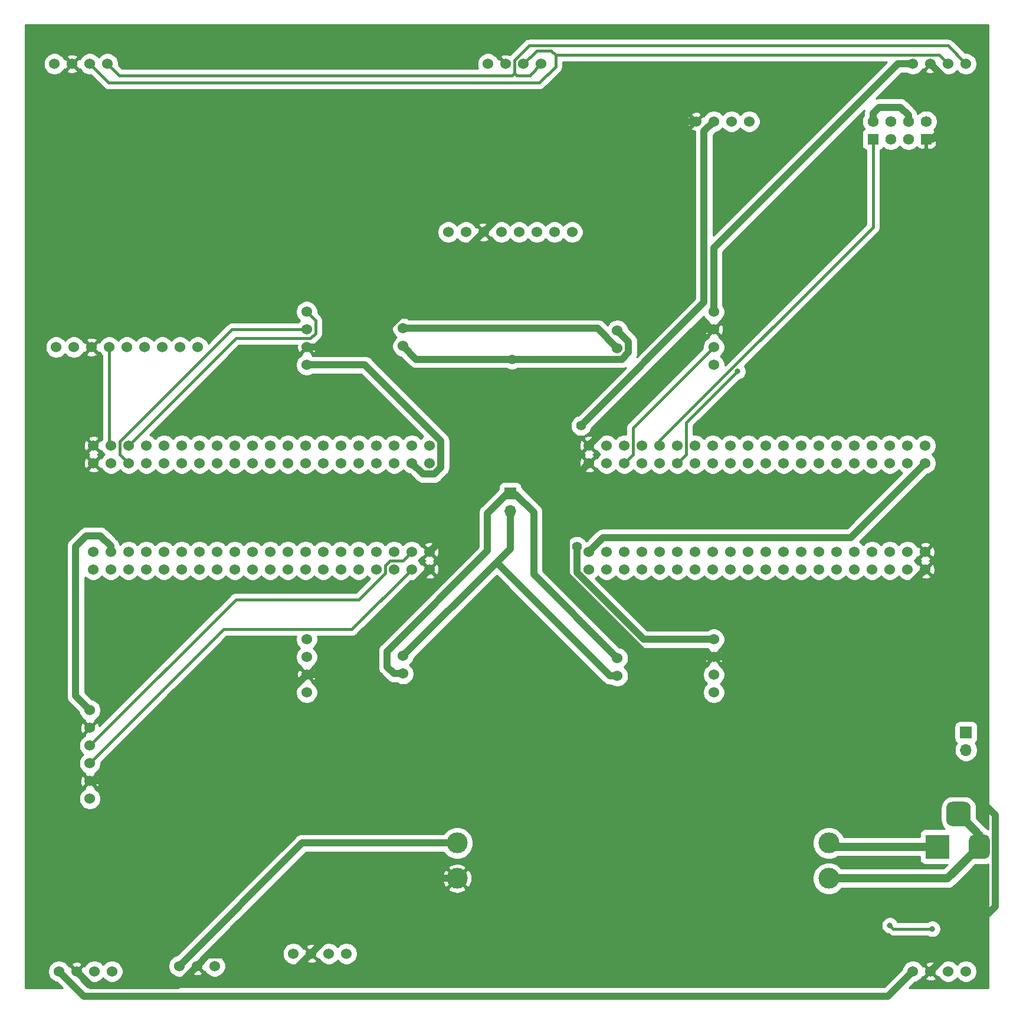
<source format=gbr>
%TF.GenerationSoftware,KiCad,Pcbnew,(5.1.9)-1*%
%TF.CreationDate,2021-04-29T12:58:22-07:00*%
%TF.ProjectId,pcbDesignForAutonomousDrivingProject,70636244-6573-4696-976e-466f72417574,rev?*%
%TF.SameCoordinates,Original*%
%TF.FileFunction,Copper,L1,Top*%
%TF.FilePolarity,Positive*%
%FSLAX46Y46*%
G04 Gerber Fmt 4.6, Leading zero omitted, Abs format (unit mm)*
G04 Created by KiCad (PCBNEW (5.1.9)-1) date 2021-04-29 12:58:22*
%MOMM*%
%LPD*%
G01*
G04 APERTURE LIST*
%TA.AperFunction,ComponentPad*%
%ADD10R,3.500000X3.500000*%
%TD*%
%TA.AperFunction,ComponentPad*%
%ADD11C,1.524000*%
%TD*%
%TA.AperFunction,ComponentPad*%
%ADD12C,3.000000*%
%TD*%
%TA.AperFunction,ComponentPad*%
%ADD13C,1.575000*%
%TD*%
%TA.AperFunction,ComponentPad*%
%ADD14R,1.575000X1.575000*%
%TD*%
%TA.AperFunction,ComponentPad*%
%ADD15O,1.700000X1.700000*%
%TD*%
%TA.AperFunction,ComponentPad*%
%ADD16R,1.700000X1.700000*%
%TD*%
%TA.AperFunction,ViaPad*%
%ADD17C,1.400000*%
%TD*%
%TA.AperFunction,ViaPad*%
%ADD18C,0.800000*%
%TD*%
%TA.AperFunction,Conductor*%
%ADD19C,1.000000*%
%TD*%
%TA.AperFunction,Conductor*%
%ADD20C,1.200000*%
%TD*%
%TA.AperFunction,Conductor*%
%ADD21C,0.400000*%
%TD*%
%TA.AperFunction,Conductor*%
%ADD22C,0.254000*%
%TD*%
%TA.AperFunction,Conductor*%
%ADD23C,0.100000*%
%TD*%
G04 APERTURE END LIST*
%TO.P,J2,2*%
%TO.N,Net-(J2-Pad2)*%
%TA.AperFunction,ComponentPad*%
G36*
G01*
X187878000Y69171000D02*
X187878000Y67421000D01*
G75*
G02*
X187003000Y66546000I-875000J0D01*
G01*
X185253000Y66546000D01*
G75*
G02*
X184378000Y67421000I0J875000D01*
G01*
X184378000Y69171000D01*
G75*
G02*
X185253000Y70046000I875000J0D01*
G01*
X187003000Y70046000D01*
G75*
G02*
X187878000Y69171000I0J-875000D01*
G01*
G37*
%TD.AperFunction*%
%TA.AperFunction,ComponentPad*%
G36*
G01*
X190628000Y64596000D02*
X190628000Y62596000D01*
G75*
G02*
X189878000Y61846000I-750000J0D01*
G01*
X188378000Y61846000D01*
G75*
G02*
X187628000Y62596000I0J750000D01*
G01*
X187628000Y64596000D01*
G75*
G02*
X188378000Y65346000I750000J0D01*
G01*
X189878000Y65346000D01*
G75*
G02*
X190628000Y64596000I0J-750000D01*
G01*
G37*
%TD.AperFunction*%
D10*
%TO.P,J2,1*%
%TO.N,Net-(J2-Pad1)*%
X183128000Y63596000D03*
%TD*%
D11*
%TO.P,J1,3*%
%TO.N,outEnc*%
X79375000Y46482000D03*
%TO.P,J1,2*%
%TO.N,GND*%
X76835000Y46482000D03*
%TO.P,J1,1*%
%TO.N,5v*%
X74295000Y46482000D03*
%TD*%
%TO.P,U16,6*%
%TO.N,Net-(U16-Pad6)*%
X61468000Y70485000D03*
%TO.P,U16,5*%
%TO.N,GND*%
X61468000Y73025000D03*
%TO.P,U16,4*%
%TO.N,SDAdac*%
X61468000Y75565000D03*
%TO.P,U16,3*%
%TO.N,SCLdac*%
X61468000Y78105000D03*
%TO.P,U16,2*%
%TO.N,GND*%
X61468000Y80645000D03*
%TO.P,U16,1*%
%TO.N,3.3vDACNode*%
X61468000Y83185000D03*
%TD*%
D12*
%TO.P,U22,3*%
%TO.N,5v*%
X114173000Y64135000D03*
%TO.P,U22,4*%
%TO.N,GND*%
X114173000Y59055000D03*
%TO.P,U22,2*%
%TO.N,Net-(J2-Pad2)*%
X167513000Y59055000D03*
%TO.P,U22,1*%
%TO.N,Net-(J2-Pad1)*%
X167513000Y64135000D03*
%TD*%
D11*
%TO.P,U17,4*%
%TO.N,com3*%
X98298000Y48260000D03*
%TO.P,U17,3*%
%TO.N,Net-(U16-Pad6)*%
X95758000Y48260000D03*
%TO.P,U17,2*%
%TO.N,GND*%
X93218000Y48260000D03*
%TO.P,U17,1*%
%TO.N,3.3vDACNode*%
X90678000Y48260000D03*
%TD*%
D13*
%TO.P,U20,7*%
%TO.N,3.3vbridgeNode*%
X173863000Y167640000D03*
%TO.P,U20,6*%
%TO.N,Net-(U20-Pad6)*%
X176403000Y167640000D03*
%TO.P,U20,5*%
%TO.N,3.3vbridgeNode*%
X178943000Y167640000D03*
%TO.P,U20,4*%
%TO.N,wifiTx*%
X181483000Y167640000D03*
D14*
%TO.P,U20,3*%
%TO.N,GND*%
X181483000Y165100000D03*
D13*
%TO.P,U20,2*%
%TO.N,Net-(U20-Pad2)*%
X178943000Y165100000D03*
%TO.P,U20,1*%
%TO.N,Net-(U20-Pad1)*%
X176403000Y165100000D03*
D14*
%TO.P,U20,0*%
%TO.N,wifiRx*%
X173863000Y165100000D03*
%TD*%
D11*
%TO.P,U19,0*%
%TO.N,GND*%
X148463000Y167640000D03*
%TO.P,U19,3*%
%TO.N,oledSDA*%
X156083000Y167640000D03*
%TO.P,U19,2*%
%TO.N,oledSCL*%
X153543000Y167640000D03*
%TO.P,U19,1*%
%TO.N,3.3vDriverNode*%
X151003000Y167640000D03*
%TD*%
D15*
%TO.P,J4,2*%
%TO.N,Net-(J2-Pad2)*%
X187198000Y77470000D03*
D16*
%TO.P,J4,1*%
%TO.N,Net-(J2-Pad1)*%
X187198000Y80010000D03*
%TD*%
D11*
%TO.P,U15,2*%
%TO.N,GND*%
X92583000Y88265000D03*
%TO.P,U15,1*%
%TO.N,canRxcomp*%
X92583000Y90805000D03*
%TO.P,U15,0*%
%TO.N,canTxcomp*%
X92583000Y93345000D03*
%TO.P,U15,3*%
%TO.N,3.3vDACNode*%
X92583000Y85725000D03*
%TO.P,U15,5*%
%TO.N,CANH*%
X106413000Y90955000D03*
%TO.P,U15,4*%
%TO.N,CANL*%
X106413000Y88415000D03*
%TD*%
%TO.P,U13,4*%
%TO.N,CANL*%
X137173000Y90655000D03*
%TO.P,U13,5*%
%TO.N,CANH*%
X137173000Y88115000D03*
%TO.P,U13,3*%
%TO.N,3.3vDriverNode*%
X151003000Y93345000D03*
%TO.P,U13,0*%
%TO.N,canTxDrNd*%
X151003000Y85725000D03*
%TO.P,U13,1*%
%TO.N,canRxDrNd*%
X151003000Y88265000D03*
%TO.P,U13,2*%
%TO.N,GND*%
X151003000Y90805000D03*
%TD*%
%TO.P,U11,0*%
%TO.N,3.3vGPSNode*%
X76962000Y135255000D03*
%TO.P,U11,8*%
%TO.N,Net-(U11-Pad8)*%
X56642000Y135255000D03*
%TO.P,U11,7*%
%TO.N,Net-(U11-Pad7)*%
X59182000Y135255000D03*
%TO.P,U11,6*%
%TO.N,GND*%
X61722000Y135255000D03*
%TO.P,U11,5*%
%TO.N,gpsRxGpsNode*%
X64262000Y135255000D03*
%TO.P,U11,4*%
%TO.N,gpsTxGpsNode*%
X66802000Y135255000D03*
%TO.P,U11,3*%
%TO.N,Net-(U11-Pad3)*%
X69342000Y135255000D03*
%TO.P,U11,2*%
%TO.N,Net-(U11-Pad2)*%
X71882000Y135255000D03*
%TO.P,U11,1*%
%TO.N,Net-(U11-Pad1)*%
X74422000Y135255000D03*
%TD*%
%TO.P,U5,1*%
%TO.N,3.3vUlSo*%
X118618000Y175895000D03*
%TO.P,U5,4*%
%TO.N,SDA*%
X126238000Y175895000D03*
%TO.P,U5,3*%
%TO.N,SCL*%
X123698000Y175895000D03*
%TO.P,U5,2*%
%TO.N,GND*%
X121158000Y175895000D03*
%TD*%
%TO.P,U10,4*%
%TO.N,CANL*%
X106413000Y135405000D03*
%TO.P,U10,5*%
%TO.N,CANH*%
X106413000Y137945000D03*
%TO.P,U10,3*%
%TO.N,3.3vGPSNode*%
X92583000Y132715000D03*
%TO.P,U10,0*%
%TO.N,canTxGpsNode*%
X92583000Y140335000D03*
%TO.P,U10,1*%
%TO.N,canRxGpsNode*%
X92583000Y137795000D03*
%TO.P,U10,2*%
%TO.N,GND*%
X92583000Y135255000D03*
%TD*%
%TO.P,U9,2*%
%TO.N,GND*%
X58928000Y175895000D03*
%TO.P,U9,3*%
%TO.N,SCL*%
X61468000Y175895000D03*
%TO.P,U9,4*%
%TO.N,SDA*%
X64008000Y175895000D03*
%TO.P,U9,1*%
%TO.N,3.3vUlSo*%
X56388000Y175895000D03*
%TD*%
%TO.P,U7,1*%
%TO.N,3.3vUlSo*%
X179578000Y45720000D03*
%TO.P,U7,4*%
%TO.N,SDA*%
X187198000Y45720000D03*
%TO.P,U7,3*%
%TO.N,SCL*%
X184658000Y45720000D03*
%TO.P,U7,2*%
%TO.N,GND*%
X182118000Y45720000D03*
%TD*%
%TO.P,U6,2*%
%TO.N,GND*%
X59563000Y45720000D03*
%TO.P,U6,3*%
%TO.N,SCL*%
X62103000Y45720000D03*
%TO.P,U6,4*%
%TO.N,SDA*%
X64643000Y45720000D03*
%TO.P,U6,1*%
%TO.N,3.3vUlSo*%
X57023000Y45720000D03*
%TD*%
%TO.P,U4,0*%
%TO.N,compSCL*%
X130683000Y151765000D03*
%TO.P,U4,7*%
%TO.N,3.3vGPSNode*%
X112903000Y151765000D03*
%TO.P,U4,6*%
%TO.N,Net-(U4-Pad6)*%
X115443000Y151765000D03*
%TO.P,U4,5*%
%TO.N,GND*%
X117983000Y151765000D03*
%TO.P,U4,4*%
%TO.N,Net-(U4-Pad4)*%
X120523000Y151765000D03*
%TO.P,U4,3*%
%TO.N,Net-(U4-Pad3)*%
X123063000Y151765000D03*
%TO.P,U4,2*%
%TO.N,Net-(U4-Pad2)*%
X125603000Y151765000D03*
%TO.P,U4,1*%
%TO.N,compSCA*%
X128143000Y151765000D03*
%TD*%
%TO.P,U1,2*%
%TO.N,GND*%
X151003000Y137795000D03*
%TO.P,U1,1*%
%TO.N,canRX*%
X151003000Y135255000D03*
%TO.P,U1,0*%
%TO.N,canTX*%
X151003000Y132715000D03*
%TO.P,U1,3*%
%TO.N,3.3vUlSo*%
X151003000Y140335000D03*
%TO.P,U1,5*%
%TO.N,CANH*%
X137173000Y135105000D03*
%TO.P,U1,4*%
%TO.N,CANL*%
X137173000Y137645000D03*
%TD*%
D15*
%TO.P,J3,2*%
%TO.N,CANH*%
X121793000Y111760000D03*
D16*
%TO.P,J3,1*%
%TO.N,CANL*%
X121793000Y114300000D03*
%TD*%
D11*
%TO.P,U8,1*%
%TO.N,3.3vUlSo*%
X179578000Y175895000D03*
%TO.P,U8,4*%
%TO.N,SDA*%
X187198000Y175895000D03*
%TO.P,U8,3*%
%TO.N,SCL*%
X184658000Y175895000D03*
%TO.P,U8,2*%
%TO.N,GND*%
X182118000Y175895000D03*
%TD*%
%TO.P,U2,39*%
%TO.N,GND*%
X133096000Y121158000D03*
%TO.P,U2,40*%
X133096000Y118618000D03*
%TO.P,U2,37*%
%TO.N,SDA*%
X135636000Y121158000D03*
%TO.P,U2,38*%
%TO.N,SCL*%
X135636000Y118618000D03*
%TO.P,U2,35*%
%TO.N,canTX*%
X138176000Y121158000D03*
%TO.P,U2,36*%
%TO.N,canRX*%
X138176000Y118618000D03*
%TO.P,U2,33*%
%TO.N,Net-(U2-Pad33)*%
X140716000Y121158000D03*
%TO.P,U2,34*%
%TO.N,Net-(U2-Pad34)*%
X140716000Y118618000D03*
%TO.P,U2,31*%
%TO.N,wifiRx*%
X143256000Y121158000D03*
%TO.P,U2,32*%
%TO.N,Net-(U2-Pad32)*%
X143256000Y118618000D03*
%TO.P,U2,29*%
%TO.N,Net-(U2-Pad29)*%
X145796000Y121158000D03*
%TO.P,U2,30*%
%TO.N,wifiTx*%
X145796000Y118618000D03*
%TO.P,U2,27*%
%TO.N,Net-(U2-Pad27)*%
X148336000Y121158000D03*
%TO.P,U2,28*%
%TO.N,Net-(U2-Pad28)*%
X148336000Y118618000D03*
%TO.P,U2,25*%
%TO.N,Net-(U2-Pad25)*%
X150876000Y121158000D03*
%TO.P,U2,26*%
%TO.N,Net-(U2-Pad26)*%
X150876000Y118618000D03*
%TO.P,U2,23*%
%TO.N,Net-(U2-Pad23)*%
X153416000Y121158000D03*
%TO.P,U2,24*%
%TO.N,Net-(U2-Pad24)*%
X153416000Y118618000D03*
%TO.P,U2,21*%
%TO.N,Net-(U2-Pad21)*%
X155956000Y121158000D03*
%TO.P,U2,22*%
%TO.N,Net-(U2-Pad22)*%
X155956000Y118618000D03*
%TO.P,U2,19*%
%TO.N,Net-(U2-Pad19)*%
X158496000Y121158000D03*
%TO.P,U2,20*%
%TO.N,Net-(U2-Pad20)*%
X158496000Y118618000D03*
%TO.P,U2,17*%
%TO.N,Net-(U2-Pad17)*%
X161036000Y121158000D03*
%TO.P,U2,18*%
%TO.N,Net-(U2-Pad18)*%
X161036000Y118618000D03*
%TO.P,U2,15*%
%TO.N,Net-(U2-Pad15)*%
X163576000Y121158000D03*
%TO.P,U2,16*%
%TO.N,Net-(U2-Pad16)*%
X163576000Y118618000D03*
%TO.P,U2,13*%
%TO.N,Net-(U2-Pad13)*%
X166116000Y121158000D03*
%TO.P,U2,14*%
%TO.N,Net-(U2-Pad14)*%
X166116000Y118618000D03*
%TO.P,U2,11*%
%TO.N,Net-(U2-Pad11)*%
X168656000Y121158000D03*
%TO.P,U2,12*%
%TO.N,Net-(U2-Pad12)*%
X168656000Y118618000D03*
%TO.P,U2,9*%
%TO.N,Net-(U2-Pad9)*%
X171196000Y121158000D03*
%TO.P,U2,10*%
%TO.N,Net-(U2-Pad10)*%
X171196000Y118618000D03*
%TO.P,U2,7*%
%TO.N,Net-(U2-Pad7)*%
X173736000Y121158000D03*
%TO.P,U2,8*%
%TO.N,Net-(U2-Pad8)*%
X173736000Y118618000D03*
%TO.P,U2,5*%
%TO.N,Net-(U2-Pad5)*%
X176276000Y121158000D03*
%TO.P,U2,6*%
%TO.N,Net-(U2-Pad6)*%
X176276000Y118618000D03*
%TO.P,U2,3*%
%TO.N,Net-(U2-Pad3)*%
X178816000Y121158000D03*
%TO.P,U2,4*%
%TO.N,3.3vUlSo*%
X178816000Y118618000D03*
%TO.P,U2,1*%
%TO.N,Net-(U2-Pad1)*%
X181356000Y121158000D03*
%TO.P,U2,2*%
%TO.N,5v*%
X181356000Y118618000D03*
%TD*%
%TO.P,U3,39*%
%TO.N,GND*%
X61976000Y121158000D03*
%TO.P,U3,40*%
X61976000Y118618000D03*
%TO.P,U3,37*%
%TO.N,gpsRxGpsNode*%
X64516000Y121158000D03*
%TO.P,U3,38*%
%TO.N,gpsTxGpsNode*%
X64516000Y118618000D03*
%TO.P,U3,35*%
%TO.N,canTxGpsNode*%
X67056000Y121158000D03*
%TO.P,U3,36*%
%TO.N,canRxGpsNode*%
X67056000Y118618000D03*
%TO.P,U3,33*%
%TO.N,Net-(U3-Pad33)*%
X69596000Y121158000D03*
%TO.P,U3,34*%
%TO.N,Net-(U3-Pad34)*%
X69596000Y118618000D03*
%TO.P,U3,31*%
%TO.N,Net-(U3-Pad31)*%
X72136000Y121158000D03*
%TO.P,U3,32*%
%TO.N,Net-(U3-Pad32)*%
X72136000Y118618000D03*
%TO.P,U3,29*%
%TO.N,Net-(U3-Pad29)*%
X74676000Y121158000D03*
%TO.P,U3,30*%
%TO.N,Net-(U3-Pad30)*%
X74676000Y118618000D03*
%TO.P,U3,27*%
%TO.N,Net-(U3-Pad27)*%
X77216000Y121158000D03*
%TO.P,U3,28*%
%TO.N,Net-(U3-Pad28)*%
X77216000Y118618000D03*
%TO.P,U3,25*%
%TO.N,Net-(U3-Pad25)*%
X79756000Y121158000D03*
%TO.P,U3,26*%
%TO.N,Net-(U3-Pad26)*%
X79756000Y118618000D03*
%TO.P,U3,23*%
%TO.N,Net-(U3-Pad23)*%
X82296000Y121158000D03*
%TO.P,U3,24*%
%TO.N,Net-(U3-Pad24)*%
X82296000Y118618000D03*
%TO.P,U3,21*%
%TO.N,Net-(U3-Pad21)*%
X84836000Y121158000D03*
%TO.P,U3,22*%
%TO.N,Net-(U3-Pad22)*%
X84836000Y118618000D03*
%TO.P,U3,19*%
%TO.N,Net-(U3-Pad19)*%
X87376000Y121158000D03*
%TO.P,U3,20*%
%TO.N,Net-(U3-Pad20)*%
X87376000Y118618000D03*
%TO.P,U3,17*%
%TO.N,Net-(U3-Pad17)*%
X89916000Y121158000D03*
%TO.P,U3,18*%
%TO.N,Net-(U3-Pad18)*%
X89916000Y118618000D03*
%TO.P,U3,15*%
%TO.N,compSCL*%
X92456000Y121158000D03*
%TO.P,U3,16*%
%TO.N,compSCA*%
X92456000Y118618000D03*
%TO.P,U3,13*%
%TO.N,Net-(U3-Pad13)*%
X94996000Y121158000D03*
%TO.P,U3,14*%
%TO.N,Net-(U3-Pad14)*%
X94996000Y118618000D03*
%TO.P,U3,11*%
%TO.N,Net-(U3-Pad11)*%
X97536000Y121158000D03*
%TO.P,U3,12*%
%TO.N,Net-(U3-Pad12)*%
X97536000Y118618000D03*
%TO.P,U3,9*%
%TO.N,Net-(U3-Pad9)*%
X100076000Y121158000D03*
%TO.P,U3,10*%
%TO.N,Net-(U3-Pad10)*%
X100076000Y118618000D03*
%TO.P,U3,7*%
%TO.N,Net-(U3-Pad7)*%
X102616000Y121158000D03*
%TO.P,U3,8*%
%TO.N,Net-(U3-Pad8)*%
X102616000Y118618000D03*
%TO.P,U3,5*%
%TO.N,Net-(U3-Pad5)*%
X105156000Y121158000D03*
%TO.P,U3,6*%
%TO.N,Net-(U3-Pad6)*%
X105156000Y118618000D03*
%TO.P,U3,3*%
%TO.N,Net-(U3-Pad3)*%
X107696000Y121158000D03*
%TO.P,U3,4*%
%TO.N,3.3vGPSNode*%
X107696000Y118618000D03*
%TO.P,U3,1*%
%TO.N,Net-(U3-Pad1)*%
X110236000Y121158000D03*
%TO.P,U3,2*%
%TO.N,5v*%
X110236000Y118618000D03*
%TD*%
%TO.P,U12,2*%
%TO.N,5v*%
X61925200Y105918000D03*
%TO.P,U12,1*%
%TO.N,Net-(U12-Pad1)*%
X61925200Y103378000D03*
%TO.P,U12,4*%
%TO.N,3.3vDACNode*%
X64465200Y105918000D03*
%TO.P,U12,3*%
%TO.N,Net-(U12-Pad3)*%
X64465200Y103378000D03*
%TO.P,U12,6*%
%TO.N,Net-(U12-Pad6)*%
X67005200Y105918000D03*
%TO.P,U12,5*%
%TO.N,Net-(U12-Pad5)*%
X67005200Y103378000D03*
%TO.P,U12,8*%
%TO.N,Net-(U12-Pad8)*%
X69545200Y105918000D03*
%TO.P,U12,7*%
%TO.N,Net-(U12-Pad7)*%
X69545200Y103378000D03*
%TO.P,U12,10*%
%TO.N,Net-(U12-Pad10)*%
X72085200Y105918000D03*
%TO.P,U12,9*%
%TO.N,Net-(U12-Pad9)*%
X72085200Y103378000D03*
%TO.P,U12,12*%
%TO.N,Net-(U12-Pad12)*%
X74625200Y105918000D03*
%TO.P,U12,11*%
%TO.N,Net-(U12-Pad11)*%
X74625200Y103378000D03*
%TO.P,U12,14*%
%TO.N,Net-(U12-Pad14)*%
X77165200Y105918000D03*
%TO.P,U12,13*%
%TO.N,com3*%
X77165200Y103378000D03*
%TO.P,U12,16*%
%TO.N,Net-(U12-Pad16)*%
X79705200Y105918000D03*
%TO.P,U12,15*%
%TO.N,Net-(U12-Pad15)*%
X79705200Y103378000D03*
%TO.P,U12,18*%
%TO.N,Net-(U12-Pad18)*%
X82245200Y105918000D03*
%TO.P,U12,17*%
%TO.N,Net-(U12-Pad17)*%
X82245200Y103378000D03*
%TO.P,U12,20*%
%TO.N,Net-(U12-Pad20)*%
X84785200Y105918000D03*
%TO.P,U12,19*%
%TO.N,Net-(U12-Pad19)*%
X84785200Y103378000D03*
%TO.P,U12,22*%
%TO.N,Net-(U12-Pad22)*%
X87325200Y105918000D03*
%TO.P,U12,21*%
%TO.N,Net-(U12-Pad21)*%
X87325200Y103378000D03*
%TO.P,U12,24*%
%TO.N,Net-(U12-Pad24)*%
X89865200Y105918000D03*
%TO.P,U12,23*%
%TO.N,Net-(U12-Pad23)*%
X89865200Y103378000D03*
%TO.P,U12,26*%
%TO.N,Net-(U12-Pad26)*%
X92405200Y105918000D03*
%TO.P,U12,25*%
%TO.N,Net-(U12-Pad25)*%
X92405200Y103378000D03*
%TO.P,U12,28*%
%TO.N,Net-(U12-Pad28)*%
X94945200Y105918000D03*
%TO.P,U12,27*%
%TO.N,Net-(U12-Pad27)*%
X94945200Y103378000D03*
%TO.P,U12,30*%
%TO.N,Net-(U12-Pad30)*%
X97485200Y105918000D03*
%TO.P,U12,29*%
%TO.N,Net-(U12-Pad29)*%
X97485200Y103378000D03*
%TO.P,U12,32*%
%TO.N,Net-(U12-Pad32)*%
X100025200Y105918000D03*
%TO.P,U12,31*%
%TO.N,Net-(U12-Pad31)*%
X100025200Y103378000D03*
%TO.P,U12,34*%
%TO.N,outEnc*%
X102565200Y105918000D03*
%TO.P,U12,33*%
%TO.N,Net-(U12-Pad33)*%
X102565200Y103378000D03*
%TO.P,U12,36*%
%TO.N,canRxcomp*%
X105105200Y105918000D03*
%TO.P,U12,35*%
%TO.N,canTxcomp*%
X105105200Y103378000D03*
%TO.P,U12,38*%
%TO.N,SCLdac*%
X107645200Y105918000D03*
%TO.P,U12,37*%
%TO.N,SDAdac*%
X107645200Y103378000D03*
%TO.P,U12,40*%
%TO.N,GND*%
X110185200Y105918000D03*
%TO.P,U12,39*%
X110185200Y103378000D03*
%TD*%
%TO.P,U14,2*%
%TO.N,5v*%
X133096000Y105918000D03*
%TO.P,U14,1*%
%TO.N,Net-(U14-Pad1)*%
X133096000Y103378000D03*
%TO.P,U14,4*%
%TO.N,3.3vDriverNode*%
X135636000Y105918000D03*
%TO.P,U14,3*%
%TO.N,Net-(U14-Pad3)*%
X135636000Y103378000D03*
%TO.P,U14,6*%
%TO.N,Net-(U14-Pad6)*%
X138176000Y105918000D03*
%TO.P,U14,5*%
%TO.N,Net-(U14-Pad5)*%
X138176000Y103378000D03*
%TO.P,U14,8*%
%TO.N,Net-(U14-Pad8)*%
X140716000Y105918000D03*
%TO.P,U14,7*%
%TO.N,Net-(U14-Pad7)*%
X140716000Y103378000D03*
%TO.P,U14,10*%
%TO.N,Net-(U14-Pad10)*%
X143256000Y105918000D03*
%TO.P,U14,9*%
%TO.N,Net-(U14-Pad9)*%
X143256000Y103378000D03*
%TO.P,U14,12*%
%TO.N,Net-(U14-Pad12)*%
X145796000Y105918000D03*
%TO.P,U14,11*%
%TO.N,Net-(U14-Pad11)*%
X145796000Y103378000D03*
%TO.P,U14,14*%
%TO.N,Net-(U14-Pad14)*%
X148336000Y105918000D03*
%TO.P,U14,13*%
%TO.N,Net-(U14-Pad13)*%
X148336000Y103378000D03*
%TO.P,U14,16*%
%TO.N,oledSDA*%
X150876000Y105918000D03*
%TO.P,U14,15*%
%TO.N,oledSCL*%
X150876000Y103378000D03*
%TO.P,U14,18*%
%TO.N,Net-(U14-Pad18)*%
X153416000Y105918000D03*
%TO.P,U14,17*%
%TO.N,Net-(U14-Pad17)*%
X153416000Y103378000D03*
%TO.P,U14,20*%
%TO.N,Net-(U14-Pad20)*%
X155956000Y105918000D03*
%TO.P,U14,19*%
%TO.N,Net-(U14-Pad19)*%
X155956000Y103378000D03*
%TO.P,U14,22*%
%TO.N,Net-(U14-Pad22)*%
X158496000Y105918000D03*
%TO.P,U14,21*%
%TO.N,Net-(U14-Pad21)*%
X158496000Y103378000D03*
%TO.P,U14,24*%
%TO.N,Net-(U14-Pad24)*%
X161036000Y105918000D03*
%TO.P,U14,23*%
%TO.N,Net-(U14-Pad23)*%
X161036000Y103378000D03*
%TO.P,U14,26*%
%TO.N,Net-(U14-Pad26)*%
X163576000Y105918000D03*
%TO.P,U14,25*%
%TO.N,Net-(U14-Pad25)*%
X163576000Y103378000D03*
%TO.P,U14,28*%
%TO.N,Net-(U14-Pad28)*%
X166116000Y105918000D03*
%TO.P,U14,27*%
%TO.N,Net-(U14-Pad27)*%
X166116000Y103378000D03*
%TO.P,U14,30*%
%TO.N,Net-(U14-Pad30)*%
X168656000Y105918000D03*
%TO.P,U14,29*%
%TO.N,Net-(U14-Pad29)*%
X168656000Y103378000D03*
%TO.P,U14,32*%
%TO.N,Net-(U14-Pad32)*%
X171196000Y105918000D03*
%TO.P,U14,31*%
%TO.N,Net-(U14-Pad31)*%
X171196000Y103378000D03*
%TO.P,U14,34*%
%TO.N,Net-(U14-Pad34)*%
X173736000Y105918000D03*
%TO.P,U14,33*%
%TO.N,Net-(U14-Pad33)*%
X173736000Y103378000D03*
%TO.P,U14,36*%
%TO.N,canRxDrNd*%
X176276000Y105918000D03*
%TO.P,U14,35*%
%TO.N,canTxDrNd*%
X176276000Y103378000D03*
%TO.P,U14,38*%
%TO.N,Net-(U14-Pad38)*%
X178816000Y105918000D03*
%TO.P,U14,37*%
%TO.N,Net-(U14-Pad37)*%
X178816000Y103378000D03*
%TO.P,U14,40*%
%TO.N,GND*%
X181356000Y105918000D03*
%TO.P,U14,39*%
X181356000Y103378000D03*
%TD*%
D17*
%TO.N,CANL*%
X122047200Y133525900D03*
D18*
%TO.N,SDA*%
X182372000Y51816000D03*
X176276006Y52324000D03*
%TO.N,wifiTx*%
X154432900Y131776100D03*
D17*
%TO.N,3.3vDriverNode*%
X131945700Y124003100D03*
X131363900Y106687900D03*
%TD*%
D19*
%TO.N,GND*%
X101473000Y135255000D02*
X117983000Y151765000D01*
X92583000Y135255000D02*
X101473000Y135255000D01*
X101473000Y135255000D02*
X101473000Y134831800D01*
X101473000Y134831800D02*
X120286000Y116018800D01*
X110185200Y105918000D02*
X120286000Y116018800D01*
X129836000Y115358000D02*
X133096000Y118618000D01*
X151003000Y90805000D02*
X141594600Y90805000D01*
X141594600Y90805000D02*
X129836000Y102563600D01*
X129836000Y102563600D02*
X129836000Y115358000D01*
X168783000Y90805000D02*
X151003000Y90805000D01*
X117983000Y151765000D02*
X133858000Y167640000D01*
X133858000Y167640000D02*
X148463000Y167640000D01*
X92583000Y88265000D02*
X77343000Y73025000D01*
X77343000Y73025000D02*
X61468000Y73025000D01*
X110185200Y103378000D02*
X95072200Y88265000D01*
X95072200Y88265000D02*
X92583000Y88265000D01*
X93218000Y48260000D02*
X104013000Y59055000D01*
X104013000Y59055000D02*
X114173000Y59055000D01*
X181356000Y103378000D02*
X168783000Y90805000D01*
X168783000Y90805000D02*
X191439300Y68148700D01*
X191439300Y68148700D02*
X191439300Y55041300D01*
X191439300Y55041300D02*
X182118000Y45720000D01*
X133096000Y121158000D02*
X149733000Y137795000D01*
X149733000Y137795000D02*
X151003000Y137795000D01*
X183896000Y166624000D02*
X182372000Y165100000D01*
X183896000Y174117000D02*
X183896000Y166624000D01*
X182372000Y165100000D02*
X181483000Y165100000D01*
X182118000Y175895000D02*
X183896000Y174117000D01*
X128354000Y116840000D02*
X129836000Y115358000D01*
X121107200Y116840000D02*
X128354000Y116840000D01*
X120286000Y116018800D02*
X121107200Y116840000D01*
X74041000Y43688000D02*
X76835000Y46482000D01*
X61595000Y43688000D02*
X74041000Y43688000D01*
X59563000Y45720000D02*
X61595000Y43688000D01*
X91186000Y46228000D02*
X93218000Y48260000D01*
X88989400Y46228000D02*
X91186000Y46228000D01*
X87170100Y48047300D02*
X88989400Y46228000D01*
X78400300Y48047300D02*
X87170100Y48047300D01*
X76835000Y46482000D02*
X78400300Y48047300D01*
D20*
%TO.N,Net-(J2-Pad1)*%
X168052000Y63596000D02*
X167513000Y64135000D01*
X183128000Y63596000D02*
X168052000Y63596000D01*
%TO.N,Net-(J2-Pad2)*%
X184587000Y59055000D02*
X189128000Y63596000D01*
X167513000Y59055000D02*
X184587000Y59055000D01*
X189128000Y65296000D02*
X186128000Y68296000D01*
X189128000Y63596000D02*
X189128000Y65296000D01*
D21*
%TO.N,canRX*%
X138176000Y118618000D02*
X139446000Y119888000D01*
X139446000Y119888000D02*
X139446000Y123698000D01*
X139446000Y123698000D02*
X151003000Y135255000D01*
D19*
%TO.N,CANL*%
X122047200Y133525900D02*
X137804200Y133525900D01*
X137804200Y133525900D02*
X138751500Y134473200D01*
X138751500Y134473200D02*
X138751500Y136066500D01*
X138751500Y136066500D02*
X137173000Y137645000D01*
X106413000Y135405000D02*
X108292100Y133525900D01*
X108292100Y133525900D02*
X122047200Y133525900D01*
X121793000Y114300000D02*
X121843700Y114249300D01*
X121843700Y114249300D02*
X121843700Y114144700D01*
X122583300Y114144700D02*
X121843700Y114144700D01*
X125158600Y111569400D02*
X122583300Y114144700D01*
X125158600Y102669400D02*
X125158600Y111569400D01*
X137173000Y90655000D02*
X125158600Y102669400D01*
X104140000Y89408000D02*
X105133000Y88415000D01*
X105133000Y88415000D02*
X106413000Y88415000D01*
X104140000Y91630200D02*
X104140000Y89408000D01*
X118547300Y111435300D02*
X118547300Y106037500D01*
X121256700Y114144700D02*
X118547300Y111435300D01*
X118547300Y106037500D02*
X104140000Y91630200D01*
X121843700Y114144700D02*
X121256700Y114144700D01*
%TO.N,CANH*%
X137173000Y88115000D02*
X136122400Y88115000D01*
X136122400Y88115000D02*
X119847700Y104389700D01*
X119847700Y104389700D02*
X106413000Y90955000D01*
X106413000Y137945000D02*
X134333000Y137945000D01*
X134333000Y137945000D02*
X137173000Y135105000D01*
X121793000Y106335000D02*
X121793000Y110109700D01*
X121793000Y110109700D02*
X121793000Y111760000D01*
X119847700Y104389700D02*
X121793000Y106335000D01*
%TO.N,5v*%
X114173000Y64135000D02*
X91948000Y64135000D01*
X91948000Y64135000D02*
X74295000Y46482000D01*
X133096000Y105918000D02*
X135106800Y107928800D01*
X135106800Y107928800D02*
X170666800Y107928800D01*
X170666800Y107928800D02*
X181356000Y118618000D01*
D21*
%TO.N,SDA*%
X122101700Y174244000D02*
X122428000Y174570300D01*
X65659000Y174244000D02*
X122101700Y174244000D01*
X64008000Y175895000D02*
X65659000Y174244000D01*
X124587000Y174244000D02*
X126238000Y175895000D01*
X122754300Y174244000D02*
X124587000Y174244000D01*
X122428000Y174570300D02*
X122754300Y174244000D01*
X184592989Y178500011D02*
X124511211Y178500011D01*
X187198000Y175895000D02*
X184592989Y178500011D01*
X124511211Y178500011D02*
X122428000Y176416800D01*
X122428000Y176416800D02*
X122428000Y174570300D01*
X182372000Y51816000D02*
X176784006Y51816000D01*
X176784006Y51816000D02*
X176276006Y52324000D01*
%TO.N,SCL*%
X128291000Y177188100D02*
X183364900Y177188100D01*
X127679100Y177800000D02*
X128291000Y177188100D01*
X125603000Y177800000D02*
X127679100Y177800000D01*
X183364900Y177188100D02*
X184658000Y175895000D01*
X123698000Y175895000D02*
X125603000Y177800000D01*
X64135000Y173228000D02*
X61468000Y175895000D01*
X125984000Y173228000D02*
X64135000Y173228000D01*
X128291000Y175535000D02*
X125984000Y173228000D01*
X128291000Y177188100D02*
X128291000Y175535000D01*
%TO.N,gpsRxGpsNode*%
X64516000Y121158000D02*
X64262000Y121412000D01*
X64262000Y121412000D02*
X64262000Y135255000D01*
%TO.N,canRxGpsNode*%
X67056000Y118618000D02*
X65786000Y119888000D01*
X65786000Y119888000D02*
X65786000Y121692200D01*
X65786000Y121692200D02*
X81888800Y137795000D01*
X81888800Y137795000D02*
X92583000Y137795000D01*
%TO.N,canTxGpsNode*%
X67056000Y121158000D02*
X82423000Y136525000D01*
X82423000Y136525000D02*
X93122200Y136525000D01*
X93122200Y136525000D02*
X93860600Y137263400D01*
X93860600Y137263400D02*
X93860600Y139057400D01*
X93860600Y139057400D02*
X92583000Y140335000D01*
%TO.N,SDAdac*%
X107645200Y103378000D02*
X99052400Y94785200D01*
X99052400Y94785200D02*
X80688200Y94785200D01*
X80688200Y94785200D02*
X61468000Y75565000D01*
%TO.N,SCLdac*%
X107645200Y105918000D02*
X106367600Y104640400D01*
X106367600Y104640400D02*
X104513600Y104640400D01*
X104513600Y104640400D02*
X103835200Y103962000D01*
X103835200Y103962000D02*
X103835200Y102808000D01*
X103835200Y102808000D02*
X100085000Y99057800D01*
X100085000Y99057800D02*
X82420700Y99057800D01*
X82420700Y99057800D02*
X82420700Y99057700D01*
X82420700Y99057700D02*
X61468000Y78105000D01*
%TO.N,wifiRx*%
X173863000Y165100000D02*
X173863000Y152479300D01*
X173863000Y152479300D02*
X143256000Y121872300D01*
X143256000Y121872300D02*
X143256000Y121158000D01*
%TO.N,wifiTx*%
X145796000Y118618000D02*
X147066000Y119888000D01*
X147066000Y119888000D02*
X147066000Y124409200D01*
X147066000Y124409200D02*
X154432900Y131776100D01*
D19*
%TO.N,3.3vDACNode*%
X59436000Y85217000D02*
X61468000Y83185000D01*
X59436000Y106680000D02*
X59436000Y85217000D01*
X60960000Y108204000D02*
X59436000Y106680000D01*
X62992000Y108204000D02*
X60960000Y108204000D01*
X64465200Y106730800D02*
X62992000Y108204000D01*
X64465200Y105918000D02*
X64465200Y106730800D01*
%TO.N,3.3vUlSo*%
X177419000Y175895000D02*
X179578000Y175895000D01*
X151003000Y149479000D02*
X177419000Y175895000D01*
X151003000Y140335000D02*
X151003000Y149479000D01*
X176022000Y42164000D02*
X179578000Y45720000D01*
X60579000Y42164000D02*
X176022000Y42164000D01*
X57023000Y45720000D02*
X60579000Y42164000D01*
%TO.N,3.3vGPSNode*%
X107696000Y118618000D02*
X109272000Y117042000D01*
X109272000Y117042000D02*
X110873800Y117042000D01*
X110873800Y117042000D02*
X111807400Y117975600D01*
X111807400Y117975600D02*
X111807400Y121841800D01*
X111807400Y121841800D02*
X100934200Y132715000D01*
X100934200Y132715000D02*
X92583000Y132715000D01*
%TO.N,3.3vDriverNode*%
X151003000Y93345000D02*
X140913700Y93345000D01*
X140913700Y93345000D02*
X131363900Y102894800D01*
X131363900Y102894800D02*
X131363900Y106687900D01*
X131945700Y124003100D02*
X149619500Y141676900D01*
X149619500Y141676900D02*
X149619500Y166256500D01*
X149619500Y166256500D02*
X151003000Y167640000D01*
%TO.N,3.3vbridgeNode*%
X173863000Y168783000D02*
X173863000Y167640000D01*
X174752000Y169672000D02*
X173863000Y168783000D01*
X177800000Y169672000D02*
X174752000Y169672000D01*
X178943000Y167640000D02*
X178943000Y168529000D01*
X178943000Y168529000D02*
X177800000Y169672000D01*
%TD*%
D22*
%TO.N,GND*%
X190373000Y66090029D02*
X190305609Y66110472D01*
X190186608Y66255475D01*
X190186605Y66255478D01*
X190141923Y66309923D01*
X190087478Y66354605D01*
X188709001Y67733082D01*
X188709001Y69171000D01*
X188676221Y69503824D01*
X188579139Y69823858D01*
X188421488Y70118803D01*
X188209325Y70377325D01*
X187950803Y70589488D01*
X187655858Y70747139D01*
X187335824Y70844221D01*
X187003000Y70877001D01*
X185253000Y70877001D01*
X184920176Y70844221D01*
X184600142Y70747139D01*
X184305197Y70589488D01*
X184046675Y70377325D01*
X183834512Y70118803D01*
X183676861Y69823858D01*
X183579779Y69503824D01*
X183546999Y69171000D01*
X183546999Y67421000D01*
X183579779Y67088176D01*
X183676861Y66768142D01*
X183834512Y66473197D01*
X184046675Y66214675D01*
X184092581Y66177001D01*
X181378000Y66177001D01*
X181215880Y66161034D01*
X181059990Y66113745D01*
X180916321Y66036952D01*
X180790394Y65933606D01*
X180687048Y65807679D01*
X180610255Y65664010D01*
X180562966Y65508120D01*
X180546999Y65346000D01*
X180546999Y65023000D01*
X169663904Y65023000D01*
X169575160Y65237248D01*
X169320499Y65618376D01*
X168996376Y65942499D01*
X168615248Y66197160D01*
X168191761Y66372574D01*
X167742189Y66462000D01*
X167283811Y66462000D01*
X166834239Y66372574D01*
X166410752Y66197160D01*
X166029624Y65942499D01*
X165705501Y65618376D01*
X165450840Y65237248D01*
X165275426Y64813761D01*
X165186000Y64364189D01*
X165186000Y63905811D01*
X165275426Y63456239D01*
X165450840Y63032752D01*
X165705501Y62651624D01*
X166029624Y62327501D01*
X166410752Y62072840D01*
X166834239Y61897426D01*
X167283811Y61808000D01*
X167742189Y61808000D01*
X168191761Y61897426D01*
X168615248Y62072840D01*
X168759162Y62169000D01*
X180546999Y62169000D01*
X180546999Y61846000D01*
X180562966Y61683880D01*
X180610255Y61527990D01*
X180687048Y61384321D01*
X180790394Y61258394D01*
X180916321Y61155048D01*
X181059990Y61078255D01*
X181215880Y61030966D01*
X181378000Y61014999D01*
X184528917Y61014999D01*
X183995918Y60482000D01*
X169358168Y60482000D01*
X169320499Y60538376D01*
X168996376Y60862499D01*
X168615248Y61117160D01*
X168191761Y61292574D01*
X167742189Y61382000D01*
X167283811Y61382000D01*
X166834239Y61292574D01*
X166410752Y61117160D01*
X166029624Y60862499D01*
X165705501Y60538376D01*
X165450840Y60157248D01*
X165275426Y59733761D01*
X165186000Y59284189D01*
X165186000Y58825811D01*
X165275426Y58376239D01*
X165450840Y57952752D01*
X165705501Y57571624D01*
X166029624Y57247501D01*
X166410752Y56992840D01*
X166834239Y56817426D01*
X167283811Y56728000D01*
X167742189Y56728000D01*
X168191761Y56817426D01*
X168615248Y56992840D01*
X168996376Y57247501D01*
X169320499Y57571624D01*
X169358168Y57628000D01*
X184516912Y57628000D01*
X184587000Y57621097D01*
X184657088Y57628000D01*
X184657098Y57628000D01*
X184866741Y57648648D01*
X185135731Y57730245D01*
X185383634Y57862752D01*
X185600923Y58041077D01*
X185645609Y58095527D01*
X188565082Y61014999D01*
X189878000Y61014999D01*
X190186438Y61045377D01*
X190373000Y61101971D01*
X190373000Y43307000D01*
X179041661Y43307000D01*
X179898228Y44163567D01*
X180041494Y44192065D01*
X180330674Y44311847D01*
X180590928Y44485743D01*
X180812257Y44707072D01*
X180843903Y44754435D01*
X181332040Y44754435D01*
X181399020Y44514344D01*
X181648048Y44397244D01*
X181915135Y44330977D01*
X182190017Y44318090D01*
X182462133Y44359078D01*
X182721023Y44452364D01*
X182836980Y44514344D01*
X182903960Y44754435D01*
X182118000Y45540395D01*
X181332040Y44754435D01*
X180843903Y44754435D01*
X180986153Y44967326D01*
X180991018Y44979072D01*
X181152435Y44934040D01*
X181938395Y45720000D01*
X182297605Y45720000D01*
X183083565Y44934040D01*
X183244982Y44979072D01*
X183249847Y44967326D01*
X183423743Y44707072D01*
X183645072Y44485743D01*
X183905326Y44311847D01*
X184194506Y44192065D01*
X184501497Y44131000D01*
X184814503Y44131000D01*
X185121494Y44192065D01*
X185410674Y44311847D01*
X185670928Y44485743D01*
X185892257Y44707072D01*
X185928000Y44760565D01*
X185963743Y44707072D01*
X186185072Y44485743D01*
X186445326Y44311847D01*
X186734506Y44192065D01*
X187041497Y44131000D01*
X187354503Y44131000D01*
X187661494Y44192065D01*
X187950674Y44311847D01*
X188210928Y44485743D01*
X188432257Y44707072D01*
X188606153Y44967326D01*
X188725935Y45256506D01*
X188787000Y45563497D01*
X188787000Y45876503D01*
X188725935Y46183494D01*
X188606153Y46472674D01*
X188432257Y46732928D01*
X188210928Y46954257D01*
X187950674Y47128153D01*
X187661494Y47247935D01*
X187354503Y47309000D01*
X187041497Y47309000D01*
X186734506Y47247935D01*
X186445326Y47128153D01*
X186185072Y46954257D01*
X185963743Y46732928D01*
X185928000Y46679435D01*
X185892257Y46732928D01*
X185670928Y46954257D01*
X185410674Y47128153D01*
X185121494Y47247935D01*
X184814503Y47309000D01*
X184501497Y47309000D01*
X184194506Y47247935D01*
X183905326Y47128153D01*
X183645072Y46954257D01*
X183423743Y46732928D01*
X183249847Y46472674D01*
X183244982Y46460928D01*
X183083565Y46505960D01*
X182297605Y45720000D01*
X181938395Y45720000D01*
X181152435Y46505960D01*
X180991018Y46460928D01*
X180986153Y46472674D01*
X180843904Y46685565D01*
X181332040Y46685565D01*
X182118000Y45899605D01*
X182903960Y46685565D01*
X182836980Y46925656D01*
X182587952Y47042756D01*
X182320865Y47109023D01*
X182045983Y47121910D01*
X181773867Y47080922D01*
X181514977Y46987636D01*
X181399020Y46925656D01*
X181332040Y46685565D01*
X180843904Y46685565D01*
X180812257Y46732928D01*
X180590928Y46954257D01*
X180330674Y47128153D01*
X180041494Y47247935D01*
X179734503Y47309000D01*
X179421497Y47309000D01*
X179114506Y47247935D01*
X178825326Y47128153D01*
X178565072Y46954257D01*
X178343743Y46732928D01*
X178169847Y46472674D01*
X178050065Y46183494D01*
X178021567Y46040228D01*
X175472340Y43491000D01*
X61128661Y43491000D01*
X60166853Y44452808D01*
X60281980Y44514344D01*
X60348960Y44754435D01*
X59563000Y45540395D01*
X59548858Y45526253D01*
X59369253Y45705858D01*
X59383395Y45720000D01*
X59742605Y45720000D01*
X60528565Y44934040D01*
X60689982Y44979072D01*
X60694847Y44967326D01*
X60868743Y44707072D01*
X61090072Y44485743D01*
X61350326Y44311847D01*
X61639506Y44192065D01*
X61946497Y44131000D01*
X62259503Y44131000D01*
X62566494Y44192065D01*
X62855674Y44311847D01*
X63115928Y44485743D01*
X63337257Y44707072D01*
X63373000Y44760565D01*
X63408743Y44707072D01*
X63630072Y44485743D01*
X63890326Y44311847D01*
X64179506Y44192065D01*
X64486497Y44131000D01*
X64799503Y44131000D01*
X65106494Y44192065D01*
X65395674Y44311847D01*
X65655928Y44485743D01*
X65877257Y44707072D01*
X66051153Y44967326D01*
X66170935Y45256506D01*
X66232000Y45563497D01*
X66232000Y45876503D01*
X66170935Y46183494D01*
X66051153Y46472674D01*
X65940350Y46638503D01*
X72706000Y46638503D01*
X72706000Y46325497D01*
X72767065Y46018506D01*
X72886847Y45729326D01*
X73060743Y45469072D01*
X73282072Y45247743D01*
X73542326Y45073847D01*
X73831506Y44954065D01*
X74138497Y44893000D01*
X74451503Y44893000D01*
X74758494Y44954065D01*
X75047674Y45073847D01*
X75307928Y45247743D01*
X75529257Y45469072D01*
X75560903Y45516435D01*
X76049040Y45516435D01*
X76116020Y45276344D01*
X76365048Y45159244D01*
X76632135Y45092977D01*
X76907017Y45080090D01*
X77179133Y45121078D01*
X77438023Y45214364D01*
X77553980Y45276344D01*
X77620960Y45516435D01*
X76835000Y46302395D01*
X76049040Y45516435D01*
X75560903Y45516435D01*
X75703153Y45729326D01*
X75708018Y45741072D01*
X75869435Y45696040D01*
X76655395Y46482000D01*
X77014605Y46482000D01*
X77800565Y45696040D01*
X77961982Y45741072D01*
X77966847Y45729326D01*
X78140743Y45469072D01*
X78362072Y45247743D01*
X78622326Y45073847D01*
X78911506Y44954065D01*
X79218497Y44893000D01*
X79531503Y44893000D01*
X79838494Y44954065D01*
X80127674Y45073847D01*
X80387928Y45247743D01*
X80609257Y45469072D01*
X80783153Y45729326D01*
X80902935Y46018506D01*
X80964000Y46325497D01*
X80964000Y46638503D01*
X80902935Y46945494D01*
X80783153Y47234674D01*
X80609257Y47494928D01*
X80387928Y47716257D01*
X80127674Y47890153D01*
X79838494Y48009935D01*
X79531503Y48071000D01*
X79218497Y48071000D01*
X78911506Y48009935D01*
X78622326Y47890153D01*
X78362072Y47716257D01*
X78140743Y47494928D01*
X77966847Y47234674D01*
X77961982Y47222928D01*
X77800565Y47267960D01*
X77014605Y46482000D01*
X76655395Y46482000D01*
X76641253Y46496143D01*
X76820858Y46675748D01*
X76835000Y46661605D01*
X77620960Y47447565D01*
X77553980Y47687656D01*
X77433819Y47744159D01*
X78106163Y48416503D01*
X89089000Y48416503D01*
X89089000Y48103497D01*
X89150065Y47796506D01*
X89269847Y47507326D01*
X89443743Y47247072D01*
X89665072Y47025743D01*
X89925326Y46851847D01*
X90214506Y46732065D01*
X90521497Y46671000D01*
X90834503Y46671000D01*
X91141494Y46732065D01*
X91430674Y46851847D01*
X91690928Y47025743D01*
X91912257Y47247072D01*
X91943903Y47294435D01*
X92432040Y47294435D01*
X92499020Y47054344D01*
X92748048Y46937244D01*
X93015135Y46870977D01*
X93290017Y46858090D01*
X93562133Y46899078D01*
X93821023Y46992364D01*
X93936980Y47054344D01*
X94003960Y47294435D01*
X93218000Y48080395D01*
X92432040Y47294435D01*
X91943903Y47294435D01*
X92086153Y47507326D01*
X92091018Y47519072D01*
X92252435Y47474040D01*
X93038395Y48260000D01*
X93397605Y48260000D01*
X94183565Y47474040D01*
X94344982Y47519072D01*
X94349847Y47507326D01*
X94523743Y47247072D01*
X94745072Y47025743D01*
X95005326Y46851847D01*
X95294506Y46732065D01*
X95601497Y46671000D01*
X95914503Y46671000D01*
X96221494Y46732065D01*
X96510674Y46851847D01*
X96770928Y47025743D01*
X96992257Y47247072D01*
X97028000Y47300565D01*
X97063743Y47247072D01*
X97285072Y47025743D01*
X97545326Y46851847D01*
X97834506Y46732065D01*
X98141497Y46671000D01*
X98454503Y46671000D01*
X98761494Y46732065D01*
X99050674Y46851847D01*
X99310928Y47025743D01*
X99532257Y47247072D01*
X99706153Y47507326D01*
X99825935Y47796506D01*
X99887000Y48103497D01*
X99887000Y48416503D01*
X99825935Y48723494D01*
X99706153Y49012674D01*
X99532257Y49272928D01*
X99310928Y49494257D01*
X99050674Y49668153D01*
X98761494Y49787935D01*
X98454503Y49849000D01*
X98141497Y49849000D01*
X97834506Y49787935D01*
X97545326Y49668153D01*
X97285072Y49494257D01*
X97063743Y49272928D01*
X97028000Y49219435D01*
X96992257Y49272928D01*
X96770928Y49494257D01*
X96510674Y49668153D01*
X96221494Y49787935D01*
X95914503Y49849000D01*
X95601497Y49849000D01*
X95294506Y49787935D01*
X95005326Y49668153D01*
X94745072Y49494257D01*
X94523743Y49272928D01*
X94349847Y49012674D01*
X94344982Y49000928D01*
X94183565Y49045960D01*
X93397605Y48260000D01*
X93038395Y48260000D01*
X92252435Y49045960D01*
X92091018Y49000928D01*
X92086153Y49012674D01*
X91943904Y49225565D01*
X92432040Y49225565D01*
X93218000Y48439605D01*
X94003960Y49225565D01*
X93936980Y49465656D01*
X93687952Y49582756D01*
X93420865Y49649023D01*
X93145983Y49661910D01*
X92873867Y49620922D01*
X92614977Y49527636D01*
X92499020Y49465656D01*
X92432040Y49225565D01*
X91943904Y49225565D01*
X91912257Y49272928D01*
X91690928Y49494257D01*
X91430674Y49668153D01*
X91141494Y49787935D01*
X90834503Y49849000D01*
X90521497Y49849000D01*
X90214506Y49787935D01*
X89925326Y49668153D01*
X89665072Y49494257D01*
X89443743Y49272928D01*
X89269847Y49012674D01*
X89150065Y48723494D01*
X89089000Y48416503D01*
X78106163Y48416503D01*
X82134509Y52444849D01*
X175049006Y52444849D01*
X175049006Y52203151D01*
X175096159Y51966097D01*
X175188653Y51742798D01*
X175322933Y51541833D01*
X175493839Y51370927D01*
X175694804Y51236647D01*
X175918103Y51144153D01*
X176024110Y51123067D01*
X176054294Y51086288D01*
X176210675Y50957949D01*
X176389089Y50862585D01*
X176582679Y50803860D01*
X176733555Y50789000D01*
X176733564Y50789000D01*
X176784005Y50784032D01*
X176834446Y50789000D01*
X181700473Y50789000D01*
X181790798Y50728647D01*
X182014097Y50636153D01*
X182251151Y50589000D01*
X182492849Y50589000D01*
X182729903Y50636153D01*
X182953202Y50728647D01*
X183154167Y50862927D01*
X183325073Y51033833D01*
X183459353Y51234798D01*
X183551847Y51458097D01*
X183599000Y51695151D01*
X183599000Y51936849D01*
X183551847Y52173903D01*
X183459353Y52397202D01*
X183325073Y52598167D01*
X183154167Y52769073D01*
X182953202Y52903353D01*
X182729903Y52995847D01*
X182492849Y53043000D01*
X182251151Y53043000D01*
X182014097Y52995847D01*
X181790798Y52903353D01*
X181700473Y52843000D01*
X177389124Y52843000D01*
X177363359Y52905202D01*
X177229079Y53106167D01*
X177058173Y53277073D01*
X176857208Y53411353D01*
X176633909Y53503847D01*
X176396855Y53551000D01*
X176155157Y53551000D01*
X175918103Y53503847D01*
X175694804Y53411353D01*
X175493839Y53277073D01*
X175322933Y53106167D01*
X175188653Y52905202D01*
X175096159Y52681903D01*
X175049006Y52444849D01*
X82134509Y52444849D01*
X87253007Y57563347D01*
X112860952Y57563347D01*
X113016962Y57247786D01*
X113391745Y57056980D01*
X113796551Y56942956D01*
X114215824Y56910098D01*
X114633451Y56959666D01*
X115033383Y57089757D01*
X115329038Y57247786D01*
X115485048Y57563347D01*
X114173000Y58875395D01*
X112860952Y57563347D01*
X87253007Y57563347D01*
X88701836Y59012176D01*
X112028098Y59012176D01*
X112077666Y58594549D01*
X112207757Y58194617D01*
X112365786Y57898962D01*
X112681347Y57742952D01*
X113993395Y59055000D01*
X114352605Y59055000D01*
X115664653Y57742952D01*
X115980214Y57898962D01*
X116171020Y58273745D01*
X116285044Y58678551D01*
X116317902Y59097824D01*
X116268334Y59515451D01*
X116138243Y59915383D01*
X115980214Y60211038D01*
X115664653Y60367048D01*
X114352605Y59055000D01*
X113993395Y59055000D01*
X112681347Y60367048D01*
X112365786Y60211038D01*
X112174980Y59836255D01*
X112060956Y59431449D01*
X112028098Y59012176D01*
X88701836Y59012176D01*
X90236313Y60546653D01*
X112860952Y60546653D01*
X114173000Y59234605D01*
X115485048Y60546653D01*
X115329038Y60862214D01*
X114954255Y61053020D01*
X114549449Y61167044D01*
X114130176Y61199902D01*
X113712549Y61150334D01*
X113312617Y61020243D01*
X113016962Y60862214D01*
X112860952Y60546653D01*
X90236313Y60546653D01*
X92497661Y62808000D01*
X112261014Y62808000D01*
X112365501Y62651624D01*
X112689624Y62327501D01*
X113070752Y62072840D01*
X113494239Y61897426D01*
X113943811Y61808000D01*
X114402189Y61808000D01*
X114851761Y61897426D01*
X115275248Y62072840D01*
X115656376Y62327501D01*
X115980499Y62651624D01*
X116235160Y63032752D01*
X116410574Y63456239D01*
X116500000Y63905811D01*
X116500000Y64364189D01*
X116410574Y64813761D01*
X116235160Y65237248D01*
X115980499Y65618376D01*
X115656376Y65942499D01*
X115275248Y66197160D01*
X114851761Y66372574D01*
X114402189Y66462000D01*
X113943811Y66462000D01*
X113494239Y66372574D01*
X113070752Y66197160D01*
X112689624Y65942499D01*
X112365501Y65618376D01*
X112261014Y65462000D01*
X92013173Y65462000D01*
X91947999Y65468419D01*
X91882825Y65462000D01*
X91882816Y65462000D01*
X91687863Y65442799D01*
X91437722Y65366919D01*
X91207191Y65243698D01*
X91091708Y65148923D01*
X91005130Y65077870D01*
X90963579Y65027240D01*
X73974773Y48038433D01*
X73831506Y48009935D01*
X73542326Y47890153D01*
X73282072Y47716257D01*
X73060743Y47494928D01*
X72886847Y47234674D01*
X72767065Y46945494D01*
X72706000Y46638503D01*
X65940350Y46638503D01*
X65877257Y46732928D01*
X65655928Y46954257D01*
X65395674Y47128153D01*
X65106494Y47247935D01*
X64799503Y47309000D01*
X64486497Y47309000D01*
X64179506Y47247935D01*
X63890326Y47128153D01*
X63630072Y46954257D01*
X63408743Y46732928D01*
X63373000Y46679435D01*
X63337257Y46732928D01*
X63115928Y46954257D01*
X62855674Y47128153D01*
X62566494Y47247935D01*
X62259503Y47309000D01*
X61946497Y47309000D01*
X61639506Y47247935D01*
X61350326Y47128153D01*
X61090072Y46954257D01*
X60868743Y46732928D01*
X60694847Y46472674D01*
X60689982Y46460928D01*
X60528565Y46505960D01*
X59742605Y45720000D01*
X59383395Y45720000D01*
X58597435Y46505960D01*
X58436018Y46460928D01*
X58431153Y46472674D01*
X58288904Y46685565D01*
X58777040Y46685565D01*
X59563000Y45899605D01*
X60348960Y46685565D01*
X60281980Y46925656D01*
X60032952Y47042756D01*
X59765865Y47109023D01*
X59490983Y47121910D01*
X59218867Y47080922D01*
X58959977Y46987636D01*
X58844020Y46925656D01*
X58777040Y46685565D01*
X58288904Y46685565D01*
X58257257Y46732928D01*
X58035928Y46954257D01*
X57775674Y47128153D01*
X57486494Y47247935D01*
X57179503Y47309000D01*
X56866497Y47309000D01*
X56559506Y47247935D01*
X56270326Y47128153D01*
X56010072Y46954257D01*
X55788743Y46732928D01*
X55614847Y46472674D01*
X55495065Y46183494D01*
X55434000Y45876503D01*
X55434000Y45563497D01*
X55495065Y45256506D01*
X55614847Y44967326D01*
X55788743Y44707072D01*
X56010072Y44485743D01*
X56270326Y44311847D01*
X56559506Y44192065D01*
X56702773Y44163567D01*
X57559340Y43307000D01*
X52197000Y43307000D01*
X52197000Y70641503D01*
X59879000Y70641503D01*
X59879000Y70328497D01*
X59940065Y70021506D01*
X60059847Y69732326D01*
X60233743Y69472072D01*
X60455072Y69250743D01*
X60715326Y69076847D01*
X61004506Y68957065D01*
X61311497Y68896000D01*
X61624503Y68896000D01*
X61931494Y68957065D01*
X62220674Y69076847D01*
X62480928Y69250743D01*
X62702257Y69472072D01*
X62876153Y69732326D01*
X62995935Y70021506D01*
X63057000Y70328497D01*
X63057000Y70641503D01*
X62995935Y70948494D01*
X62876153Y71237674D01*
X62702257Y71497928D01*
X62480928Y71719257D01*
X62220674Y71893153D01*
X62208928Y71898018D01*
X62253960Y72059435D01*
X61468000Y72845395D01*
X60682040Y72059435D01*
X60727072Y71898018D01*
X60715326Y71893153D01*
X60455072Y71719257D01*
X60233743Y71497928D01*
X60059847Y71237674D01*
X59940065Y70948494D01*
X59879000Y70641503D01*
X52197000Y70641503D01*
X52197000Y72952983D01*
X60066090Y72952983D01*
X60107078Y72680867D01*
X60200364Y72421977D01*
X60262344Y72306020D01*
X60502435Y72239040D01*
X61288395Y73025000D01*
X61647605Y73025000D01*
X62433565Y72239040D01*
X62673656Y72306020D01*
X62790756Y72555048D01*
X62857023Y72822135D01*
X62869910Y73097017D01*
X62828922Y73369133D01*
X62735636Y73628023D01*
X62673656Y73743980D01*
X62433565Y73810960D01*
X61647605Y73025000D01*
X61288395Y73025000D01*
X60502435Y73810960D01*
X60262344Y73743980D01*
X60145244Y73494952D01*
X60078977Y73227865D01*
X60066090Y72952983D01*
X52197000Y72952983D01*
X52197000Y80572983D01*
X60066090Y80572983D01*
X60107078Y80300867D01*
X60200364Y80041977D01*
X60262344Y79926020D01*
X60502435Y79859040D01*
X61288395Y80645000D01*
X60502435Y81430960D01*
X60262344Y81363980D01*
X60145244Y81114952D01*
X60078977Y80847865D01*
X60066090Y80572983D01*
X52197000Y80572983D01*
X52197000Y106680000D01*
X58102581Y106680000D01*
X58109000Y106614826D01*
X58109001Y85282184D01*
X58102581Y85217000D01*
X58128202Y84956863D01*
X58204081Y84706723D01*
X58327302Y84476192D01*
X58374028Y84419257D01*
X58493131Y84274130D01*
X58543761Y84232579D01*
X59911567Y82864772D01*
X59940065Y82721506D01*
X60059847Y82432326D01*
X60233743Y82172072D01*
X60455072Y81950743D01*
X60715326Y81776847D01*
X60727072Y81771982D01*
X60682040Y81610565D01*
X61468000Y80824605D01*
X62253960Y81610565D01*
X62208928Y81771982D01*
X62220674Y81776847D01*
X62480928Y81950743D01*
X62702257Y82172072D01*
X62876153Y82432326D01*
X62995935Y82721506D01*
X63057000Y83028497D01*
X63057000Y83341503D01*
X62995935Y83648494D01*
X62876153Y83937674D01*
X62702257Y84197928D01*
X62480928Y84419257D01*
X62220674Y84593153D01*
X61931494Y84712935D01*
X61788228Y84741433D01*
X60763000Y85766660D01*
X60763000Y102293015D01*
X60912272Y102143743D01*
X61172526Y101969847D01*
X61461706Y101850065D01*
X61768697Y101789000D01*
X62081703Y101789000D01*
X62388694Y101850065D01*
X62677874Y101969847D01*
X62938128Y102143743D01*
X63159457Y102365072D01*
X63195200Y102418565D01*
X63230943Y102365072D01*
X63452272Y102143743D01*
X63712526Y101969847D01*
X64001706Y101850065D01*
X64308697Y101789000D01*
X64621703Y101789000D01*
X64928694Y101850065D01*
X65217874Y101969847D01*
X65478128Y102143743D01*
X65699457Y102365072D01*
X65735200Y102418565D01*
X65770943Y102365072D01*
X65992272Y102143743D01*
X66252526Y101969847D01*
X66541706Y101850065D01*
X66848697Y101789000D01*
X67161703Y101789000D01*
X67468694Y101850065D01*
X67757874Y101969847D01*
X68018128Y102143743D01*
X68239457Y102365072D01*
X68275200Y102418565D01*
X68310943Y102365072D01*
X68532272Y102143743D01*
X68792526Y101969847D01*
X69081706Y101850065D01*
X69388697Y101789000D01*
X69701703Y101789000D01*
X70008694Y101850065D01*
X70297874Y101969847D01*
X70558128Y102143743D01*
X70779457Y102365072D01*
X70815200Y102418565D01*
X70850943Y102365072D01*
X71072272Y102143743D01*
X71332526Y101969847D01*
X71621706Y101850065D01*
X71928697Y101789000D01*
X72241703Y101789000D01*
X72548694Y101850065D01*
X72837874Y101969847D01*
X73098128Y102143743D01*
X73319457Y102365072D01*
X73355200Y102418565D01*
X73390943Y102365072D01*
X73612272Y102143743D01*
X73872526Y101969847D01*
X74161706Y101850065D01*
X74468697Y101789000D01*
X74781703Y101789000D01*
X75088694Y101850065D01*
X75377874Y101969847D01*
X75638128Y102143743D01*
X75859457Y102365072D01*
X75895200Y102418565D01*
X75930943Y102365072D01*
X76152272Y102143743D01*
X76412526Y101969847D01*
X76701706Y101850065D01*
X77008697Y101789000D01*
X77321703Y101789000D01*
X77628694Y101850065D01*
X77917874Y101969847D01*
X78178128Y102143743D01*
X78399457Y102365072D01*
X78435200Y102418565D01*
X78470943Y102365072D01*
X78692272Y102143743D01*
X78952526Y101969847D01*
X79241706Y101850065D01*
X79548697Y101789000D01*
X79861703Y101789000D01*
X80168694Y101850065D01*
X80457874Y101969847D01*
X80718128Y102143743D01*
X80939457Y102365072D01*
X80975200Y102418565D01*
X81010943Y102365072D01*
X81232272Y102143743D01*
X81492526Y101969847D01*
X81781706Y101850065D01*
X82088697Y101789000D01*
X82401703Y101789000D01*
X82708694Y101850065D01*
X82997874Y101969847D01*
X83258128Y102143743D01*
X83479457Y102365072D01*
X83515200Y102418565D01*
X83550943Y102365072D01*
X83772272Y102143743D01*
X84032526Y101969847D01*
X84321706Y101850065D01*
X84628697Y101789000D01*
X84941703Y101789000D01*
X85248694Y101850065D01*
X85537874Y101969847D01*
X85798128Y102143743D01*
X86019457Y102365072D01*
X86055200Y102418565D01*
X86090943Y102365072D01*
X86312272Y102143743D01*
X86572526Y101969847D01*
X86861706Y101850065D01*
X87168697Y101789000D01*
X87481703Y101789000D01*
X87788694Y101850065D01*
X88077874Y101969847D01*
X88338128Y102143743D01*
X88559457Y102365072D01*
X88595200Y102418565D01*
X88630943Y102365072D01*
X88852272Y102143743D01*
X89112526Y101969847D01*
X89401706Y101850065D01*
X89708697Y101789000D01*
X90021703Y101789000D01*
X90328694Y101850065D01*
X90617874Y101969847D01*
X90878128Y102143743D01*
X91099457Y102365072D01*
X91135200Y102418565D01*
X91170943Y102365072D01*
X91392272Y102143743D01*
X91652526Y101969847D01*
X91941706Y101850065D01*
X92248697Y101789000D01*
X92561703Y101789000D01*
X92868694Y101850065D01*
X93157874Y101969847D01*
X93418128Y102143743D01*
X93639457Y102365072D01*
X93675200Y102418565D01*
X93710943Y102365072D01*
X93932272Y102143743D01*
X94192526Y101969847D01*
X94481706Y101850065D01*
X94788697Y101789000D01*
X95101703Y101789000D01*
X95408694Y101850065D01*
X95697874Y101969847D01*
X95958128Y102143743D01*
X96179457Y102365072D01*
X96215200Y102418565D01*
X96250943Y102365072D01*
X96472272Y102143743D01*
X96732526Y101969847D01*
X97021706Y101850065D01*
X97328697Y101789000D01*
X97641703Y101789000D01*
X97948694Y101850065D01*
X98237874Y101969847D01*
X98498128Y102143743D01*
X98719457Y102365072D01*
X98755200Y102418565D01*
X98790943Y102365072D01*
X99012272Y102143743D01*
X99272526Y101969847D01*
X99561706Y101850065D01*
X99868697Y101789000D01*
X100181703Y101789000D01*
X100488694Y101850065D01*
X100777874Y101969847D01*
X101038128Y102143743D01*
X101259457Y102365072D01*
X101295200Y102418565D01*
X101330943Y102365072D01*
X101552272Y102143743D01*
X101651946Y102077143D01*
X99659604Y100084800D01*
X82471151Y100084800D01*
X82420700Y100089769D01*
X82370249Y100084800D01*
X82219373Y100069940D01*
X82025783Y100011215D01*
X81847369Y99915851D01*
X81690988Y99787512D01*
X81658375Y99747773D01*
X62838192Y80927588D01*
X62828922Y80989133D01*
X62735636Y81248023D01*
X62673656Y81363980D01*
X62433565Y81430960D01*
X61647605Y80645000D01*
X61661748Y80630858D01*
X61482143Y80451253D01*
X61468000Y80465395D01*
X60682040Y79679435D01*
X60727072Y79518018D01*
X60715326Y79513153D01*
X60455072Y79339257D01*
X60233743Y79117928D01*
X60059847Y78857674D01*
X59940065Y78568494D01*
X59879000Y78261503D01*
X59879000Y77948497D01*
X59940065Y77641506D01*
X60059847Y77352326D01*
X60233743Y77092072D01*
X60455072Y76870743D01*
X60508565Y76835000D01*
X60455072Y76799257D01*
X60233743Y76577928D01*
X60059847Y76317674D01*
X59940065Y76028494D01*
X59879000Y75721503D01*
X59879000Y75408497D01*
X59940065Y75101506D01*
X60059847Y74812326D01*
X60233743Y74552072D01*
X60455072Y74330743D01*
X60715326Y74156847D01*
X60727072Y74151982D01*
X60682040Y73990565D01*
X61468000Y73204605D01*
X62253960Y73990565D01*
X62208928Y74151982D01*
X62220674Y74156847D01*
X62480928Y74330743D01*
X62702257Y74552072D01*
X62876153Y74812326D01*
X62995935Y75101506D01*
X63057000Y75408497D01*
X63057000Y75701604D01*
X68215396Y80860000D01*
X185516999Y80860000D01*
X185516999Y79160000D01*
X185532966Y78997880D01*
X185580255Y78841990D01*
X185657048Y78698321D01*
X185760394Y78572394D01*
X185861980Y78489024D01*
X185711862Y78264357D01*
X185585446Y77959163D01*
X185521000Y77635170D01*
X185521000Y77304830D01*
X185585446Y76980837D01*
X185711862Y76675643D01*
X185895389Y76400975D01*
X186128975Y76167389D01*
X186403643Y75983862D01*
X186708837Y75857446D01*
X187032830Y75793000D01*
X187363170Y75793000D01*
X187687163Y75857446D01*
X187992357Y75983862D01*
X188267025Y76167389D01*
X188500611Y76400975D01*
X188684138Y76675643D01*
X188810554Y76980837D01*
X188875000Y77304830D01*
X188875000Y77635170D01*
X188810554Y77959163D01*
X188684138Y78264357D01*
X188534020Y78489024D01*
X188635606Y78572394D01*
X188738952Y78698321D01*
X188815745Y78841990D01*
X188863034Y78997880D01*
X188879001Y79160000D01*
X188879001Y80860000D01*
X188863034Y81022120D01*
X188815745Y81178010D01*
X188738952Y81321679D01*
X188635606Y81447606D01*
X188509679Y81550952D01*
X188366010Y81627745D01*
X188210120Y81675034D01*
X188048000Y81691001D01*
X186348000Y81691001D01*
X186185880Y81675034D01*
X186029990Y81627745D01*
X185886321Y81550952D01*
X185760394Y81447606D01*
X185657048Y81321679D01*
X185580255Y81178010D01*
X185532966Y81022120D01*
X185516999Y80860000D01*
X68215396Y80860000D01*
X73236900Y85881503D01*
X90994000Y85881503D01*
X90994000Y85568497D01*
X91055065Y85261506D01*
X91174847Y84972326D01*
X91348743Y84712072D01*
X91570072Y84490743D01*
X91830326Y84316847D01*
X92119506Y84197065D01*
X92426497Y84136000D01*
X92739503Y84136000D01*
X93046494Y84197065D01*
X93335674Y84316847D01*
X93595928Y84490743D01*
X93817257Y84712072D01*
X93991153Y84972326D01*
X94110935Y85261506D01*
X94172000Y85568497D01*
X94172000Y85881503D01*
X94110935Y86188494D01*
X93991153Y86477674D01*
X93817257Y86737928D01*
X93595928Y86959257D01*
X93335674Y87133153D01*
X93323928Y87138018D01*
X93368960Y87299435D01*
X92583000Y88085395D01*
X91797040Y87299435D01*
X91842072Y87138018D01*
X91830326Y87133153D01*
X91570072Y86959257D01*
X91348743Y86737928D01*
X91174847Y86477674D01*
X91055065Y86188494D01*
X90994000Y85881503D01*
X73236900Y85881503D01*
X75548380Y88192983D01*
X91181090Y88192983D01*
X91222078Y87920867D01*
X91315364Y87661977D01*
X91377344Y87546020D01*
X91617435Y87479040D01*
X92403395Y88265000D01*
X92762605Y88265000D01*
X93548565Y87479040D01*
X93788656Y87546020D01*
X93905756Y87795048D01*
X93972023Y88062135D01*
X93984910Y88337017D01*
X93943922Y88609133D01*
X93850636Y88868023D01*
X93788656Y88983980D01*
X93548565Y89050960D01*
X92762605Y88265000D01*
X92403395Y88265000D01*
X91617435Y89050960D01*
X91377344Y88983980D01*
X91260244Y88734952D01*
X91193977Y88467865D01*
X91181090Y88192983D01*
X75548380Y88192983D01*
X81113598Y93758200D01*
X91045061Y93758200D01*
X90994000Y93501503D01*
X90994000Y93188497D01*
X91055065Y92881506D01*
X91174847Y92592326D01*
X91348743Y92332072D01*
X91570072Y92110743D01*
X91623565Y92075000D01*
X91570072Y92039257D01*
X91348743Y91817928D01*
X91174847Y91557674D01*
X91055065Y91268494D01*
X90994000Y90961503D01*
X90994000Y90648497D01*
X91055065Y90341506D01*
X91174847Y90052326D01*
X91348743Y89792072D01*
X91570072Y89570743D01*
X91830326Y89396847D01*
X91842072Y89391982D01*
X91797040Y89230565D01*
X92583000Y88444605D01*
X93368960Y89230565D01*
X93323928Y89391982D01*
X93335674Y89396847D01*
X93595928Y89570743D01*
X93817257Y89792072D01*
X93991153Y90052326D01*
X94110935Y90341506D01*
X94172000Y90648497D01*
X94172000Y90961503D01*
X94110935Y91268494D01*
X93991153Y91557674D01*
X93942693Y91630200D01*
X102806581Y91630200D01*
X102813000Y91565026D01*
X102813001Y89473183D01*
X102806581Y89408000D01*
X102832202Y89147863D01*
X102908081Y88897723D01*
X103031302Y88667192D01*
X103155578Y88515762D01*
X103197131Y88465130D01*
X103247760Y88423580D01*
X104148579Y87522760D01*
X104190130Y87472130D01*
X104240760Y87430579D01*
X104240761Y87430578D01*
X104392191Y87306302D01*
X104493649Y87252072D01*
X104622722Y87183081D01*
X104872863Y87107201D01*
X105067816Y87088000D01*
X105067825Y87088000D01*
X105132999Y87081581D01*
X105198173Y87088000D01*
X105538872Y87088000D01*
X105660326Y87006847D01*
X105949506Y86887065D01*
X106256497Y86826000D01*
X106569503Y86826000D01*
X106876494Y86887065D01*
X107165674Y87006847D01*
X107425928Y87180743D01*
X107647257Y87402072D01*
X107821153Y87662326D01*
X107940935Y87951506D01*
X108002000Y88258497D01*
X108002000Y88571503D01*
X107940935Y88878494D01*
X107821153Y89167674D01*
X107647257Y89427928D01*
X107425928Y89649257D01*
X107372435Y89685000D01*
X107425928Y89720743D01*
X107647257Y89942072D01*
X107821153Y90202326D01*
X107940935Y90491506D01*
X107969433Y90634773D01*
X119847700Y102513040D01*
X135137979Y87222760D01*
X135179530Y87172130D01*
X135230160Y87130579D01*
X135230161Y87130578D01*
X135381590Y87006303D01*
X135381592Y87006302D01*
X135612122Y86883081D01*
X135862263Y86807201D01*
X136057216Y86788000D01*
X136057228Y86788000D01*
X136122399Y86781581D01*
X136187571Y86788000D01*
X136298872Y86788000D01*
X136420326Y86706847D01*
X136709506Y86587065D01*
X137016497Y86526000D01*
X137329503Y86526000D01*
X137636494Y86587065D01*
X137925674Y86706847D01*
X138185928Y86880743D01*
X138407257Y87102072D01*
X138581153Y87362326D01*
X138700935Y87651506D01*
X138762000Y87958497D01*
X138762000Y88271503D01*
X138732163Y88421503D01*
X149414000Y88421503D01*
X149414000Y88108497D01*
X149475065Y87801506D01*
X149594847Y87512326D01*
X149768743Y87252072D01*
X149990072Y87030743D01*
X150043565Y86995000D01*
X149990072Y86959257D01*
X149768743Y86737928D01*
X149594847Y86477674D01*
X149475065Y86188494D01*
X149414000Y85881503D01*
X149414000Y85568497D01*
X149475065Y85261506D01*
X149594847Y84972326D01*
X149768743Y84712072D01*
X149990072Y84490743D01*
X150250326Y84316847D01*
X150539506Y84197065D01*
X150846497Y84136000D01*
X151159503Y84136000D01*
X151466494Y84197065D01*
X151755674Y84316847D01*
X152015928Y84490743D01*
X152237257Y84712072D01*
X152411153Y84972326D01*
X152530935Y85261506D01*
X152592000Y85568497D01*
X152592000Y85881503D01*
X152530935Y86188494D01*
X152411153Y86477674D01*
X152237257Y86737928D01*
X152015928Y86959257D01*
X151962435Y86995000D01*
X152015928Y87030743D01*
X152237257Y87252072D01*
X152411153Y87512326D01*
X152530935Y87801506D01*
X152592000Y88108497D01*
X152592000Y88421503D01*
X152530935Y88728494D01*
X152411153Y89017674D01*
X152237257Y89277928D01*
X152015928Y89499257D01*
X151755674Y89673153D01*
X151743928Y89678018D01*
X151788960Y89839435D01*
X151003000Y90625395D01*
X150217040Y89839435D01*
X150262072Y89678018D01*
X150250326Y89673153D01*
X149990072Y89499257D01*
X149768743Y89277928D01*
X149594847Y89017674D01*
X149475065Y88728494D01*
X149414000Y88421503D01*
X138732163Y88421503D01*
X138700935Y88578494D01*
X138581153Y88867674D01*
X138407257Y89127928D01*
X138185928Y89349257D01*
X138132435Y89385000D01*
X138185928Y89420743D01*
X138407257Y89642072D01*
X138581153Y89902326D01*
X138700935Y90191506D01*
X138762000Y90498497D01*
X138762000Y90732983D01*
X149601090Y90732983D01*
X149642078Y90460867D01*
X149735364Y90201977D01*
X149797344Y90086020D01*
X150037435Y90019040D01*
X150823395Y90805000D01*
X151182605Y90805000D01*
X151968565Y90019040D01*
X152208656Y90086020D01*
X152325756Y90335048D01*
X152392023Y90602135D01*
X152404910Y90877017D01*
X152363922Y91149133D01*
X152270636Y91408023D01*
X152208656Y91523980D01*
X151968565Y91590960D01*
X151182605Y90805000D01*
X150823395Y90805000D01*
X150037435Y91590960D01*
X149797344Y91523980D01*
X149680244Y91274952D01*
X149613977Y91007865D01*
X149601090Y90732983D01*
X138762000Y90732983D01*
X138762000Y90811503D01*
X138700935Y91118494D01*
X138581153Y91407674D01*
X138407257Y91667928D01*
X138185928Y91889257D01*
X137925674Y92063153D01*
X137636494Y92182935D01*
X137493228Y92211433D01*
X126485600Y103219060D01*
X126485600Y111504227D01*
X126492019Y111569401D01*
X126485600Y111634575D01*
X126485600Y111634584D01*
X126466399Y111829537D01*
X126390519Y112079678D01*
X126338976Y112176108D01*
X126267298Y112310210D01*
X126143022Y112461639D01*
X126143021Y112461640D01*
X126101470Y112512270D01*
X126050840Y112553821D01*
X123567725Y115036935D01*
X123526170Y115087570D01*
X123474001Y115130384D01*
X123474001Y115150000D01*
X123458034Y115312120D01*
X123410745Y115468010D01*
X123333952Y115611679D01*
X123230606Y115737606D01*
X123104679Y115840952D01*
X122961010Y115917745D01*
X122805120Y115965034D01*
X122643000Y115981001D01*
X120943000Y115981001D01*
X120780880Y115965034D01*
X120624990Y115917745D01*
X120481321Y115840952D01*
X120355394Y115737606D01*
X120252048Y115611679D01*
X120175255Y115468010D01*
X120127966Y115312120D01*
X120111999Y115150000D01*
X120111999Y114876660D01*
X117655065Y112419725D01*
X117604430Y112378170D01*
X117521920Y112277630D01*
X117438602Y112176108D01*
X117355234Y112020137D01*
X117315381Y111945577D01*
X117239501Y111695436D01*
X117220300Y111500483D01*
X117220300Y111500474D01*
X117213881Y111435300D01*
X117220300Y111370126D01*
X117220301Y106587162D01*
X103247765Y92614625D01*
X103197130Y92573070D01*
X103114620Y92472530D01*
X103031302Y92371008D01*
X102946927Y92213153D01*
X102908081Y92140477D01*
X102832201Y91890336D01*
X102813000Y91695383D01*
X102813000Y91695374D01*
X102806581Y91630200D01*
X93942693Y91630200D01*
X93817257Y91817928D01*
X93595928Y92039257D01*
X93542435Y92075000D01*
X93595928Y92110743D01*
X93817257Y92332072D01*
X93991153Y92592326D01*
X94110935Y92881506D01*
X94172000Y93188497D01*
X94172000Y93501503D01*
X94120939Y93758200D01*
X99001959Y93758200D01*
X99052400Y93753232D01*
X99102841Y93758200D01*
X99102851Y93758200D01*
X99253727Y93773060D01*
X99447317Y93831785D01*
X99625731Y93927149D01*
X99782112Y94055488D01*
X99814277Y94094681D01*
X107508597Y101789000D01*
X107801703Y101789000D01*
X108108694Y101850065D01*
X108397874Y101969847D01*
X108658128Y102143743D01*
X108879457Y102365072D01*
X108911103Y102412435D01*
X109399240Y102412435D01*
X109466220Y102172344D01*
X109715248Y102055244D01*
X109982335Y101988977D01*
X110257217Y101976090D01*
X110529333Y102017078D01*
X110788223Y102110364D01*
X110904180Y102172344D01*
X110971160Y102412435D01*
X110185200Y103198395D01*
X109399240Y102412435D01*
X108911103Y102412435D01*
X109053353Y102625326D01*
X109058218Y102637072D01*
X109219635Y102592040D01*
X110005595Y103378000D01*
X110364805Y103378000D01*
X111150765Y102592040D01*
X111390856Y102659020D01*
X111507956Y102908048D01*
X111574223Y103175135D01*
X111587110Y103450017D01*
X111546122Y103722133D01*
X111452836Y103981023D01*
X111390856Y104096980D01*
X111150765Y104163960D01*
X110364805Y103378000D01*
X110005595Y103378000D01*
X109219635Y104163960D01*
X109058218Y104118928D01*
X109053353Y104130674D01*
X108879457Y104390928D01*
X108658128Y104612257D01*
X108604635Y104648000D01*
X108658128Y104683743D01*
X108879457Y104905072D01*
X108911103Y104952435D01*
X109399240Y104952435D01*
X109466220Y104712344D01*
X109596844Y104650921D01*
X109582177Y104645636D01*
X109466220Y104583656D01*
X109399240Y104343565D01*
X110185200Y103557605D01*
X110971160Y104343565D01*
X110904180Y104583656D01*
X110773556Y104645079D01*
X110788223Y104650364D01*
X110904180Y104712344D01*
X110971160Y104952435D01*
X110185200Y105738395D01*
X109399240Y104952435D01*
X108911103Y104952435D01*
X109053353Y105165326D01*
X109058218Y105177072D01*
X109219635Y105132040D01*
X110005595Y105918000D01*
X110364805Y105918000D01*
X111150765Y105132040D01*
X111390856Y105199020D01*
X111507956Y105448048D01*
X111574223Y105715135D01*
X111587110Y105990017D01*
X111546122Y106262133D01*
X111452836Y106521023D01*
X111390856Y106636980D01*
X111150765Y106703960D01*
X110364805Y105918000D01*
X110005595Y105918000D01*
X109219635Y106703960D01*
X109058218Y106658928D01*
X109053353Y106670674D01*
X108911104Y106883565D01*
X109399240Y106883565D01*
X110185200Y106097605D01*
X110971160Y106883565D01*
X110904180Y107123656D01*
X110655152Y107240756D01*
X110388065Y107307023D01*
X110113183Y107319910D01*
X109841067Y107278922D01*
X109582177Y107185636D01*
X109466220Y107123656D01*
X109399240Y106883565D01*
X108911104Y106883565D01*
X108879457Y106930928D01*
X108658128Y107152257D01*
X108397874Y107326153D01*
X108108694Y107445935D01*
X107801703Y107507000D01*
X107488697Y107507000D01*
X107181706Y107445935D01*
X106892526Y107326153D01*
X106632272Y107152257D01*
X106410943Y106930928D01*
X106375200Y106877435D01*
X106339457Y106930928D01*
X106118128Y107152257D01*
X105857874Y107326153D01*
X105568694Y107445935D01*
X105261703Y107507000D01*
X104948697Y107507000D01*
X104641706Y107445935D01*
X104352526Y107326153D01*
X104092272Y107152257D01*
X103870943Y106930928D01*
X103835200Y106877435D01*
X103799457Y106930928D01*
X103578128Y107152257D01*
X103317874Y107326153D01*
X103028694Y107445935D01*
X102721703Y107507000D01*
X102408697Y107507000D01*
X102101706Y107445935D01*
X101812526Y107326153D01*
X101552272Y107152257D01*
X101330943Y106930928D01*
X101295200Y106877435D01*
X101259457Y106930928D01*
X101038128Y107152257D01*
X100777874Y107326153D01*
X100488694Y107445935D01*
X100181703Y107507000D01*
X99868697Y107507000D01*
X99561706Y107445935D01*
X99272526Y107326153D01*
X99012272Y107152257D01*
X98790943Y106930928D01*
X98755200Y106877435D01*
X98719457Y106930928D01*
X98498128Y107152257D01*
X98237874Y107326153D01*
X97948694Y107445935D01*
X97641703Y107507000D01*
X97328697Y107507000D01*
X97021706Y107445935D01*
X96732526Y107326153D01*
X96472272Y107152257D01*
X96250943Y106930928D01*
X96215200Y106877435D01*
X96179457Y106930928D01*
X95958128Y107152257D01*
X95697874Y107326153D01*
X95408694Y107445935D01*
X95101703Y107507000D01*
X94788697Y107507000D01*
X94481706Y107445935D01*
X94192526Y107326153D01*
X93932272Y107152257D01*
X93710943Y106930928D01*
X93675200Y106877435D01*
X93639457Y106930928D01*
X93418128Y107152257D01*
X93157874Y107326153D01*
X92868694Y107445935D01*
X92561703Y107507000D01*
X92248697Y107507000D01*
X91941706Y107445935D01*
X91652526Y107326153D01*
X91392272Y107152257D01*
X91170943Y106930928D01*
X91135200Y106877435D01*
X91099457Y106930928D01*
X90878128Y107152257D01*
X90617874Y107326153D01*
X90328694Y107445935D01*
X90021703Y107507000D01*
X89708697Y107507000D01*
X89401706Y107445935D01*
X89112526Y107326153D01*
X88852272Y107152257D01*
X88630943Y106930928D01*
X88595200Y106877435D01*
X88559457Y106930928D01*
X88338128Y107152257D01*
X88077874Y107326153D01*
X87788694Y107445935D01*
X87481703Y107507000D01*
X87168697Y107507000D01*
X86861706Y107445935D01*
X86572526Y107326153D01*
X86312272Y107152257D01*
X86090943Y106930928D01*
X86055200Y106877435D01*
X86019457Y106930928D01*
X85798128Y107152257D01*
X85537874Y107326153D01*
X85248694Y107445935D01*
X84941703Y107507000D01*
X84628697Y107507000D01*
X84321706Y107445935D01*
X84032526Y107326153D01*
X83772272Y107152257D01*
X83550943Y106930928D01*
X83515200Y106877435D01*
X83479457Y106930928D01*
X83258128Y107152257D01*
X82997874Y107326153D01*
X82708694Y107445935D01*
X82401703Y107507000D01*
X82088697Y107507000D01*
X81781706Y107445935D01*
X81492526Y107326153D01*
X81232272Y107152257D01*
X81010943Y106930928D01*
X80975200Y106877435D01*
X80939457Y106930928D01*
X80718128Y107152257D01*
X80457874Y107326153D01*
X80168694Y107445935D01*
X79861703Y107507000D01*
X79548697Y107507000D01*
X79241706Y107445935D01*
X78952526Y107326153D01*
X78692272Y107152257D01*
X78470943Y106930928D01*
X78435200Y106877435D01*
X78399457Y106930928D01*
X78178128Y107152257D01*
X77917874Y107326153D01*
X77628694Y107445935D01*
X77321703Y107507000D01*
X77008697Y107507000D01*
X76701706Y107445935D01*
X76412526Y107326153D01*
X76152272Y107152257D01*
X75930943Y106930928D01*
X75895200Y106877435D01*
X75859457Y106930928D01*
X75638128Y107152257D01*
X75377874Y107326153D01*
X75088694Y107445935D01*
X74781703Y107507000D01*
X74468697Y107507000D01*
X74161706Y107445935D01*
X73872526Y107326153D01*
X73612272Y107152257D01*
X73390943Y106930928D01*
X73355200Y106877435D01*
X73319457Y106930928D01*
X73098128Y107152257D01*
X72837874Y107326153D01*
X72548694Y107445935D01*
X72241703Y107507000D01*
X71928697Y107507000D01*
X71621706Y107445935D01*
X71332526Y107326153D01*
X71072272Y107152257D01*
X70850943Y106930928D01*
X70815200Y106877435D01*
X70779457Y106930928D01*
X70558128Y107152257D01*
X70297874Y107326153D01*
X70008694Y107445935D01*
X69701703Y107507000D01*
X69388697Y107507000D01*
X69081706Y107445935D01*
X68792526Y107326153D01*
X68532272Y107152257D01*
X68310943Y106930928D01*
X68275200Y106877435D01*
X68239457Y106930928D01*
X68018128Y107152257D01*
X67757874Y107326153D01*
X67468694Y107445935D01*
X67161703Y107507000D01*
X66848697Y107507000D01*
X66541706Y107445935D01*
X66252526Y107326153D01*
X65992272Y107152257D01*
X65778195Y106938180D01*
X65772999Y106990937D01*
X65697119Y107241078D01*
X65578398Y107463190D01*
X65573897Y107471610D01*
X65449622Y107623039D01*
X65449621Y107623040D01*
X65408070Y107673670D01*
X65357440Y107715221D01*
X63976425Y109096235D01*
X63934870Y109146870D01*
X63732808Y109312698D01*
X63502278Y109435919D01*
X63252137Y109511799D01*
X63057184Y109531000D01*
X63057174Y109531000D01*
X62992000Y109537419D01*
X62926826Y109531000D01*
X61025171Y109531000D01*
X60959999Y109537419D01*
X60894828Y109531000D01*
X60894816Y109531000D01*
X60699863Y109511799D01*
X60449722Y109435919D01*
X60234075Y109320653D01*
X60219190Y109312697D01*
X60067761Y109188422D01*
X60017130Y109146870D01*
X59975579Y109096240D01*
X58543765Y107664425D01*
X58493130Y107622870D01*
X58410620Y107522330D01*
X58327302Y107420808D01*
X58266483Y107307023D01*
X58204081Y107190277D01*
X58128201Y106940136D01*
X58109000Y106745183D01*
X58109000Y106745174D01*
X58102581Y106680000D01*
X52197000Y106680000D01*
X52197000Y117652435D01*
X61190040Y117652435D01*
X61257020Y117412344D01*
X61506048Y117295244D01*
X61773135Y117228977D01*
X62048017Y117216090D01*
X62320133Y117257078D01*
X62579023Y117350364D01*
X62694980Y117412344D01*
X62761960Y117652435D01*
X61976000Y118438395D01*
X61190040Y117652435D01*
X52197000Y117652435D01*
X52197000Y118545983D01*
X60574090Y118545983D01*
X60615078Y118273867D01*
X60708364Y118014977D01*
X60770344Y117899020D01*
X61010435Y117832040D01*
X61796395Y118618000D01*
X61010435Y119403960D01*
X60770344Y119336980D01*
X60653244Y119087952D01*
X60586977Y118820865D01*
X60574090Y118545983D01*
X52197000Y118545983D01*
X52197000Y120192435D01*
X61190040Y120192435D01*
X61257020Y119952344D01*
X61387644Y119890921D01*
X61372977Y119885636D01*
X61257020Y119823656D01*
X61190040Y119583565D01*
X61976000Y118797605D01*
X62761960Y119583565D01*
X62694980Y119823656D01*
X62564356Y119885079D01*
X62579023Y119890364D01*
X62694980Y119952344D01*
X62761960Y120192435D01*
X61976000Y120978395D01*
X61190040Y120192435D01*
X52197000Y120192435D01*
X52197000Y121085983D01*
X60574090Y121085983D01*
X60615078Y120813867D01*
X60708364Y120554977D01*
X60770344Y120439020D01*
X61010435Y120372040D01*
X61796395Y121158000D01*
X61010435Y121943960D01*
X60770344Y121876980D01*
X60653244Y121627952D01*
X60586977Y121360865D01*
X60574090Y121085983D01*
X52197000Y121085983D01*
X52197000Y122123565D01*
X61190040Y122123565D01*
X61976000Y121337605D01*
X62761960Y122123565D01*
X62694980Y122363656D01*
X62445952Y122480756D01*
X62178865Y122547023D01*
X61903983Y122559910D01*
X61631867Y122518922D01*
X61372977Y122425636D01*
X61257020Y122363656D01*
X61190040Y122123565D01*
X52197000Y122123565D01*
X52197000Y135411503D01*
X55053000Y135411503D01*
X55053000Y135098497D01*
X55114065Y134791506D01*
X55233847Y134502326D01*
X55407743Y134242072D01*
X55629072Y134020743D01*
X55889326Y133846847D01*
X56178506Y133727065D01*
X56485497Y133666000D01*
X56798503Y133666000D01*
X57105494Y133727065D01*
X57394674Y133846847D01*
X57654928Y134020743D01*
X57876257Y134242072D01*
X57912000Y134295565D01*
X57947743Y134242072D01*
X58169072Y134020743D01*
X58429326Y133846847D01*
X58718506Y133727065D01*
X59025497Y133666000D01*
X59338503Y133666000D01*
X59645494Y133727065D01*
X59934674Y133846847D01*
X60194928Y134020743D01*
X60416257Y134242072D01*
X60447903Y134289435D01*
X60936040Y134289435D01*
X61003020Y134049344D01*
X61252048Y133932244D01*
X61519135Y133865977D01*
X61794017Y133853090D01*
X62066133Y133894078D01*
X62325023Y133987364D01*
X62440980Y134049344D01*
X62507960Y134289435D01*
X61722000Y135075395D01*
X60936040Y134289435D01*
X60447903Y134289435D01*
X60590153Y134502326D01*
X60595018Y134514072D01*
X60756435Y134469040D01*
X61542395Y135255000D01*
X61901605Y135255000D01*
X62687565Y134469040D01*
X62848982Y134514072D01*
X62853847Y134502326D01*
X63027743Y134242072D01*
X63235001Y134034814D01*
X63235000Y122100972D01*
X63107847Y121910674D01*
X63102982Y121898928D01*
X62941565Y121943960D01*
X62155605Y121158000D01*
X62941565Y120372040D01*
X63102982Y120417072D01*
X63107847Y120405326D01*
X63281743Y120145072D01*
X63503072Y119923743D01*
X63556565Y119888000D01*
X63503072Y119852257D01*
X63281743Y119630928D01*
X63107847Y119370674D01*
X63102982Y119358928D01*
X62941565Y119403960D01*
X62155605Y118618000D01*
X62941565Y117832040D01*
X63102982Y117877072D01*
X63107847Y117865326D01*
X63281743Y117605072D01*
X63503072Y117383743D01*
X63763326Y117209847D01*
X64052506Y117090065D01*
X64359497Y117029000D01*
X64672503Y117029000D01*
X64979494Y117090065D01*
X65268674Y117209847D01*
X65528928Y117383743D01*
X65750257Y117605072D01*
X65786000Y117658565D01*
X65821743Y117605072D01*
X66043072Y117383743D01*
X66303326Y117209847D01*
X66592506Y117090065D01*
X66899497Y117029000D01*
X67212503Y117029000D01*
X67519494Y117090065D01*
X67808674Y117209847D01*
X68068928Y117383743D01*
X68290257Y117605072D01*
X68326000Y117658565D01*
X68361743Y117605072D01*
X68583072Y117383743D01*
X68843326Y117209847D01*
X69132506Y117090065D01*
X69439497Y117029000D01*
X69752503Y117029000D01*
X70059494Y117090065D01*
X70348674Y117209847D01*
X70608928Y117383743D01*
X70830257Y117605072D01*
X70866000Y117658565D01*
X70901743Y117605072D01*
X71123072Y117383743D01*
X71383326Y117209847D01*
X71672506Y117090065D01*
X71979497Y117029000D01*
X72292503Y117029000D01*
X72599494Y117090065D01*
X72888674Y117209847D01*
X73148928Y117383743D01*
X73370257Y117605072D01*
X73406000Y117658565D01*
X73441743Y117605072D01*
X73663072Y117383743D01*
X73923326Y117209847D01*
X74212506Y117090065D01*
X74519497Y117029000D01*
X74832503Y117029000D01*
X75139494Y117090065D01*
X75428674Y117209847D01*
X75688928Y117383743D01*
X75910257Y117605072D01*
X75946000Y117658565D01*
X75981743Y117605072D01*
X76203072Y117383743D01*
X76463326Y117209847D01*
X76752506Y117090065D01*
X77059497Y117029000D01*
X77372503Y117029000D01*
X77679494Y117090065D01*
X77968674Y117209847D01*
X78228928Y117383743D01*
X78450257Y117605072D01*
X78486000Y117658565D01*
X78521743Y117605072D01*
X78743072Y117383743D01*
X79003326Y117209847D01*
X79292506Y117090065D01*
X79599497Y117029000D01*
X79912503Y117029000D01*
X80219494Y117090065D01*
X80508674Y117209847D01*
X80768928Y117383743D01*
X80990257Y117605072D01*
X81026000Y117658565D01*
X81061743Y117605072D01*
X81283072Y117383743D01*
X81543326Y117209847D01*
X81832506Y117090065D01*
X82139497Y117029000D01*
X82452503Y117029000D01*
X82759494Y117090065D01*
X83048674Y117209847D01*
X83308928Y117383743D01*
X83530257Y117605072D01*
X83566000Y117658565D01*
X83601743Y117605072D01*
X83823072Y117383743D01*
X84083326Y117209847D01*
X84372506Y117090065D01*
X84679497Y117029000D01*
X84992503Y117029000D01*
X85299494Y117090065D01*
X85588674Y117209847D01*
X85848928Y117383743D01*
X86070257Y117605072D01*
X86106000Y117658565D01*
X86141743Y117605072D01*
X86363072Y117383743D01*
X86623326Y117209847D01*
X86912506Y117090065D01*
X87219497Y117029000D01*
X87532503Y117029000D01*
X87839494Y117090065D01*
X88128674Y117209847D01*
X88388928Y117383743D01*
X88610257Y117605072D01*
X88646000Y117658565D01*
X88681743Y117605072D01*
X88903072Y117383743D01*
X89163326Y117209847D01*
X89452506Y117090065D01*
X89759497Y117029000D01*
X90072503Y117029000D01*
X90379494Y117090065D01*
X90668674Y117209847D01*
X90928928Y117383743D01*
X91150257Y117605072D01*
X91186000Y117658565D01*
X91221743Y117605072D01*
X91443072Y117383743D01*
X91703326Y117209847D01*
X91992506Y117090065D01*
X92299497Y117029000D01*
X92612503Y117029000D01*
X92919494Y117090065D01*
X93208674Y117209847D01*
X93468928Y117383743D01*
X93690257Y117605072D01*
X93726000Y117658565D01*
X93761743Y117605072D01*
X93983072Y117383743D01*
X94243326Y117209847D01*
X94532506Y117090065D01*
X94839497Y117029000D01*
X95152503Y117029000D01*
X95459494Y117090065D01*
X95748674Y117209847D01*
X96008928Y117383743D01*
X96230257Y117605072D01*
X96266000Y117658565D01*
X96301743Y117605072D01*
X96523072Y117383743D01*
X96783326Y117209847D01*
X97072506Y117090065D01*
X97379497Y117029000D01*
X97692503Y117029000D01*
X97999494Y117090065D01*
X98288674Y117209847D01*
X98548928Y117383743D01*
X98770257Y117605072D01*
X98806000Y117658565D01*
X98841743Y117605072D01*
X99063072Y117383743D01*
X99323326Y117209847D01*
X99612506Y117090065D01*
X99919497Y117029000D01*
X100232503Y117029000D01*
X100539494Y117090065D01*
X100828674Y117209847D01*
X101088928Y117383743D01*
X101310257Y117605072D01*
X101346000Y117658565D01*
X101381743Y117605072D01*
X101603072Y117383743D01*
X101863326Y117209847D01*
X102152506Y117090065D01*
X102459497Y117029000D01*
X102772503Y117029000D01*
X103079494Y117090065D01*
X103368674Y117209847D01*
X103628928Y117383743D01*
X103850257Y117605072D01*
X103886000Y117658565D01*
X103921743Y117605072D01*
X104143072Y117383743D01*
X104403326Y117209847D01*
X104692506Y117090065D01*
X104999497Y117029000D01*
X105312503Y117029000D01*
X105619494Y117090065D01*
X105908674Y117209847D01*
X106168928Y117383743D01*
X106390257Y117605072D01*
X106426000Y117658565D01*
X106461743Y117605072D01*
X106683072Y117383743D01*
X106943326Y117209847D01*
X107232506Y117090065D01*
X107375772Y117061567D01*
X108287583Y116149755D01*
X108329130Y116099130D01*
X108379754Y116057584D01*
X108379761Y116057577D01*
X108531191Y115933302D01*
X108646457Y115871692D01*
X108761722Y115810081D01*
X109011863Y115734201D01*
X109206816Y115715000D01*
X109206826Y115715000D01*
X109272000Y115708581D01*
X109337174Y115715000D01*
X110808626Y115715000D01*
X110873800Y115708581D01*
X110938974Y115715000D01*
X110938984Y115715000D01*
X111133937Y115734201D01*
X111384078Y115810081D01*
X111614608Y115933302D01*
X111816670Y116099130D01*
X111858225Y116149765D01*
X112699641Y116991180D01*
X112750270Y117032730D01*
X112797324Y117090065D01*
X112916098Y117234791D01*
X113039319Y117465322D01*
X113039319Y117465323D01*
X113096079Y117652435D01*
X132310040Y117652435D01*
X132377020Y117412344D01*
X132626048Y117295244D01*
X132893135Y117228977D01*
X133168017Y117216090D01*
X133440133Y117257078D01*
X133699023Y117350364D01*
X133814980Y117412344D01*
X133881960Y117652435D01*
X133096000Y118438395D01*
X132310040Y117652435D01*
X113096079Y117652435D01*
X113115199Y117715463D01*
X113134400Y117910416D01*
X113134400Y117910426D01*
X113140819Y117975600D01*
X113134400Y118040774D01*
X113134400Y118545983D01*
X131694090Y118545983D01*
X131735078Y118273867D01*
X131828364Y118014977D01*
X131890344Y117899020D01*
X132130435Y117832040D01*
X132916395Y118618000D01*
X132130435Y119403960D01*
X131890344Y119336980D01*
X131773244Y119087952D01*
X131706977Y118820865D01*
X131694090Y118545983D01*
X113134400Y118545983D01*
X113134400Y120192435D01*
X132310040Y120192435D01*
X132377020Y119952344D01*
X132507644Y119890921D01*
X132492977Y119885636D01*
X132377020Y119823656D01*
X132310040Y119583565D01*
X133096000Y118797605D01*
X133881960Y119583565D01*
X133814980Y119823656D01*
X133684356Y119885079D01*
X133699023Y119890364D01*
X133814980Y119952344D01*
X133881960Y120192435D01*
X133096000Y120978395D01*
X132310040Y120192435D01*
X113134400Y120192435D01*
X113134400Y121085983D01*
X131694090Y121085983D01*
X131735078Y120813867D01*
X131828364Y120554977D01*
X131890344Y120439020D01*
X132130435Y120372040D01*
X132916395Y121158000D01*
X132130435Y121943960D01*
X131890344Y121876980D01*
X131773244Y121627952D01*
X131706977Y121360865D01*
X131694090Y121085983D01*
X113134400Y121085983D01*
X113134400Y121776626D01*
X113140819Y121841800D01*
X113134400Y121906974D01*
X113134400Y121906984D01*
X113115199Y122101937D01*
X113108639Y122123565D01*
X132310040Y122123565D01*
X133096000Y121337605D01*
X133881960Y122123565D01*
X133814980Y122363656D01*
X133565952Y122480756D01*
X133298865Y122547023D01*
X133023983Y122559910D01*
X132751867Y122518922D01*
X132492977Y122425636D01*
X132377020Y122363656D01*
X132310040Y122123565D01*
X113108639Y122123565D01*
X113039319Y122352078D01*
X113000802Y122424139D01*
X112916098Y122582609D01*
X112791822Y122734039D01*
X112791821Y122734040D01*
X112750270Y122784670D01*
X112699640Y122826221D01*
X101918625Y133607235D01*
X101877070Y133657870D01*
X101675008Y133823698D01*
X101444478Y133946919D01*
X101194337Y134022799D01*
X100999384Y134042000D01*
X100999374Y134042000D01*
X100934200Y134048419D01*
X100869026Y134042000D01*
X93457128Y134042000D01*
X93335674Y134123153D01*
X93323928Y134128018D01*
X93368960Y134289435D01*
X92583000Y135075395D01*
X91797040Y134289435D01*
X91842072Y134128018D01*
X91830326Y134123153D01*
X91570072Y133949257D01*
X91348743Y133727928D01*
X91174847Y133467674D01*
X91055065Y133178494D01*
X90994000Y132871503D01*
X90994000Y132558497D01*
X91055065Y132251506D01*
X91174847Y131962326D01*
X91348743Y131702072D01*
X91570072Y131480743D01*
X91830326Y131306847D01*
X92119506Y131187065D01*
X92426497Y131126000D01*
X92739503Y131126000D01*
X93046494Y131187065D01*
X93335674Y131306847D01*
X93457128Y131388000D01*
X100384540Y131388000D01*
X109317313Y122455227D01*
X109223072Y122392257D01*
X109001743Y122170928D01*
X108966000Y122117435D01*
X108930257Y122170928D01*
X108708928Y122392257D01*
X108448674Y122566153D01*
X108159494Y122685935D01*
X107852503Y122747000D01*
X107539497Y122747000D01*
X107232506Y122685935D01*
X106943326Y122566153D01*
X106683072Y122392257D01*
X106461743Y122170928D01*
X106426000Y122117435D01*
X106390257Y122170928D01*
X106168928Y122392257D01*
X105908674Y122566153D01*
X105619494Y122685935D01*
X105312503Y122747000D01*
X104999497Y122747000D01*
X104692506Y122685935D01*
X104403326Y122566153D01*
X104143072Y122392257D01*
X103921743Y122170928D01*
X103886000Y122117435D01*
X103850257Y122170928D01*
X103628928Y122392257D01*
X103368674Y122566153D01*
X103079494Y122685935D01*
X102772503Y122747000D01*
X102459497Y122747000D01*
X102152506Y122685935D01*
X101863326Y122566153D01*
X101603072Y122392257D01*
X101381743Y122170928D01*
X101346000Y122117435D01*
X101310257Y122170928D01*
X101088928Y122392257D01*
X100828674Y122566153D01*
X100539494Y122685935D01*
X100232503Y122747000D01*
X99919497Y122747000D01*
X99612506Y122685935D01*
X99323326Y122566153D01*
X99063072Y122392257D01*
X98841743Y122170928D01*
X98806000Y122117435D01*
X98770257Y122170928D01*
X98548928Y122392257D01*
X98288674Y122566153D01*
X97999494Y122685935D01*
X97692503Y122747000D01*
X97379497Y122747000D01*
X97072506Y122685935D01*
X96783326Y122566153D01*
X96523072Y122392257D01*
X96301743Y122170928D01*
X96266000Y122117435D01*
X96230257Y122170928D01*
X96008928Y122392257D01*
X95748674Y122566153D01*
X95459494Y122685935D01*
X95152503Y122747000D01*
X94839497Y122747000D01*
X94532506Y122685935D01*
X94243326Y122566153D01*
X93983072Y122392257D01*
X93761743Y122170928D01*
X93726000Y122117435D01*
X93690257Y122170928D01*
X93468928Y122392257D01*
X93208674Y122566153D01*
X92919494Y122685935D01*
X92612503Y122747000D01*
X92299497Y122747000D01*
X91992506Y122685935D01*
X91703326Y122566153D01*
X91443072Y122392257D01*
X91221743Y122170928D01*
X91186000Y122117435D01*
X91150257Y122170928D01*
X90928928Y122392257D01*
X90668674Y122566153D01*
X90379494Y122685935D01*
X90072503Y122747000D01*
X89759497Y122747000D01*
X89452506Y122685935D01*
X89163326Y122566153D01*
X88903072Y122392257D01*
X88681743Y122170928D01*
X88646000Y122117435D01*
X88610257Y122170928D01*
X88388928Y122392257D01*
X88128674Y122566153D01*
X87839494Y122685935D01*
X87532503Y122747000D01*
X87219497Y122747000D01*
X86912506Y122685935D01*
X86623326Y122566153D01*
X86363072Y122392257D01*
X86141743Y122170928D01*
X86106000Y122117435D01*
X86070257Y122170928D01*
X85848928Y122392257D01*
X85588674Y122566153D01*
X85299494Y122685935D01*
X84992503Y122747000D01*
X84679497Y122747000D01*
X84372506Y122685935D01*
X84083326Y122566153D01*
X83823072Y122392257D01*
X83601743Y122170928D01*
X83566000Y122117435D01*
X83530257Y122170928D01*
X83308928Y122392257D01*
X83048674Y122566153D01*
X82759494Y122685935D01*
X82452503Y122747000D01*
X82139497Y122747000D01*
X81832506Y122685935D01*
X81543326Y122566153D01*
X81283072Y122392257D01*
X81061743Y122170928D01*
X81026000Y122117435D01*
X80990257Y122170928D01*
X80768928Y122392257D01*
X80508674Y122566153D01*
X80219494Y122685935D01*
X79912503Y122747000D01*
X79599497Y122747000D01*
X79292506Y122685935D01*
X79003326Y122566153D01*
X78743072Y122392257D01*
X78521743Y122170928D01*
X78486000Y122117435D01*
X78450257Y122170928D01*
X78228928Y122392257D01*
X77968674Y122566153D01*
X77679494Y122685935D01*
X77372503Y122747000D01*
X77059497Y122747000D01*
X76752506Y122685935D01*
X76463326Y122566153D01*
X76203072Y122392257D01*
X75981743Y122170928D01*
X75946000Y122117435D01*
X75910257Y122170928D01*
X75688928Y122392257D01*
X75428674Y122566153D01*
X75139494Y122685935D01*
X74832503Y122747000D01*
X74519497Y122747000D01*
X74212506Y122685935D01*
X73923326Y122566153D01*
X73663072Y122392257D01*
X73441743Y122170928D01*
X73406000Y122117435D01*
X73370257Y122170928D01*
X73148928Y122392257D01*
X72888674Y122566153D01*
X72599494Y122685935D01*
X72292503Y122747000D01*
X71979497Y122747000D01*
X71672506Y122685935D01*
X71383326Y122566153D01*
X71123072Y122392257D01*
X70901743Y122170928D01*
X70866000Y122117435D01*
X70830257Y122170928D01*
X70608928Y122392257D01*
X70348674Y122566153D01*
X70059494Y122685935D01*
X70040174Y122689778D01*
X82848398Y135498000D01*
X91203935Y135498000D01*
X91193977Y135457865D01*
X91181090Y135182983D01*
X91222078Y134910867D01*
X91315364Y134651977D01*
X91377344Y134536020D01*
X91617435Y134469040D01*
X92403395Y135255000D01*
X92389253Y135269143D01*
X92568858Y135448748D01*
X92583000Y135434605D01*
X92597143Y135448748D01*
X92776748Y135269143D01*
X92762605Y135255000D01*
X93548565Y134469040D01*
X93788656Y134536020D01*
X93905756Y134785048D01*
X93972023Y135052135D01*
X93984910Y135327017D01*
X93943922Y135599133D01*
X93866734Y135813348D01*
X93884076Y135834480D01*
X94551124Y136501527D01*
X94590312Y136533688D01*
X94718651Y136690069D01*
X94814015Y136868483D01*
X94872740Y137062073D01*
X94887600Y137212949D01*
X94887600Y137212958D01*
X94892568Y137263399D01*
X94887600Y137313840D01*
X94887600Y139006960D01*
X94892568Y139057401D01*
X94887600Y139107842D01*
X94887600Y139107851D01*
X94872740Y139258727D01*
X94814015Y139452317D01*
X94718651Y139630731D01*
X94590312Y139787112D01*
X94551124Y139819273D01*
X94172000Y140198397D01*
X94172000Y140491503D01*
X94110935Y140798494D01*
X93991153Y141087674D01*
X93817257Y141347928D01*
X93595928Y141569257D01*
X93335674Y141743153D01*
X93046494Y141862935D01*
X92739503Y141924000D01*
X92426497Y141924000D01*
X92119506Y141862935D01*
X91830326Y141743153D01*
X91570072Y141569257D01*
X91348743Y141347928D01*
X91174847Y141087674D01*
X91055065Y140798494D01*
X90994000Y140491503D01*
X90994000Y140178497D01*
X91055065Y139871506D01*
X91174847Y139582326D01*
X91348743Y139322072D01*
X91570072Y139100743D01*
X91623565Y139065000D01*
X91570072Y139029257D01*
X91362815Y138822000D01*
X81939240Y138822000D01*
X81888799Y138826968D01*
X81838358Y138822000D01*
X81838349Y138822000D01*
X81687473Y138807140D01*
X81493883Y138748415D01*
X81315469Y138653051D01*
X81159088Y138524712D01*
X81126928Y138485525D01*
X78451848Y135810445D01*
X78370153Y136007674D01*
X78196257Y136267928D01*
X77974928Y136489257D01*
X77714674Y136663153D01*
X77425494Y136782935D01*
X77118503Y136844000D01*
X76805497Y136844000D01*
X76498506Y136782935D01*
X76209326Y136663153D01*
X75949072Y136489257D01*
X75727743Y136267928D01*
X75692000Y136214435D01*
X75656257Y136267928D01*
X75434928Y136489257D01*
X75174674Y136663153D01*
X74885494Y136782935D01*
X74578503Y136844000D01*
X74265497Y136844000D01*
X73958506Y136782935D01*
X73669326Y136663153D01*
X73409072Y136489257D01*
X73187743Y136267928D01*
X73152000Y136214435D01*
X73116257Y136267928D01*
X72894928Y136489257D01*
X72634674Y136663153D01*
X72345494Y136782935D01*
X72038503Y136844000D01*
X71725497Y136844000D01*
X71418506Y136782935D01*
X71129326Y136663153D01*
X70869072Y136489257D01*
X70647743Y136267928D01*
X70612000Y136214435D01*
X70576257Y136267928D01*
X70354928Y136489257D01*
X70094674Y136663153D01*
X69805494Y136782935D01*
X69498503Y136844000D01*
X69185497Y136844000D01*
X68878506Y136782935D01*
X68589326Y136663153D01*
X68329072Y136489257D01*
X68107743Y136267928D01*
X68072000Y136214435D01*
X68036257Y136267928D01*
X67814928Y136489257D01*
X67554674Y136663153D01*
X67265494Y136782935D01*
X66958503Y136844000D01*
X66645497Y136844000D01*
X66338506Y136782935D01*
X66049326Y136663153D01*
X65789072Y136489257D01*
X65567743Y136267928D01*
X65532000Y136214435D01*
X65496257Y136267928D01*
X65274928Y136489257D01*
X65014674Y136663153D01*
X64725494Y136782935D01*
X64418503Y136844000D01*
X64105497Y136844000D01*
X63798506Y136782935D01*
X63509326Y136663153D01*
X63249072Y136489257D01*
X63027743Y136267928D01*
X62853847Y136007674D01*
X62848982Y135995928D01*
X62687565Y136040960D01*
X61901605Y135255000D01*
X61542395Y135255000D01*
X60756435Y136040960D01*
X60595018Y135995928D01*
X60590153Y136007674D01*
X60447904Y136220565D01*
X60936040Y136220565D01*
X61722000Y135434605D01*
X62507960Y136220565D01*
X62440980Y136460656D01*
X62191952Y136577756D01*
X61924865Y136644023D01*
X61649983Y136656910D01*
X61377867Y136615922D01*
X61118977Y136522636D01*
X61003020Y136460656D01*
X60936040Y136220565D01*
X60447904Y136220565D01*
X60416257Y136267928D01*
X60194928Y136489257D01*
X59934674Y136663153D01*
X59645494Y136782935D01*
X59338503Y136844000D01*
X59025497Y136844000D01*
X58718506Y136782935D01*
X58429326Y136663153D01*
X58169072Y136489257D01*
X57947743Y136267928D01*
X57912000Y136214435D01*
X57876257Y136267928D01*
X57654928Y136489257D01*
X57394674Y136663153D01*
X57105494Y136782935D01*
X56798503Y136844000D01*
X56485497Y136844000D01*
X56178506Y136782935D01*
X55889326Y136663153D01*
X55629072Y136489257D01*
X55407743Y136267928D01*
X55233847Y136007674D01*
X55114065Y135718494D01*
X55053000Y135411503D01*
X52197000Y135411503D01*
X52197000Y151921503D01*
X111314000Y151921503D01*
X111314000Y151608497D01*
X111375065Y151301506D01*
X111494847Y151012326D01*
X111668743Y150752072D01*
X111890072Y150530743D01*
X112150326Y150356847D01*
X112439506Y150237065D01*
X112746497Y150176000D01*
X113059503Y150176000D01*
X113366494Y150237065D01*
X113655674Y150356847D01*
X113915928Y150530743D01*
X114137257Y150752072D01*
X114173000Y150805565D01*
X114208743Y150752072D01*
X114430072Y150530743D01*
X114690326Y150356847D01*
X114979506Y150237065D01*
X115286497Y150176000D01*
X115599503Y150176000D01*
X115906494Y150237065D01*
X116195674Y150356847D01*
X116455928Y150530743D01*
X116677257Y150752072D01*
X116708903Y150799435D01*
X117197040Y150799435D01*
X117264020Y150559344D01*
X117513048Y150442244D01*
X117780135Y150375977D01*
X118055017Y150363090D01*
X118327133Y150404078D01*
X118586023Y150497364D01*
X118701980Y150559344D01*
X118768960Y150799435D01*
X117983000Y151585395D01*
X117197040Y150799435D01*
X116708903Y150799435D01*
X116851153Y151012326D01*
X116856018Y151024072D01*
X117017435Y150979040D01*
X117803395Y151765000D01*
X118162605Y151765000D01*
X118948565Y150979040D01*
X119109982Y151024072D01*
X119114847Y151012326D01*
X119288743Y150752072D01*
X119510072Y150530743D01*
X119770326Y150356847D01*
X120059506Y150237065D01*
X120366497Y150176000D01*
X120679503Y150176000D01*
X120986494Y150237065D01*
X121275674Y150356847D01*
X121535928Y150530743D01*
X121757257Y150752072D01*
X121793000Y150805565D01*
X121828743Y150752072D01*
X122050072Y150530743D01*
X122310326Y150356847D01*
X122599506Y150237065D01*
X122906497Y150176000D01*
X123219503Y150176000D01*
X123526494Y150237065D01*
X123815674Y150356847D01*
X124075928Y150530743D01*
X124297257Y150752072D01*
X124333000Y150805565D01*
X124368743Y150752072D01*
X124590072Y150530743D01*
X124850326Y150356847D01*
X125139506Y150237065D01*
X125446497Y150176000D01*
X125759503Y150176000D01*
X126066494Y150237065D01*
X126355674Y150356847D01*
X126615928Y150530743D01*
X126837257Y150752072D01*
X126873000Y150805565D01*
X126908743Y150752072D01*
X127130072Y150530743D01*
X127390326Y150356847D01*
X127679506Y150237065D01*
X127986497Y150176000D01*
X128299503Y150176000D01*
X128606494Y150237065D01*
X128895674Y150356847D01*
X129155928Y150530743D01*
X129377257Y150752072D01*
X129413000Y150805565D01*
X129448743Y150752072D01*
X129670072Y150530743D01*
X129930326Y150356847D01*
X130219506Y150237065D01*
X130526497Y150176000D01*
X130839503Y150176000D01*
X131146494Y150237065D01*
X131435674Y150356847D01*
X131695928Y150530743D01*
X131917257Y150752072D01*
X132091153Y151012326D01*
X132210935Y151301506D01*
X132272000Y151608497D01*
X132272000Y151921503D01*
X132210935Y152228494D01*
X132091153Y152517674D01*
X131917257Y152777928D01*
X131695928Y152999257D01*
X131435674Y153173153D01*
X131146494Y153292935D01*
X130839503Y153354000D01*
X130526497Y153354000D01*
X130219506Y153292935D01*
X129930326Y153173153D01*
X129670072Y152999257D01*
X129448743Y152777928D01*
X129413000Y152724435D01*
X129377257Y152777928D01*
X129155928Y152999257D01*
X128895674Y153173153D01*
X128606494Y153292935D01*
X128299503Y153354000D01*
X127986497Y153354000D01*
X127679506Y153292935D01*
X127390326Y153173153D01*
X127130072Y152999257D01*
X126908743Y152777928D01*
X126873000Y152724435D01*
X126837257Y152777928D01*
X126615928Y152999257D01*
X126355674Y153173153D01*
X126066494Y153292935D01*
X125759503Y153354000D01*
X125446497Y153354000D01*
X125139506Y153292935D01*
X124850326Y153173153D01*
X124590072Y152999257D01*
X124368743Y152777928D01*
X124333000Y152724435D01*
X124297257Y152777928D01*
X124075928Y152999257D01*
X123815674Y153173153D01*
X123526494Y153292935D01*
X123219503Y153354000D01*
X122906497Y153354000D01*
X122599506Y153292935D01*
X122310326Y153173153D01*
X122050072Y152999257D01*
X121828743Y152777928D01*
X121793000Y152724435D01*
X121757257Y152777928D01*
X121535928Y152999257D01*
X121275674Y153173153D01*
X120986494Y153292935D01*
X120679503Y153354000D01*
X120366497Y153354000D01*
X120059506Y153292935D01*
X119770326Y153173153D01*
X119510072Y152999257D01*
X119288743Y152777928D01*
X119114847Y152517674D01*
X119109982Y152505928D01*
X118948565Y152550960D01*
X118162605Y151765000D01*
X117803395Y151765000D01*
X117017435Y152550960D01*
X116856018Y152505928D01*
X116851153Y152517674D01*
X116708904Y152730565D01*
X117197040Y152730565D01*
X117983000Y151944605D01*
X118768960Y152730565D01*
X118701980Y152970656D01*
X118452952Y153087756D01*
X118185865Y153154023D01*
X117910983Y153166910D01*
X117638867Y153125922D01*
X117379977Y153032636D01*
X117264020Y152970656D01*
X117197040Y152730565D01*
X116708904Y152730565D01*
X116677257Y152777928D01*
X116455928Y152999257D01*
X116195674Y153173153D01*
X115906494Y153292935D01*
X115599503Y153354000D01*
X115286497Y153354000D01*
X114979506Y153292935D01*
X114690326Y153173153D01*
X114430072Y152999257D01*
X114208743Y152777928D01*
X114173000Y152724435D01*
X114137257Y152777928D01*
X113915928Y152999257D01*
X113655674Y153173153D01*
X113366494Y153292935D01*
X113059503Y153354000D01*
X112746497Y153354000D01*
X112439506Y153292935D01*
X112150326Y153173153D01*
X111890072Y152999257D01*
X111668743Y152777928D01*
X111494847Y152517674D01*
X111375065Y152228494D01*
X111314000Y151921503D01*
X52197000Y151921503D01*
X52197000Y167567983D01*
X147061090Y167567983D01*
X147102078Y167295867D01*
X147195364Y167036977D01*
X147257344Y166921020D01*
X147497435Y166854040D01*
X148283395Y167640000D01*
X147497435Y168425960D01*
X147257344Y168358980D01*
X147140244Y168109952D01*
X147073977Y167842865D01*
X147061090Y167567983D01*
X52197000Y167567983D01*
X52197000Y168605565D01*
X147677040Y168605565D01*
X148463000Y167819605D01*
X149248960Y168605565D01*
X149181980Y168845656D01*
X148932952Y168962756D01*
X148665865Y169029023D01*
X148390983Y169041910D01*
X148118867Y169000922D01*
X147859977Y168907636D01*
X147744020Y168845656D01*
X147677040Y168605565D01*
X52197000Y168605565D01*
X52197000Y176051503D01*
X54799000Y176051503D01*
X54799000Y175738497D01*
X54860065Y175431506D01*
X54979847Y175142326D01*
X55153743Y174882072D01*
X55375072Y174660743D01*
X55635326Y174486847D01*
X55924506Y174367065D01*
X56231497Y174306000D01*
X56544503Y174306000D01*
X56851494Y174367065D01*
X57140674Y174486847D01*
X57400928Y174660743D01*
X57622257Y174882072D01*
X57653903Y174929435D01*
X58142040Y174929435D01*
X58209020Y174689344D01*
X58458048Y174572244D01*
X58725135Y174505977D01*
X59000017Y174493090D01*
X59272133Y174534078D01*
X59531023Y174627364D01*
X59646980Y174689344D01*
X59713960Y174929435D01*
X58928000Y175715395D01*
X58142040Y174929435D01*
X57653903Y174929435D01*
X57796153Y175142326D01*
X57801018Y175154072D01*
X57962435Y175109040D01*
X58748395Y175895000D01*
X59107605Y175895000D01*
X59893565Y175109040D01*
X60054982Y175154072D01*
X60059847Y175142326D01*
X60233743Y174882072D01*
X60455072Y174660743D01*
X60715326Y174486847D01*
X61004506Y174367065D01*
X61311497Y174306000D01*
X61604603Y174306000D01*
X63373132Y172537470D01*
X63405288Y172498288D01*
X63444470Y172466132D01*
X63444475Y172466127D01*
X63561668Y172369949D01*
X63740082Y172274585D01*
X63933672Y172215860D01*
X63951831Y172214072D01*
X64084549Y172201000D01*
X64084556Y172201000D01*
X64135000Y172196032D01*
X64185443Y172201000D01*
X125933559Y172201000D01*
X125984000Y172196032D01*
X126034441Y172201000D01*
X126034451Y172201000D01*
X126185327Y172215860D01*
X126378917Y172274585D01*
X126557331Y172369949D01*
X126713712Y172498288D01*
X126745877Y172537481D01*
X128981530Y174773132D01*
X129020712Y174805288D01*
X129052868Y174844470D01*
X129052873Y174844475D01*
X129133812Y174943100D01*
X129149051Y174961669D01*
X129244415Y175140083D01*
X129292929Y175300012D01*
X129303140Y175333672D01*
X129308179Y175384832D01*
X129318000Y175484549D01*
X129318000Y175484556D01*
X129322968Y175535000D01*
X129318000Y175585443D01*
X129318000Y176161100D01*
X175808439Y176161100D01*
X150946500Y151299160D01*
X150946500Y165706840D01*
X151323228Y166083567D01*
X151466494Y166112065D01*
X151755674Y166231847D01*
X152015928Y166405743D01*
X152237257Y166627072D01*
X152273000Y166680565D01*
X152308743Y166627072D01*
X152530072Y166405743D01*
X152790326Y166231847D01*
X153079506Y166112065D01*
X153386497Y166051000D01*
X153699503Y166051000D01*
X154006494Y166112065D01*
X154295674Y166231847D01*
X154555928Y166405743D01*
X154777257Y166627072D01*
X154813000Y166680565D01*
X154848743Y166627072D01*
X155070072Y166405743D01*
X155330326Y166231847D01*
X155619506Y166112065D01*
X155926497Y166051000D01*
X156239503Y166051000D01*
X156546494Y166112065D01*
X156835674Y166231847D01*
X157095928Y166405743D01*
X157317257Y166627072D01*
X157491153Y166887326D01*
X157610935Y167176506D01*
X157672000Y167483497D01*
X157672000Y167796503D01*
X157610935Y168103494D01*
X157491153Y168392674D01*
X157317257Y168652928D01*
X157095928Y168874257D01*
X156835674Y169048153D01*
X156546494Y169167935D01*
X156239503Y169229000D01*
X155926497Y169229000D01*
X155619506Y169167935D01*
X155330326Y169048153D01*
X155070072Y168874257D01*
X154848743Y168652928D01*
X154813000Y168599435D01*
X154777257Y168652928D01*
X154555928Y168874257D01*
X154295674Y169048153D01*
X154006494Y169167935D01*
X153699503Y169229000D01*
X153386497Y169229000D01*
X153079506Y169167935D01*
X152790326Y169048153D01*
X152530072Y168874257D01*
X152308743Y168652928D01*
X152273000Y168599435D01*
X152237257Y168652928D01*
X152015928Y168874257D01*
X151755674Y169048153D01*
X151466494Y169167935D01*
X151159503Y169229000D01*
X150846497Y169229000D01*
X150539506Y169167935D01*
X150250326Y169048153D01*
X149990072Y168874257D01*
X149768743Y168652928D01*
X149594847Y168392674D01*
X149589982Y168380928D01*
X149428565Y168425960D01*
X148642605Y167640000D01*
X148656748Y167625858D01*
X148477143Y167446253D01*
X148463000Y167460395D01*
X147677040Y166674435D01*
X147744020Y166434344D01*
X147993048Y166317244D01*
X148260135Y166250977D01*
X148286748Y166249729D01*
X148292501Y166191316D01*
X148292500Y142226561D01*
X139931238Y133865299D01*
X139983419Y133962922D01*
X140059299Y134213063D01*
X140078500Y134408016D01*
X140078500Y134408026D01*
X140084919Y134473200D01*
X140078500Y134538374D01*
X140078500Y136001327D01*
X140084919Y136066501D01*
X140078500Y136131675D01*
X140078500Y136131684D01*
X140059299Y136326637D01*
X139983419Y136576778D01*
X139953864Y136632072D01*
X139860198Y136807309D01*
X139735922Y136958739D01*
X139735921Y136958740D01*
X139694370Y137009370D01*
X139643740Y137050921D01*
X138729433Y137965228D01*
X138700935Y138108494D01*
X138581153Y138397674D01*
X138407257Y138657928D01*
X138185928Y138879257D01*
X137925674Y139053153D01*
X137636494Y139172935D01*
X137329503Y139234000D01*
X137016497Y139234000D01*
X136709506Y139172935D01*
X136420326Y139053153D01*
X136160072Y138879257D01*
X135938743Y138657928D01*
X135764847Y138397674D01*
X135762545Y138392116D01*
X135317425Y138837235D01*
X135275870Y138887870D01*
X135073808Y139053698D01*
X134843278Y139176919D01*
X134593137Y139252799D01*
X134398184Y139272000D01*
X134398174Y139272000D01*
X134333000Y139278419D01*
X134267826Y139272000D01*
X107287128Y139272000D01*
X107165674Y139353153D01*
X106876494Y139472935D01*
X106569503Y139534000D01*
X106256497Y139534000D01*
X105949506Y139472935D01*
X105660326Y139353153D01*
X105400072Y139179257D01*
X105178743Y138957928D01*
X105004847Y138697674D01*
X104885065Y138408494D01*
X104824000Y138101503D01*
X104824000Y137788497D01*
X104885065Y137481506D01*
X105004847Y137192326D01*
X105178743Y136932072D01*
X105400072Y136710743D01*
X105453565Y136675000D01*
X105400072Y136639257D01*
X105178743Y136417928D01*
X105004847Y136157674D01*
X104885065Y135868494D01*
X104824000Y135561503D01*
X104824000Y135248497D01*
X104885065Y134941506D01*
X105004847Y134652326D01*
X105178743Y134392072D01*
X105400072Y134170743D01*
X105660326Y133996847D01*
X105949506Y133877065D01*
X106092772Y133848567D01*
X107307679Y132633660D01*
X107349230Y132583030D01*
X107399860Y132541479D01*
X107399861Y132541478D01*
X107551291Y132417202D01*
X107678082Y132349431D01*
X107781822Y132293981D01*
X108031963Y132218101D01*
X108226916Y132198900D01*
X108226926Y132198900D01*
X108292100Y132192481D01*
X108357274Y132198900D01*
X121284668Y132198900D01*
X121323894Y132172690D01*
X121601790Y132057581D01*
X121896804Y131998900D01*
X122197596Y131998900D01*
X122492610Y132057581D01*
X122770506Y132172690D01*
X122809732Y132198900D01*
X137739026Y132198900D01*
X137804200Y132192481D01*
X137869374Y132198900D01*
X137869384Y132198900D01*
X138064337Y132218101D01*
X138314478Y132293981D01*
X138412101Y132346162D01*
X131546563Y125480623D01*
X131500290Y125471419D01*
X131222394Y125356310D01*
X130972294Y125189199D01*
X130759601Y124976506D01*
X130592490Y124726406D01*
X130477381Y124448510D01*
X130418700Y124153496D01*
X130418700Y123852704D01*
X130477381Y123557690D01*
X130592490Y123279794D01*
X130759601Y123029694D01*
X130972294Y122817001D01*
X131222394Y122649890D01*
X131500290Y122534781D01*
X131795304Y122476100D01*
X132096096Y122476100D01*
X132391110Y122534781D01*
X132669006Y122649890D01*
X132919106Y122817001D01*
X133131799Y123029694D01*
X133298910Y123279794D01*
X133414019Y123557690D01*
X133423223Y123603963D01*
X147542243Y137722983D01*
X149601090Y137722983D01*
X149642078Y137450867D01*
X149735364Y137191977D01*
X149797344Y137076020D01*
X150037435Y137009040D01*
X150823395Y137795000D01*
X151182605Y137795000D01*
X151968565Y137009040D01*
X152208656Y137076020D01*
X152325756Y137325048D01*
X152392023Y137592135D01*
X152404910Y137867017D01*
X152363922Y138139133D01*
X152270636Y138398023D01*
X152208656Y138513980D01*
X151968565Y138580960D01*
X151182605Y137795000D01*
X150823395Y137795000D01*
X150037435Y138580960D01*
X149797344Y138513980D01*
X149680244Y138264952D01*
X149613977Y137997865D01*
X149601090Y137722983D01*
X147542243Y137722983D01*
X149538243Y139718982D01*
X149594847Y139582326D01*
X149768743Y139322072D01*
X149990072Y139100743D01*
X150250326Y138926847D01*
X150262072Y138921982D01*
X150217040Y138760565D01*
X151003000Y137974605D01*
X151788960Y138760565D01*
X151743928Y138921982D01*
X151755674Y138926847D01*
X152015928Y139100743D01*
X152237257Y139322072D01*
X152411153Y139582326D01*
X152530935Y139871506D01*
X152592000Y140178497D01*
X152592000Y140491503D01*
X152530935Y140798494D01*
X152411153Y141087674D01*
X152330000Y141209128D01*
X152330000Y148929340D01*
X172603711Y169203050D01*
X172555201Y169043136D01*
X172536000Y168848183D01*
X172536000Y168848174D01*
X172529581Y168783000D01*
X172536000Y168717826D01*
X172536000Y168560027D01*
X172432249Y168404753D01*
X172310544Y168110932D01*
X172248500Y167799014D01*
X172248500Y167480986D01*
X172310544Y167169068D01*
X172432249Y166875247D01*
X172608936Y166610816D01*
X172631728Y166588024D01*
X172613821Y166578452D01*
X172487894Y166475106D01*
X172384548Y166349179D01*
X172307755Y166205510D01*
X172260466Y166049620D01*
X172244499Y165887500D01*
X172244499Y164312500D01*
X172260466Y164150380D01*
X172307755Y163994490D01*
X172384548Y163850821D01*
X172487894Y163724894D01*
X172613821Y163621548D01*
X172757490Y163544755D01*
X172836000Y163520939D01*
X172836001Y152904699D01*
X152592000Y132660697D01*
X152592000Y132871503D01*
X152530935Y133178494D01*
X152411153Y133467674D01*
X152237257Y133727928D01*
X152015928Y133949257D01*
X151962435Y133985000D01*
X152015928Y134020743D01*
X152237257Y134242072D01*
X152411153Y134502326D01*
X152530935Y134791506D01*
X152592000Y135098497D01*
X152592000Y135411503D01*
X152530935Y135718494D01*
X152411153Y136007674D01*
X152237257Y136267928D01*
X152015928Y136489257D01*
X151755674Y136663153D01*
X151743928Y136668018D01*
X151788960Y136829435D01*
X151003000Y137615395D01*
X150217040Y136829435D01*
X150262072Y136668018D01*
X150250326Y136663153D01*
X149990072Y136489257D01*
X149768743Y136267928D01*
X149594847Y136007674D01*
X149475065Y135718494D01*
X149414000Y135411503D01*
X149414000Y135118397D01*
X138755476Y124459872D01*
X138716289Y124427712D01*
X138684129Y124388525D01*
X138684128Y124388524D01*
X138587950Y124271331D01*
X138492586Y124092917D01*
X138433861Y123899327D01*
X138414032Y123698000D01*
X138419001Y123647549D01*
X138419001Y122729794D01*
X138332503Y122747000D01*
X138019497Y122747000D01*
X137712506Y122685935D01*
X137423326Y122566153D01*
X137163072Y122392257D01*
X136941743Y122170928D01*
X136906000Y122117435D01*
X136870257Y122170928D01*
X136648928Y122392257D01*
X136388674Y122566153D01*
X136099494Y122685935D01*
X135792503Y122747000D01*
X135479497Y122747000D01*
X135172506Y122685935D01*
X134883326Y122566153D01*
X134623072Y122392257D01*
X134401743Y122170928D01*
X134227847Y121910674D01*
X134222982Y121898928D01*
X134061565Y121943960D01*
X133275605Y121158000D01*
X134061565Y120372040D01*
X134222982Y120417072D01*
X134227847Y120405326D01*
X134401743Y120145072D01*
X134623072Y119923743D01*
X134676565Y119888000D01*
X134623072Y119852257D01*
X134401743Y119630928D01*
X134227847Y119370674D01*
X134222982Y119358928D01*
X134061565Y119403960D01*
X133275605Y118618000D01*
X134061565Y117832040D01*
X134222982Y117877072D01*
X134227847Y117865326D01*
X134401743Y117605072D01*
X134623072Y117383743D01*
X134883326Y117209847D01*
X135172506Y117090065D01*
X135479497Y117029000D01*
X135792503Y117029000D01*
X136099494Y117090065D01*
X136388674Y117209847D01*
X136648928Y117383743D01*
X136870257Y117605072D01*
X136906000Y117658565D01*
X136941743Y117605072D01*
X137163072Y117383743D01*
X137423326Y117209847D01*
X137712506Y117090065D01*
X138019497Y117029000D01*
X138332503Y117029000D01*
X138639494Y117090065D01*
X138928674Y117209847D01*
X139188928Y117383743D01*
X139410257Y117605072D01*
X139446000Y117658565D01*
X139481743Y117605072D01*
X139703072Y117383743D01*
X139963326Y117209847D01*
X140252506Y117090065D01*
X140559497Y117029000D01*
X140872503Y117029000D01*
X141179494Y117090065D01*
X141468674Y117209847D01*
X141728928Y117383743D01*
X141950257Y117605072D01*
X141986000Y117658565D01*
X142021743Y117605072D01*
X142243072Y117383743D01*
X142503326Y117209847D01*
X142792506Y117090065D01*
X143099497Y117029000D01*
X143412503Y117029000D01*
X143719494Y117090065D01*
X144008674Y117209847D01*
X144268928Y117383743D01*
X144490257Y117605072D01*
X144526000Y117658565D01*
X144561743Y117605072D01*
X144783072Y117383743D01*
X145043326Y117209847D01*
X145332506Y117090065D01*
X145639497Y117029000D01*
X145952503Y117029000D01*
X146259494Y117090065D01*
X146548674Y117209847D01*
X146808928Y117383743D01*
X147030257Y117605072D01*
X147066000Y117658565D01*
X147101743Y117605072D01*
X147323072Y117383743D01*
X147583326Y117209847D01*
X147872506Y117090065D01*
X148179497Y117029000D01*
X148492503Y117029000D01*
X148799494Y117090065D01*
X149088674Y117209847D01*
X149348928Y117383743D01*
X149570257Y117605072D01*
X149606000Y117658565D01*
X149641743Y117605072D01*
X149863072Y117383743D01*
X150123326Y117209847D01*
X150412506Y117090065D01*
X150719497Y117029000D01*
X151032503Y117029000D01*
X151339494Y117090065D01*
X151628674Y117209847D01*
X151888928Y117383743D01*
X152110257Y117605072D01*
X152146000Y117658565D01*
X152181743Y117605072D01*
X152403072Y117383743D01*
X152663326Y117209847D01*
X152952506Y117090065D01*
X153259497Y117029000D01*
X153572503Y117029000D01*
X153879494Y117090065D01*
X154168674Y117209847D01*
X154428928Y117383743D01*
X154650257Y117605072D01*
X154686000Y117658565D01*
X154721743Y117605072D01*
X154943072Y117383743D01*
X155203326Y117209847D01*
X155492506Y117090065D01*
X155799497Y117029000D01*
X156112503Y117029000D01*
X156419494Y117090065D01*
X156708674Y117209847D01*
X156968928Y117383743D01*
X157190257Y117605072D01*
X157226000Y117658565D01*
X157261743Y117605072D01*
X157483072Y117383743D01*
X157743326Y117209847D01*
X158032506Y117090065D01*
X158339497Y117029000D01*
X158652503Y117029000D01*
X158959494Y117090065D01*
X159248674Y117209847D01*
X159508928Y117383743D01*
X159730257Y117605072D01*
X159766000Y117658565D01*
X159801743Y117605072D01*
X160023072Y117383743D01*
X160283326Y117209847D01*
X160572506Y117090065D01*
X160879497Y117029000D01*
X161192503Y117029000D01*
X161499494Y117090065D01*
X161788674Y117209847D01*
X162048928Y117383743D01*
X162270257Y117605072D01*
X162306000Y117658565D01*
X162341743Y117605072D01*
X162563072Y117383743D01*
X162823326Y117209847D01*
X163112506Y117090065D01*
X163419497Y117029000D01*
X163732503Y117029000D01*
X164039494Y117090065D01*
X164328674Y117209847D01*
X164588928Y117383743D01*
X164810257Y117605072D01*
X164846000Y117658565D01*
X164881743Y117605072D01*
X165103072Y117383743D01*
X165363326Y117209847D01*
X165652506Y117090065D01*
X165959497Y117029000D01*
X166272503Y117029000D01*
X166579494Y117090065D01*
X166868674Y117209847D01*
X167128928Y117383743D01*
X167350257Y117605072D01*
X167386000Y117658565D01*
X167421743Y117605072D01*
X167643072Y117383743D01*
X167903326Y117209847D01*
X168192506Y117090065D01*
X168499497Y117029000D01*
X168812503Y117029000D01*
X169119494Y117090065D01*
X169408674Y117209847D01*
X169668928Y117383743D01*
X169890257Y117605072D01*
X169926000Y117658565D01*
X169961743Y117605072D01*
X170183072Y117383743D01*
X170443326Y117209847D01*
X170732506Y117090065D01*
X171039497Y117029000D01*
X171352503Y117029000D01*
X171659494Y117090065D01*
X171948674Y117209847D01*
X172208928Y117383743D01*
X172430257Y117605072D01*
X172466000Y117658565D01*
X172501743Y117605072D01*
X172723072Y117383743D01*
X172983326Y117209847D01*
X173272506Y117090065D01*
X173579497Y117029000D01*
X173892503Y117029000D01*
X174199494Y117090065D01*
X174488674Y117209847D01*
X174748928Y117383743D01*
X174970257Y117605072D01*
X175006000Y117658565D01*
X175041743Y117605072D01*
X175263072Y117383743D01*
X175523326Y117209847D01*
X175812506Y117090065D01*
X176119497Y117029000D01*
X176432503Y117029000D01*
X176739494Y117090065D01*
X177028674Y117209847D01*
X177288928Y117383743D01*
X177510257Y117605072D01*
X177546000Y117658565D01*
X177581743Y117605072D01*
X177803072Y117383743D01*
X178063326Y117209847D01*
X178068883Y117207545D01*
X170117140Y109255800D01*
X135171974Y109255800D01*
X135106800Y109262219D01*
X135041626Y109255800D01*
X135041616Y109255800D01*
X134846663Y109236599D01*
X134596522Y109160719D01*
X134570611Y109146869D01*
X134365991Y109037498D01*
X134214561Y108913223D01*
X134214554Y108913216D01*
X134163930Y108871670D01*
X134122383Y108821045D01*
X132775772Y107474433D01*
X132686702Y107456715D01*
X132549999Y107661306D01*
X132337306Y107873999D01*
X132087206Y108041110D01*
X131809310Y108156219D01*
X131514296Y108214900D01*
X131213504Y108214900D01*
X130918490Y108156219D01*
X130640594Y108041110D01*
X130390494Y107873999D01*
X130177801Y107661306D01*
X130010690Y107411206D01*
X129895581Y107133310D01*
X129836900Y106838296D01*
X129836900Y106537504D01*
X129895581Y106242490D01*
X130010690Y105964594D01*
X130036901Y105925367D01*
X130036900Y102959974D01*
X130030481Y102894800D01*
X130036900Y102829626D01*
X130036900Y102829617D01*
X130056101Y102634664D01*
X130123317Y102413083D01*
X130131981Y102384523D01*
X130255202Y102153992D01*
X130285171Y102117475D01*
X130421030Y101951930D01*
X130471665Y101910375D01*
X139929279Y92452760D01*
X139970830Y92402130D01*
X140021460Y92360579D01*
X140021461Y92360578D01*
X140172891Y92236302D01*
X140352166Y92140478D01*
X140403422Y92113081D01*
X140653563Y92037201D01*
X140848516Y92018000D01*
X140848526Y92018000D01*
X140913700Y92011581D01*
X140978874Y92018000D01*
X150128872Y92018000D01*
X150250326Y91936847D01*
X150262072Y91931982D01*
X150217040Y91770565D01*
X151003000Y90984605D01*
X151788960Y91770565D01*
X151743928Y91931982D01*
X151755674Y91936847D01*
X152015928Y92110743D01*
X152237257Y92332072D01*
X152411153Y92592326D01*
X152530935Y92881506D01*
X152592000Y93188497D01*
X152592000Y93501503D01*
X152530935Y93808494D01*
X152411153Y94097674D01*
X152237257Y94357928D01*
X152015928Y94579257D01*
X151755674Y94753153D01*
X151466494Y94872935D01*
X151159503Y94934000D01*
X150846497Y94934000D01*
X150539506Y94872935D01*
X150250326Y94753153D01*
X150128872Y94672000D01*
X141463361Y94672000D01*
X134038605Y102096755D01*
X134108928Y102143743D01*
X134330257Y102365072D01*
X134366000Y102418565D01*
X134401743Y102365072D01*
X134623072Y102143743D01*
X134883326Y101969847D01*
X135172506Y101850065D01*
X135479497Y101789000D01*
X135792503Y101789000D01*
X136099494Y101850065D01*
X136388674Y101969847D01*
X136648928Y102143743D01*
X136870257Y102365072D01*
X136906000Y102418565D01*
X136941743Y102365072D01*
X137163072Y102143743D01*
X137423326Y101969847D01*
X137712506Y101850065D01*
X138019497Y101789000D01*
X138332503Y101789000D01*
X138639494Y101850065D01*
X138928674Y101969847D01*
X139188928Y102143743D01*
X139410257Y102365072D01*
X139446000Y102418565D01*
X139481743Y102365072D01*
X139703072Y102143743D01*
X139963326Y101969847D01*
X140252506Y101850065D01*
X140559497Y101789000D01*
X140872503Y101789000D01*
X141179494Y101850065D01*
X141468674Y101969847D01*
X141728928Y102143743D01*
X141950257Y102365072D01*
X141986000Y102418565D01*
X142021743Y102365072D01*
X142243072Y102143743D01*
X142503326Y101969847D01*
X142792506Y101850065D01*
X143099497Y101789000D01*
X143412503Y101789000D01*
X143719494Y101850065D01*
X144008674Y101969847D01*
X144268928Y102143743D01*
X144490257Y102365072D01*
X144526000Y102418565D01*
X144561743Y102365072D01*
X144783072Y102143743D01*
X145043326Y101969847D01*
X145332506Y101850065D01*
X145639497Y101789000D01*
X145952503Y101789000D01*
X146259494Y101850065D01*
X146548674Y101969847D01*
X146808928Y102143743D01*
X147030257Y102365072D01*
X147066000Y102418565D01*
X147101743Y102365072D01*
X147323072Y102143743D01*
X147583326Y101969847D01*
X147872506Y101850065D01*
X148179497Y101789000D01*
X148492503Y101789000D01*
X148799494Y101850065D01*
X149088674Y101969847D01*
X149348928Y102143743D01*
X149570257Y102365072D01*
X149606000Y102418565D01*
X149641743Y102365072D01*
X149863072Y102143743D01*
X150123326Y101969847D01*
X150412506Y101850065D01*
X150719497Y101789000D01*
X151032503Y101789000D01*
X151339494Y101850065D01*
X151628674Y101969847D01*
X151888928Y102143743D01*
X152110257Y102365072D01*
X152146000Y102418565D01*
X152181743Y102365072D01*
X152403072Y102143743D01*
X152663326Y101969847D01*
X152952506Y101850065D01*
X153259497Y101789000D01*
X153572503Y101789000D01*
X153879494Y101850065D01*
X154168674Y101969847D01*
X154428928Y102143743D01*
X154650257Y102365072D01*
X154686000Y102418565D01*
X154721743Y102365072D01*
X154943072Y102143743D01*
X155203326Y101969847D01*
X155492506Y101850065D01*
X155799497Y101789000D01*
X156112503Y101789000D01*
X156419494Y101850065D01*
X156708674Y101969847D01*
X156968928Y102143743D01*
X157190257Y102365072D01*
X157226000Y102418565D01*
X157261743Y102365072D01*
X157483072Y102143743D01*
X157743326Y101969847D01*
X158032506Y101850065D01*
X158339497Y101789000D01*
X158652503Y101789000D01*
X158959494Y101850065D01*
X159248674Y101969847D01*
X159508928Y102143743D01*
X159730257Y102365072D01*
X159766000Y102418565D01*
X159801743Y102365072D01*
X160023072Y102143743D01*
X160283326Y101969847D01*
X160572506Y101850065D01*
X160879497Y101789000D01*
X161192503Y101789000D01*
X161499494Y101850065D01*
X161788674Y101969847D01*
X162048928Y102143743D01*
X162270257Y102365072D01*
X162306000Y102418565D01*
X162341743Y102365072D01*
X162563072Y102143743D01*
X162823326Y101969847D01*
X163112506Y101850065D01*
X163419497Y101789000D01*
X163732503Y101789000D01*
X164039494Y101850065D01*
X164328674Y101969847D01*
X164588928Y102143743D01*
X164810257Y102365072D01*
X164846000Y102418565D01*
X164881743Y102365072D01*
X165103072Y102143743D01*
X165363326Y101969847D01*
X165652506Y101850065D01*
X165959497Y101789000D01*
X166272503Y101789000D01*
X166579494Y101850065D01*
X166868674Y101969847D01*
X167128928Y102143743D01*
X167350257Y102365072D01*
X167386000Y102418565D01*
X167421743Y102365072D01*
X167643072Y102143743D01*
X167903326Y101969847D01*
X168192506Y101850065D01*
X168499497Y101789000D01*
X168812503Y101789000D01*
X169119494Y101850065D01*
X169408674Y101969847D01*
X169668928Y102143743D01*
X169890257Y102365072D01*
X169926000Y102418565D01*
X169961743Y102365072D01*
X170183072Y102143743D01*
X170443326Y101969847D01*
X170732506Y101850065D01*
X171039497Y101789000D01*
X171352503Y101789000D01*
X171659494Y101850065D01*
X171948674Y101969847D01*
X172208928Y102143743D01*
X172430257Y102365072D01*
X172466000Y102418565D01*
X172501743Y102365072D01*
X172723072Y102143743D01*
X172983326Y101969847D01*
X173272506Y101850065D01*
X173579497Y101789000D01*
X173892503Y101789000D01*
X174199494Y101850065D01*
X174488674Y101969847D01*
X174748928Y102143743D01*
X174970257Y102365072D01*
X175006000Y102418565D01*
X175041743Y102365072D01*
X175263072Y102143743D01*
X175523326Y101969847D01*
X175812506Y101850065D01*
X176119497Y101789000D01*
X176432503Y101789000D01*
X176739494Y101850065D01*
X177028674Y101969847D01*
X177288928Y102143743D01*
X177510257Y102365072D01*
X177546000Y102418565D01*
X177581743Y102365072D01*
X177803072Y102143743D01*
X178063326Y101969847D01*
X178352506Y101850065D01*
X178659497Y101789000D01*
X178972503Y101789000D01*
X179279494Y101850065D01*
X179568674Y101969847D01*
X179828928Y102143743D01*
X180050257Y102365072D01*
X180081903Y102412435D01*
X180570040Y102412435D01*
X180637020Y102172344D01*
X180886048Y102055244D01*
X181153135Y101988977D01*
X181428017Y101976090D01*
X181700133Y102017078D01*
X181959023Y102110364D01*
X182074980Y102172344D01*
X182141960Y102412435D01*
X181356000Y103198395D01*
X180570040Y102412435D01*
X180081903Y102412435D01*
X180224153Y102625326D01*
X180229018Y102637072D01*
X180390435Y102592040D01*
X181176395Y103378000D01*
X181535605Y103378000D01*
X182321565Y102592040D01*
X182561656Y102659020D01*
X182678756Y102908048D01*
X182745023Y103175135D01*
X182757910Y103450017D01*
X182716922Y103722133D01*
X182623636Y103981023D01*
X182561656Y104096980D01*
X182321565Y104163960D01*
X181535605Y103378000D01*
X181176395Y103378000D01*
X180390435Y104163960D01*
X180229018Y104118928D01*
X180224153Y104130674D01*
X180050257Y104390928D01*
X179828928Y104612257D01*
X179775435Y104648000D01*
X179828928Y104683743D01*
X180050257Y104905072D01*
X180081903Y104952435D01*
X180570040Y104952435D01*
X180637020Y104712344D01*
X180767644Y104650921D01*
X180752977Y104645636D01*
X180637020Y104583656D01*
X180570040Y104343565D01*
X181356000Y103557605D01*
X182141960Y104343565D01*
X182074980Y104583656D01*
X181944356Y104645079D01*
X181959023Y104650364D01*
X182074980Y104712344D01*
X182141960Y104952435D01*
X181356000Y105738395D01*
X180570040Y104952435D01*
X180081903Y104952435D01*
X180224153Y105165326D01*
X180229018Y105177072D01*
X180390435Y105132040D01*
X181176395Y105918000D01*
X181535605Y105918000D01*
X182321565Y105132040D01*
X182561656Y105199020D01*
X182678756Y105448048D01*
X182745023Y105715135D01*
X182757910Y105990017D01*
X182716922Y106262133D01*
X182623636Y106521023D01*
X182561656Y106636980D01*
X182321565Y106703960D01*
X181535605Y105918000D01*
X181176395Y105918000D01*
X180390435Y106703960D01*
X180229018Y106658928D01*
X180224153Y106670674D01*
X180081904Y106883565D01*
X180570040Y106883565D01*
X181356000Y106097605D01*
X182141960Y106883565D01*
X182074980Y107123656D01*
X181825952Y107240756D01*
X181558865Y107307023D01*
X181283983Y107319910D01*
X181011867Y107278922D01*
X180752977Y107185636D01*
X180637020Y107123656D01*
X180570040Y106883565D01*
X180081904Y106883565D01*
X180050257Y106930928D01*
X179828928Y107152257D01*
X179568674Y107326153D01*
X179279494Y107445935D01*
X178972503Y107507000D01*
X178659497Y107507000D01*
X178352506Y107445935D01*
X178063326Y107326153D01*
X177803072Y107152257D01*
X177581743Y106930928D01*
X177546000Y106877435D01*
X177510257Y106930928D01*
X177288928Y107152257D01*
X177028674Y107326153D01*
X176739494Y107445935D01*
X176432503Y107507000D01*
X176119497Y107507000D01*
X175812506Y107445935D01*
X175523326Y107326153D01*
X175263072Y107152257D01*
X175041743Y106930928D01*
X175006000Y106877435D01*
X174970257Y106930928D01*
X174748928Y107152257D01*
X174488674Y107326153D01*
X174199494Y107445935D01*
X173892503Y107507000D01*
X173579497Y107507000D01*
X173272506Y107445935D01*
X172983326Y107326153D01*
X172723072Y107152257D01*
X172501743Y106930928D01*
X172466000Y106877435D01*
X172430257Y106930928D01*
X172208928Y107152257D01*
X171948674Y107326153D01*
X171943115Y107328455D01*
X181676229Y117061568D01*
X181819494Y117090065D01*
X182108674Y117209847D01*
X182368928Y117383743D01*
X182590257Y117605072D01*
X182764153Y117865326D01*
X182883935Y118154506D01*
X182945000Y118461497D01*
X182945000Y118774503D01*
X182883935Y119081494D01*
X182764153Y119370674D01*
X182590257Y119630928D01*
X182368928Y119852257D01*
X182315435Y119888000D01*
X182368928Y119923743D01*
X182590257Y120145072D01*
X182764153Y120405326D01*
X182883935Y120694506D01*
X182945000Y121001497D01*
X182945000Y121314503D01*
X182883935Y121621494D01*
X182764153Y121910674D01*
X182590257Y122170928D01*
X182368928Y122392257D01*
X182108674Y122566153D01*
X181819494Y122685935D01*
X181512503Y122747000D01*
X181199497Y122747000D01*
X180892506Y122685935D01*
X180603326Y122566153D01*
X180343072Y122392257D01*
X180121743Y122170928D01*
X180086000Y122117435D01*
X180050257Y122170928D01*
X179828928Y122392257D01*
X179568674Y122566153D01*
X179279494Y122685935D01*
X178972503Y122747000D01*
X178659497Y122747000D01*
X178352506Y122685935D01*
X178063326Y122566153D01*
X177803072Y122392257D01*
X177581743Y122170928D01*
X177546000Y122117435D01*
X177510257Y122170928D01*
X177288928Y122392257D01*
X177028674Y122566153D01*
X176739494Y122685935D01*
X176432503Y122747000D01*
X176119497Y122747000D01*
X175812506Y122685935D01*
X175523326Y122566153D01*
X175263072Y122392257D01*
X175041743Y122170928D01*
X175006000Y122117435D01*
X174970257Y122170928D01*
X174748928Y122392257D01*
X174488674Y122566153D01*
X174199494Y122685935D01*
X173892503Y122747000D01*
X173579497Y122747000D01*
X173272506Y122685935D01*
X172983326Y122566153D01*
X172723072Y122392257D01*
X172501743Y122170928D01*
X172466000Y122117435D01*
X172430257Y122170928D01*
X172208928Y122392257D01*
X171948674Y122566153D01*
X171659494Y122685935D01*
X171352503Y122747000D01*
X171039497Y122747000D01*
X170732506Y122685935D01*
X170443326Y122566153D01*
X170183072Y122392257D01*
X169961743Y122170928D01*
X169926000Y122117435D01*
X169890257Y122170928D01*
X169668928Y122392257D01*
X169408674Y122566153D01*
X169119494Y122685935D01*
X168812503Y122747000D01*
X168499497Y122747000D01*
X168192506Y122685935D01*
X167903326Y122566153D01*
X167643072Y122392257D01*
X167421743Y122170928D01*
X167386000Y122117435D01*
X167350257Y122170928D01*
X167128928Y122392257D01*
X166868674Y122566153D01*
X166579494Y122685935D01*
X166272503Y122747000D01*
X165959497Y122747000D01*
X165652506Y122685935D01*
X165363326Y122566153D01*
X165103072Y122392257D01*
X164881743Y122170928D01*
X164846000Y122117435D01*
X164810257Y122170928D01*
X164588928Y122392257D01*
X164328674Y122566153D01*
X164039494Y122685935D01*
X163732503Y122747000D01*
X163419497Y122747000D01*
X163112506Y122685935D01*
X162823326Y122566153D01*
X162563072Y122392257D01*
X162341743Y122170928D01*
X162306000Y122117435D01*
X162270257Y122170928D01*
X162048928Y122392257D01*
X161788674Y122566153D01*
X161499494Y122685935D01*
X161192503Y122747000D01*
X160879497Y122747000D01*
X160572506Y122685935D01*
X160283326Y122566153D01*
X160023072Y122392257D01*
X159801743Y122170928D01*
X159766000Y122117435D01*
X159730257Y122170928D01*
X159508928Y122392257D01*
X159248674Y122566153D01*
X158959494Y122685935D01*
X158652503Y122747000D01*
X158339497Y122747000D01*
X158032506Y122685935D01*
X157743326Y122566153D01*
X157483072Y122392257D01*
X157261743Y122170928D01*
X157226000Y122117435D01*
X157190257Y122170928D01*
X156968928Y122392257D01*
X156708674Y122566153D01*
X156419494Y122685935D01*
X156112503Y122747000D01*
X155799497Y122747000D01*
X155492506Y122685935D01*
X155203326Y122566153D01*
X154943072Y122392257D01*
X154721743Y122170928D01*
X154686000Y122117435D01*
X154650257Y122170928D01*
X154428928Y122392257D01*
X154168674Y122566153D01*
X153879494Y122685935D01*
X153572503Y122747000D01*
X153259497Y122747000D01*
X152952506Y122685935D01*
X152663326Y122566153D01*
X152403072Y122392257D01*
X152181743Y122170928D01*
X152146000Y122117435D01*
X152110257Y122170928D01*
X151888928Y122392257D01*
X151628674Y122566153D01*
X151339494Y122685935D01*
X151032503Y122747000D01*
X150719497Y122747000D01*
X150412506Y122685935D01*
X150123326Y122566153D01*
X149863072Y122392257D01*
X149641743Y122170928D01*
X149606000Y122117435D01*
X149570257Y122170928D01*
X149348928Y122392257D01*
X149088674Y122566153D01*
X148799494Y122685935D01*
X148492503Y122747000D01*
X148179497Y122747000D01*
X148093000Y122729794D01*
X148093000Y123983804D01*
X154684257Y130575060D01*
X154790803Y130596253D01*
X155014102Y130688747D01*
X155215067Y130823027D01*
X155385973Y130993933D01*
X155520253Y131194898D01*
X155612747Y131418197D01*
X155659900Y131655251D01*
X155659900Y131896949D01*
X155612747Y132134003D01*
X155520253Y132357302D01*
X155389334Y132553237D01*
X174553530Y151717432D01*
X174592712Y151749588D01*
X174624868Y151788770D01*
X174624873Y151788775D01*
X174721051Y151905968D01*
X174816415Y152084382D01*
X174875140Y152277972D01*
X174884009Y152368023D01*
X174890000Y152428849D01*
X174890000Y152428856D01*
X174894968Y152479300D01*
X174890000Y152529743D01*
X174890000Y163520939D01*
X174968510Y163544755D01*
X175112179Y163621548D01*
X175238106Y163724894D01*
X175341452Y163850821D01*
X175351024Y163868728D01*
X175373816Y163845936D01*
X175638247Y163669249D01*
X175932068Y163547544D01*
X176243986Y163485500D01*
X176562014Y163485500D01*
X176873932Y163547544D01*
X177167753Y163669249D01*
X177432184Y163845936D01*
X177657064Y164070816D01*
X177673000Y164094666D01*
X177688936Y164070816D01*
X177913816Y163845936D01*
X178178247Y163669249D01*
X178472068Y163547544D01*
X178783986Y163485500D01*
X179102014Y163485500D01*
X179413932Y163547544D01*
X179707753Y163669249D01*
X179972184Y163845936D01*
X180136850Y164010602D01*
X180164963Y163958006D01*
X180244315Y163861315D01*
X180341006Y163781963D01*
X180451320Y163722998D01*
X180571018Y163686688D01*
X180695500Y163674428D01*
X181197250Y163677500D01*
X181356000Y163836250D01*
X181356000Y164973000D01*
X181610000Y164973000D01*
X181610000Y163836250D01*
X181768750Y163677500D01*
X182270500Y163674428D01*
X182394982Y163686688D01*
X182514680Y163722998D01*
X182624994Y163781963D01*
X182721685Y163861315D01*
X182801037Y163958006D01*
X182860002Y164068320D01*
X182896312Y164188018D01*
X182908572Y164312500D01*
X182905500Y164814250D01*
X182746750Y164973000D01*
X181610000Y164973000D01*
X181356000Y164973000D01*
X181336000Y164973000D01*
X181336000Y165227000D01*
X181356000Y165227000D01*
X181356000Y165247000D01*
X181610000Y165247000D01*
X181610000Y165227000D01*
X182746750Y165227000D01*
X182905500Y165385750D01*
X182908572Y165887500D01*
X182896312Y166011982D01*
X182860002Y166131680D01*
X182801037Y166241994D01*
X182721685Y166338685D01*
X182624994Y166418037D01*
X182572398Y166446150D01*
X182737064Y166610816D01*
X182913751Y166875247D01*
X183035456Y167169068D01*
X183097500Y167480986D01*
X183097500Y167799014D01*
X183035456Y168110932D01*
X182913751Y168404753D01*
X182737064Y168669184D01*
X182512184Y168894064D01*
X182247753Y169070751D01*
X181953932Y169192456D01*
X181642014Y169254500D01*
X181323986Y169254500D01*
X181012068Y169192456D01*
X180718247Y169070751D01*
X180453816Y168894064D01*
X180259594Y168699842D01*
X180250799Y168789137D01*
X180174919Y169039278D01*
X180158096Y169070751D01*
X180051698Y169269809D01*
X179927422Y169421239D01*
X179927421Y169421240D01*
X179885870Y169471870D01*
X179835240Y169513421D01*
X178784425Y170564235D01*
X178742870Y170614870D01*
X178540808Y170780698D01*
X178310278Y170903919D01*
X178060137Y170979799D01*
X177865184Y170999000D01*
X177865174Y170999000D01*
X177800000Y171005419D01*
X177734826Y170999000D01*
X174817174Y170999000D01*
X174752000Y171005419D01*
X174686826Y170999000D01*
X174686816Y170999000D01*
X174491863Y170979799D01*
X174331951Y170931290D01*
X177968661Y174568000D01*
X178703872Y174568000D01*
X178825326Y174486847D01*
X179114506Y174367065D01*
X179421497Y174306000D01*
X179734503Y174306000D01*
X180041494Y174367065D01*
X180330674Y174486847D01*
X180590928Y174660743D01*
X180812257Y174882072D01*
X180843903Y174929435D01*
X181332040Y174929435D01*
X181399020Y174689344D01*
X181648048Y174572244D01*
X181915135Y174505977D01*
X182190017Y174493090D01*
X182462133Y174534078D01*
X182721023Y174627364D01*
X182836980Y174689344D01*
X182903960Y174929435D01*
X182118000Y175715395D01*
X181332040Y174929435D01*
X180843903Y174929435D01*
X180986153Y175142326D01*
X180991018Y175154072D01*
X181152435Y175109040D01*
X181938395Y175895000D01*
X181924253Y175909143D01*
X182103858Y176088748D01*
X182118000Y176074605D01*
X182132143Y176088748D01*
X182311748Y175909143D01*
X182297605Y175895000D01*
X183083565Y175109040D01*
X183244982Y175154072D01*
X183249847Y175142326D01*
X183423743Y174882072D01*
X183645072Y174660743D01*
X183905326Y174486847D01*
X184194506Y174367065D01*
X184501497Y174306000D01*
X184814503Y174306000D01*
X185121494Y174367065D01*
X185410674Y174486847D01*
X185670928Y174660743D01*
X185892257Y174882072D01*
X185928000Y174935565D01*
X185963743Y174882072D01*
X186185072Y174660743D01*
X186445326Y174486847D01*
X186734506Y174367065D01*
X187041497Y174306000D01*
X187354503Y174306000D01*
X187661494Y174367065D01*
X187950674Y174486847D01*
X188210928Y174660743D01*
X188432257Y174882072D01*
X188606153Y175142326D01*
X188725935Y175431506D01*
X188787000Y175738497D01*
X188787000Y176051503D01*
X188725935Y176358494D01*
X188606153Y176647674D01*
X188432257Y176907928D01*
X188210928Y177129257D01*
X187950674Y177303153D01*
X187661494Y177422935D01*
X187354503Y177484000D01*
X187061397Y177484000D01*
X185354866Y179190530D01*
X185322701Y179229723D01*
X185166320Y179358062D01*
X184987906Y179453426D01*
X184794316Y179512151D01*
X184643440Y179527011D01*
X184643430Y179527011D01*
X184592989Y179531979D01*
X184542548Y179527011D01*
X124561651Y179527011D01*
X124511210Y179531979D01*
X124460769Y179527011D01*
X124460760Y179527011D01*
X124309884Y179512151D01*
X124116294Y179453426D01*
X123937880Y179358062D01*
X123781499Y179229723D01*
X123749339Y179190536D01*
X121737481Y177178677D01*
X121727856Y177170778D01*
X121627952Y177217756D01*
X121360865Y177284023D01*
X121085983Y177296910D01*
X120813867Y177255922D01*
X120554977Y177162636D01*
X120439020Y177100656D01*
X120372040Y176860565D01*
X121158000Y176074605D01*
X121172143Y176088748D01*
X121351748Y175909143D01*
X121337605Y175895000D01*
X121351748Y175880858D01*
X121172143Y175701253D01*
X121158000Y175715395D01*
X121143858Y175701253D01*
X120964253Y175880858D01*
X120978395Y175895000D01*
X120192435Y176680960D01*
X120031018Y176635928D01*
X120026153Y176647674D01*
X119852257Y176907928D01*
X119630928Y177129257D01*
X119370674Y177303153D01*
X119081494Y177422935D01*
X118774503Y177484000D01*
X118461497Y177484000D01*
X118154506Y177422935D01*
X117865326Y177303153D01*
X117605072Y177129257D01*
X117383743Y176907928D01*
X117209847Y176647674D01*
X117090065Y176358494D01*
X117029000Y176051503D01*
X117029000Y175738497D01*
X117090065Y175431506D01*
X117156549Y175271000D01*
X66084398Y175271000D01*
X65597000Y175758397D01*
X65597000Y176051503D01*
X65535935Y176358494D01*
X65416153Y176647674D01*
X65242257Y176907928D01*
X65020928Y177129257D01*
X64760674Y177303153D01*
X64471494Y177422935D01*
X64164503Y177484000D01*
X63851497Y177484000D01*
X63544506Y177422935D01*
X63255326Y177303153D01*
X62995072Y177129257D01*
X62773743Y176907928D01*
X62738000Y176854435D01*
X62702257Y176907928D01*
X62480928Y177129257D01*
X62220674Y177303153D01*
X61931494Y177422935D01*
X61624503Y177484000D01*
X61311497Y177484000D01*
X61004506Y177422935D01*
X60715326Y177303153D01*
X60455072Y177129257D01*
X60233743Y176907928D01*
X60059847Y176647674D01*
X60054982Y176635928D01*
X59893565Y176680960D01*
X59107605Y175895000D01*
X58748395Y175895000D01*
X57962435Y176680960D01*
X57801018Y176635928D01*
X57796153Y176647674D01*
X57653904Y176860565D01*
X58142040Y176860565D01*
X58928000Y176074605D01*
X59713960Y176860565D01*
X59646980Y177100656D01*
X59397952Y177217756D01*
X59130865Y177284023D01*
X58855983Y177296910D01*
X58583867Y177255922D01*
X58324977Y177162636D01*
X58209020Y177100656D01*
X58142040Y176860565D01*
X57653904Y176860565D01*
X57622257Y176907928D01*
X57400928Y177129257D01*
X57140674Y177303153D01*
X56851494Y177422935D01*
X56544503Y177484000D01*
X56231497Y177484000D01*
X55924506Y177422935D01*
X55635326Y177303153D01*
X55375072Y177129257D01*
X55153743Y176907928D01*
X54979847Y176647674D01*
X54860065Y176358494D01*
X54799000Y176051503D01*
X52197000Y176051503D01*
X52197000Y181483000D01*
X190373000Y181483000D01*
X190373000Y66090029D01*
%TA.AperFunction,Conductor*%
D23*
G36*
X190373000Y66090029D02*
G01*
X190305609Y66110472D01*
X190186608Y66255475D01*
X190186605Y66255478D01*
X190141923Y66309923D01*
X190087478Y66354605D01*
X188709001Y67733082D01*
X188709001Y69171000D01*
X188676221Y69503824D01*
X188579139Y69823858D01*
X188421488Y70118803D01*
X188209325Y70377325D01*
X187950803Y70589488D01*
X187655858Y70747139D01*
X187335824Y70844221D01*
X187003000Y70877001D01*
X185253000Y70877001D01*
X184920176Y70844221D01*
X184600142Y70747139D01*
X184305197Y70589488D01*
X184046675Y70377325D01*
X183834512Y70118803D01*
X183676861Y69823858D01*
X183579779Y69503824D01*
X183546999Y69171000D01*
X183546999Y67421000D01*
X183579779Y67088176D01*
X183676861Y66768142D01*
X183834512Y66473197D01*
X184046675Y66214675D01*
X184092581Y66177001D01*
X181378000Y66177001D01*
X181215880Y66161034D01*
X181059990Y66113745D01*
X180916321Y66036952D01*
X180790394Y65933606D01*
X180687048Y65807679D01*
X180610255Y65664010D01*
X180562966Y65508120D01*
X180546999Y65346000D01*
X180546999Y65023000D01*
X169663904Y65023000D01*
X169575160Y65237248D01*
X169320499Y65618376D01*
X168996376Y65942499D01*
X168615248Y66197160D01*
X168191761Y66372574D01*
X167742189Y66462000D01*
X167283811Y66462000D01*
X166834239Y66372574D01*
X166410752Y66197160D01*
X166029624Y65942499D01*
X165705501Y65618376D01*
X165450840Y65237248D01*
X165275426Y64813761D01*
X165186000Y64364189D01*
X165186000Y63905811D01*
X165275426Y63456239D01*
X165450840Y63032752D01*
X165705501Y62651624D01*
X166029624Y62327501D01*
X166410752Y62072840D01*
X166834239Y61897426D01*
X167283811Y61808000D01*
X167742189Y61808000D01*
X168191761Y61897426D01*
X168615248Y62072840D01*
X168759162Y62169000D01*
X180546999Y62169000D01*
X180546999Y61846000D01*
X180562966Y61683880D01*
X180610255Y61527990D01*
X180687048Y61384321D01*
X180790394Y61258394D01*
X180916321Y61155048D01*
X181059990Y61078255D01*
X181215880Y61030966D01*
X181378000Y61014999D01*
X184528917Y61014999D01*
X183995918Y60482000D01*
X169358168Y60482000D01*
X169320499Y60538376D01*
X168996376Y60862499D01*
X168615248Y61117160D01*
X168191761Y61292574D01*
X167742189Y61382000D01*
X167283811Y61382000D01*
X166834239Y61292574D01*
X166410752Y61117160D01*
X166029624Y60862499D01*
X165705501Y60538376D01*
X165450840Y60157248D01*
X165275426Y59733761D01*
X165186000Y59284189D01*
X165186000Y58825811D01*
X165275426Y58376239D01*
X165450840Y57952752D01*
X165705501Y57571624D01*
X166029624Y57247501D01*
X166410752Y56992840D01*
X166834239Y56817426D01*
X167283811Y56728000D01*
X167742189Y56728000D01*
X168191761Y56817426D01*
X168615248Y56992840D01*
X168996376Y57247501D01*
X169320499Y57571624D01*
X169358168Y57628000D01*
X184516912Y57628000D01*
X184587000Y57621097D01*
X184657088Y57628000D01*
X184657098Y57628000D01*
X184866741Y57648648D01*
X185135731Y57730245D01*
X185383634Y57862752D01*
X185600923Y58041077D01*
X185645609Y58095527D01*
X188565082Y61014999D01*
X189878000Y61014999D01*
X190186438Y61045377D01*
X190373000Y61101971D01*
X190373000Y43307000D01*
X179041661Y43307000D01*
X179898228Y44163567D01*
X180041494Y44192065D01*
X180330674Y44311847D01*
X180590928Y44485743D01*
X180812257Y44707072D01*
X180843903Y44754435D01*
X181332040Y44754435D01*
X181399020Y44514344D01*
X181648048Y44397244D01*
X181915135Y44330977D01*
X182190017Y44318090D01*
X182462133Y44359078D01*
X182721023Y44452364D01*
X182836980Y44514344D01*
X182903960Y44754435D01*
X182118000Y45540395D01*
X181332040Y44754435D01*
X180843903Y44754435D01*
X180986153Y44967326D01*
X180991018Y44979072D01*
X181152435Y44934040D01*
X181938395Y45720000D01*
X182297605Y45720000D01*
X183083565Y44934040D01*
X183244982Y44979072D01*
X183249847Y44967326D01*
X183423743Y44707072D01*
X183645072Y44485743D01*
X183905326Y44311847D01*
X184194506Y44192065D01*
X184501497Y44131000D01*
X184814503Y44131000D01*
X185121494Y44192065D01*
X185410674Y44311847D01*
X185670928Y44485743D01*
X185892257Y44707072D01*
X185928000Y44760565D01*
X185963743Y44707072D01*
X186185072Y44485743D01*
X186445326Y44311847D01*
X186734506Y44192065D01*
X187041497Y44131000D01*
X187354503Y44131000D01*
X187661494Y44192065D01*
X187950674Y44311847D01*
X188210928Y44485743D01*
X188432257Y44707072D01*
X188606153Y44967326D01*
X188725935Y45256506D01*
X188787000Y45563497D01*
X188787000Y45876503D01*
X188725935Y46183494D01*
X188606153Y46472674D01*
X188432257Y46732928D01*
X188210928Y46954257D01*
X187950674Y47128153D01*
X187661494Y47247935D01*
X187354503Y47309000D01*
X187041497Y47309000D01*
X186734506Y47247935D01*
X186445326Y47128153D01*
X186185072Y46954257D01*
X185963743Y46732928D01*
X185928000Y46679435D01*
X185892257Y46732928D01*
X185670928Y46954257D01*
X185410674Y47128153D01*
X185121494Y47247935D01*
X184814503Y47309000D01*
X184501497Y47309000D01*
X184194506Y47247935D01*
X183905326Y47128153D01*
X183645072Y46954257D01*
X183423743Y46732928D01*
X183249847Y46472674D01*
X183244982Y46460928D01*
X183083565Y46505960D01*
X182297605Y45720000D01*
X181938395Y45720000D01*
X181152435Y46505960D01*
X180991018Y46460928D01*
X180986153Y46472674D01*
X180843904Y46685565D01*
X181332040Y46685565D01*
X182118000Y45899605D01*
X182903960Y46685565D01*
X182836980Y46925656D01*
X182587952Y47042756D01*
X182320865Y47109023D01*
X182045983Y47121910D01*
X181773867Y47080922D01*
X181514977Y46987636D01*
X181399020Y46925656D01*
X181332040Y46685565D01*
X180843904Y46685565D01*
X180812257Y46732928D01*
X180590928Y46954257D01*
X180330674Y47128153D01*
X180041494Y47247935D01*
X179734503Y47309000D01*
X179421497Y47309000D01*
X179114506Y47247935D01*
X178825326Y47128153D01*
X178565072Y46954257D01*
X178343743Y46732928D01*
X178169847Y46472674D01*
X178050065Y46183494D01*
X178021567Y46040228D01*
X175472340Y43491000D01*
X61128661Y43491000D01*
X60166853Y44452808D01*
X60281980Y44514344D01*
X60348960Y44754435D01*
X59563000Y45540395D01*
X59548858Y45526253D01*
X59369253Y45705858D01*
X59383395Y45720000D01*
X59742605Y45720000D01*
X60528565Y44934040D01*
X60689982Y44979072D01*
X60694847Y44967326D01*
X60868743Y44707072D01*
X61090072Y44485743D01*
X61350326Y44311847D01*
X61639506Y44192065D01*
X61946497Y44131000D01*
X62259503Y44131000D01*
X62566494Y44192065D01*
X62855674Y44311847D01*
X63115928Y44485743D01*
X63337257Y44707072D01*
X63373000Y44760565D01*
X63408743Y44707072D01*
X63630072Y44485743D01*
X63890326Y44311847D01*
X64179506Y44192065D01*
X64486497Y44131000D01*
X64799503Y44131000D01*
X65106494Y44192065D01*
X65395674Y44311847D01*
X65655928Y44485743D01*
X65877257Y44707072D01*
X66051153Y44967326D01*
X66170935Y45256506D01*
X66232000Y45563497D01*
X66232000Y45876503D01*
X66170935Y46183494D01*
X66051153Y46472674D01*
X65940350Y46638503D01*
X72706000Y46638503D01*
X72706000Y46325497D01*
X72767065Y46018506D01*
X72886847Y45729326D01*
X73060743Y45469072D01*
X73282072Y45247743D01*
X73542326Y45073847D01*
X73831506Y44954065D01*
X74138497Y44893000D01*
X74451503Y44893000D01*
X74758494Y44954065D01*
X75047674Y45073847D01*
X75307928Y45247743D01*
X75529257Y45469072D01*
X75560903Y45516435D01*
X76049040Y45516435D01*
X76116020Y45276344D01*
X76365048Y45159244D01*
X76632135Y45092977D01*
X76907017Y45080090D01*
X77179133Y45121078D01*
X77438023Y45214364D01*
X77553980Y45276344D01*
X77620960Y45516435D01*
X76835000Y46302395D01*
X76049040Y45516435D01*
X75560903Y45516435D01*
X75703153Y45729326D01*
X75708018Y45741072D01*
X75869435Y45696040D01*
X76655395Y46482000D01*
X77014605Y46482000D01*
X77800565Y45696040D01*
X77961982Y45741072D01*
X77966847Y45729326D01*
X78140743Y45469072D01*
X78362072Y45247743D01*
X78622326Y45073847D01*
X78911506Y44954065D01*
X79218497Y44893000D01*
X79531503Y44893000D01*
X79838494Y44954065D01*
X80127674Y45073847D01*
X80387928Y45247743D01*
X80609257Y45469072D01*
X80783153Y45729326D01*
X80902935Y46018506D01*
X80964000Y46325497D01*
X80964000Y46638503D01*
X80902935Y46945494D01*
X80783153Y47234674D01*
X80609257Y47494928D01*
X80387928Y47716257D01*
X80127674Y47890153D01*
X79838494Y48009935D01*
X79531503Y48071000D01*
X79218497Y48071000D01*
X78911506Y48009935D01*
X78622326Y47890153D01*
X78362072Y47716257D01*
X78140743Y47494928D01*
X77966847Y47234674D01*
X77961982Y47222928D01*
X77800565Y47267960D01*
X77014605Y46482000D01*
X76655395Y46482000D01*
X76641253Y46496143D01*
X76820858Y46675748D01*
X76835000Y46661605D01*
X77620960Y47447565D01*
X77553980Y47687656D01*
X77433819Y47744159D01*
X78106163Y48416503D01*
X89089000Y48416503D01*
X89089000Y48103497D01*
X89150065Y47796506D01*
X89269847Y47507326D01*
X89443743Y47247072D01*
X89665072Y47025743D01*
X89925326Y46851847D01*
X90214506Y46732065D01*
X90521497Y46671000D01*
X90834503Y46671000D01*
X91141494Y46732065D01*
X91430674Y46851847D01*
X91690928Y47025743D01*
X91912257Y47247072D01*
X91943903Y47294435D01*
X92432040Y47294435D01*
X92499020Y47054344D01*
X92748048Y46937244D01*
X93015135Y46870977D01*
X93290017Y46858090D01*
X93562133Y46899078D01*
X93821023Y46992364D01*
X93936980Y47054344D01*
X94003960Y47294435D01*
X93218000Y48080395D01*
X92432040Y47294435D01*
X91943903Y47294435D01*
X92086153Y47507326D01*
X92091018Y47519072D01*
X92252435Y47474040D01*
X93038395Y48260000D01*
X93397605Y48260000D01*
X94183565Y47474040D01*
X94344982Y47519072D01*
X94349847Y47507326D01*
X94523743Y47247072D01*
X94745072Y47025743D01*
X95005326Y46851847D01*
X95294506Y46732065D01*
X95601497Y46671000D01*
X95914503Y46671000D01*
X96221494Y46732065D01*
X96510674Y46851847D01*
X96770928Y47025743D01*
X96992257Y47247072D01*
X97028000Y47300565D01*
X97063743Y47247072D01*
X97285072Y47025743D01*
X97545326Y46851847D01*
X97834506Y46732065D01*
X98141497Y46671000D01*
X98454503Y46671000D01*
X98761494Y46732065D01*
X99050674Y46851847D01*
X99310928Y47025743D01*
X99532257Y47247072D01*
X99706153Y47507326D01*
X99825935Y47796506D01*
X99887000Y48103497D01*
X99887000Y48416503D01*
X99825935Y48723494D01*
X99706153Y49012674D01*
X99532257Y49272928D01*
X99310928Y49494257D01*
X99050674Y49668153D01*
X98761494Y49787935D01*
X98454503Y49849000D01*
X98141497Y49849000D01*
X97834506Y49787935D01*
X97545326Y49668153D01*
X97285072Y49494257D01*
X97063743Y49272928D01*
X97028000Y49219435D01*
X96992257Y49272928D01*
X96770928Y49494257D01*
X96510674Y49668153D01*
X96221494Y49787935D01*
X95914503Y49849000D01*
X95601497Y49849000D01*
X95294506Y49787935D01*
X95005326Y49668153D01*
X94745072Y49494257D01*
X94523743Y49272928D01*
X94349847Y49012674D01*
X94344982Y49000928D01*
X94183565Y49045960D01*
X93397605Y48260000D01*
X93038395Y48260000D01*
X92252435Y49045960D01*
X92091018Y49000928D01*
X92086153Y49012674D01*
X91943904Y49225565D01*
X92432040Y49225565D01*
X93218000Y48439605D01*
X94003960Y49225565D01*
X93936980Y49465656D01*
X93687952Y49582756D01*
X93420865Y49649023D01*
X93145983Y49661910D01*
X92873867Y49620922D01*
X92614977Y49527636D01*
X92499020Y49465656D01*
X92432040Y49225565D01*
X91943904Y49225565D01*
X91912257Y49272928D01*
X91690928Y49494257D01*
X91430674Y49668153D01*
X91141494Y49787935D01*
X90834503Y49849000D01*
X90521497Y49849000D01*
X90214506Y49787935D01*
X89925326Y49668153D01*
X89665072Y49494257D01*
X89443743Y49272928D01*
X89269847Y49012674D01*
X89150065Y48723494D01*
X89089000Y48416503D01*
X78106163Y48416503D01*
X82134509Y52444849D01*
X175049006Y52444849D01*
X175049006Y52203151D01*
X175096159Y51966097D01*
X175188653Y51742798D01*
X175322933Y51541833D01*
X175493839Y51370927D01*
X175694804Y51236647D01*
X175918103Y51144153D01*
X176024110Y51123067D01*
X176054294Y51086288D01*
X176210675Y50957949D01*
X176389089Y50862585D01*
X176582679Y50803860D01*
X176733555Y50789000D01*
X176733564Y50789000D01*
X176784005Y50784032D01*
X176834446Y50789000D01*
X181700473Y50789000D01*
X181790798Y50728647D01*
X182014097Y50636153D01*
X182251151Y50589000D01*
X182492849Y50589000D01*
X182729903Y50636153D01*
X182953202Y50728647D01*
X183154167Y50862927D01*
X183325073Y51033833D01*
X183459353Y51234798D01*
X183551847Y51458097D01*
X183599000Y51695151D01*
X183599000Y51936849D01*
X183551847Y52173903D01*
X183459353Y52397202D01*
X183325073Y52598167D01*
X183154167Y52769073D01*
X182953202Y52903353D01*
X182729903Y52995847D01*
X182492849Y53043000D01*
X182251151Y53043000D01*
X182014097Y52995847D01*
X181790798Y52903353D01*
X181700473Y52843000D01*
X177389124Y52843000D01*
X177363359Y52905202D01*
X177229079Y53106167D01*
X177058173Y53277073D01*
X176857208Y53411353D01*
X176633909Y53503847D01*
X176396855Y53551000D01*
X176155157Y53551000D01*
X175918103Y53503847D01*
X175694804Y53411353D01*
X175493839Y53277073D01*
X175322933Y53106167D01*
X175188653Y52905202D01*
X175096159Y52681903D01*
X175049006Y52444849D01*
X82134509Y52444849D01*
X87253007Y57563347D01*
X112860952Y57563347D01*
X113016962Y57247786D01*
X113391745Y57056980D01*
X113796551Y56942956D01*
X114215824Y56910098D01*
X114633451Y56959666D01*
X115033383Y57089757D01*
X115329038Y57247786D01*
X115485048Y57563347D01*
X114173000Y58875395D01*
X112860952Y57563347D01*
X87253007Y57563347D01*
X88701836Y59012176D01*
X112028098Y59012176D01*
X112077666Y58594549D01*
X112207757Y58194617D01*
X112365786Y57898962D01*
X112681347Y57742952D01*
X113993395Y59055000D01*
X114352605Y59055000D01*
X115664653Y57742952D01*
X115980214Y57898962D01*
X116171020Y58273745D01*
X116285044Y58678551D01*
X116317902Y59097824D01*
X116268334Y59515451D01*
X116138243Y59915383D01*
X115980214Y60211038D01*
X115664653Y60367048D01*
X114352605Y59055000D01*
X113993395Y59055000D01*
X112681347Y60367048D01*
X112365786Y60211038D01*
X112174980Y59836255D01*
X112060956Y59431449D01*
X112028098Y59012176D01*
X88701836Y59012176D01*
X90236313Y60546653D01*
X112860952Y60546653D01*
X114173000Y59234605D01*
X115485048Y60546653D01*
X115329038Y60862214D01*
X114954255Y61053020D01*
X114549449Y61167044D01*
X114130176Y61199902D01*
X113712549Y61150334D01*
X113312617Y61020243D01*
X113016962Y60862214D01*
X112860952Y60546653D01*
X90236313Y60546653D01*
X92497661Y62808000D01*
X112261014Y62808000D01*
X112365501Y62651624D01*
X112689624Y62327501D01*
X113070752Y62072840D01*
X113494239Y61897426D01*
X113943811Y61808000D01*
X114402189Y61808000D01*
X114851761Y61897426D01*
X115275248Y62072840D01*
X115656376Y62327501D01*
X115980499Y62651624D01*
X116235160Y63032752D01*
X116410574Y63456239D01*
X116500000Y63905811D01*
X116500000Y64364189D01*
X116410574Y64813761D01*
X116235160Y65237248D01*
X115980499Y65618376D01*
X115656376Y65942499D01*
X115275248Y66197160D01*
X114851761Y66372574D01*
X114402189Y66462000D01*
X113943811Y66462000D01*
X113494239Y66372574D01*
X113070752Y66197160D01*
X112689624Y65942499D01*
X112365501Y65618376D01*
X112261014Y65462000D01*
X92013173Y65462000D01*
X91947999Y65468419D01*
X91882825Y65462000D01*
X91882816Y65462000D01*
X91687863Y65442799D01*
X91437722Y65366919D01*
X91207191Y65243698D01*
X91091708Y65148923D01*
X91005130Y65077870D01*
X90963579Y65027240D01*
X73974773Y48038433D01*
X73831506Y48009935D01*
X73542326Y47890153D01*
X73282072Y47716257D01*
X73060743Y47494928D01*
X72886847Y47234674D01*
X72767065Y46945494D01*
X72706000Y46638503D01*
X65940350Y46638503D01*
X65877257Y46732928D01*
X65655928Y46954257D01*
X65395674Y47128153D01*
X65106494Y47247935D01*
X64799503Y47309000D01*
X64486497Y47309000D01*
X64179506Y47247935D01*
X63890326Y47128153D01*
X63630072Y46954257D01*
X63408743Y46732928D01*
X63373000Y46679435D01*
X63337257Y46732928D01*
X63115928Y46954257D01*
X62855674Y47128153D01*
X62566494Y47247935D01*
X62259503Y47309000D01*
X61946497Y47309000D01*
X61639506Y47247935D01*
X61350326Y47128153D01*
X61090072Y46954257D01*
X60868743Y46732928D01*
X60694847Y46472674D01*
X60689982Y46460928D01*
X60528565Y46505960D01*
X59742605Y45720000D01*
X59383395Y45720000D01*
X58597435Y46505960D01*
X58436018Y46460928D01*
X58431153Y46472674D01*
X58288904Y46685565D01*
X58777040Y46685565D01*
X59563000Y45899605D01*
X60348960Y46685565D01*
X60281980Y46925656D01*
X60032952Y47042756D01*
X59765865Y47109023D01*
X59490983Y47121910D01*
X59218867Y47080922D01*
X58959977Y46987636D01*
X58844020Y46925656D01*
X58777040Y46685565D01*
X58288904Y46685565D01*
X58257257Y46732928D01*
X58035928Y46954257D01*
X57775674Y47128153D01*
X57486494Y47247935D01*
X57179503Y47309000D01*
X56866497Y47309000D01*
X56559506Y47247935D01*
X56270326Y47128153D01*
X56010072Y46954257D01*
X55788743Y46732928D01*
X55614847Y46472674D01*
X55495065Y46183494D01*
X55434000Y45876503D01*
X55434000Y45563497D01*
X55495065Y45256506D01*
X55614847Y44967326D01*
X55788743Y44707072D01*
X56010072Y44485743D01*
X56270326Y44311847D01*
X56559506Y44192065D01*
X56702773Y44163567D01*
X57559340Y43307000D01*
X52197000Y43307000D01*
X52197000Y70641503D01*
X59879000Y70641503D01*
X59879000Y70328497D01*
X59940065Y70021506D01*
X60059847Y69732326D01*
X60233743Y69472072D01*
X60455072Y69250743D01*
X60715326Y69076847D01*
X61004506Y68957065D01*
X61311497Y68896000D01*
X61624503Y68896000D01*
X61931494Y68957065D01*
X62220674Y69076847D01*
X62480928Y69250743D01*
X62702257Y69472072D01*
X62876153Y69732326D01*
X62995935Y70021506D01*
X63057000Y70328497D01*
X63057000Y70641503D01*
X62995935Y70948494D01*
X62876153Y71237674D01*
X62702257Y71497928D01*
X62480928Y71719257D01*
X62220674Y71893153D01*
X62208928Y71898018D01*
X62253960Y72059435D01*
X61468000Y72845395D01*
X60682040Y72059435D01*
X60727072Y71898018D01*
X60715326Y71893153D01*
X60455072Y71719257D01*
X60233743Y71497928D01*
X60059847Y71237674D01*
X59940065Y70948494D01*
X59879000Y70641503D01*
X52197000Y70641503D01*
X52197000Y72952983D01*
X60066090Y72952983D01*
X60107078Y72680867D01*
X60200364Y72421977D01*
X60262344Y72306020D01*
X60502435Y72239040D01*
X61288395Y73025000D01*
X61647605Y73025000D01*
X62433565Y72239040D01*
X62673656Y72306020D01*
X62790756Y72555048D01*
X62857023Y72822135D01*
X62869910Y73097017D01*
X62828922Y73369133D01*
X62735636Y73628023D01*
X62673656Y73743980D01*
X62433565Y73810960D01*
X61647605Y73025000D01*
X61288395Y73025000D01*
X60502435Y73810960D01*
X60262344Y73743980D01*
X60145244Y73494952D01*
X60078977Y73227865D01*
X60066090Y72952983D01*
X52197000Y72952983D01*
X52197000Y80572983D01*
X60066090Y80572983D01*
X60107078Y80300867D01*
X60200364Y80041977D01*
X60262344Y79926020D01*
X60502435Y79859040D01*
X61288395Y80645000D01*
X60502435Y81430960D01*
X60262344Y81363980D01*
X60145244Y81114952D01*
X60078977Y80847865D01*
X60066090Y80572983D01*
X52197000Y80572983D01*
X52197000Y106680000D01*
X58102581Y106680000D01*
X58109000Y106614826D01*
X58109001Y85282184D01*
X58102581Y85217000D01*
X58128202Y84956863D01*
X58204081Y84706723D01*
X58327302Y84476192D01*
X58374028Y84419257D01*
X58493131Y84274130D01*
X58543761Y84232579D01*
X59911567Y82864772D01*
X59940065Y82721506D01*
X60059847Y82432326D01*
X60233743Y82172072D01*
X60455072Y81950743D01*
X60715326Y81776847D01*
X60727072Y81771982D01*
X60682040Y81610565D01*
X61468000Y80824605D01*
X62253960Y81610565D01*
X62208928Y81771982D01*
X62220674Y81776847D01*
X62480928Y81950743D01*
X62702257Y82172072D01*
X62876153Y82432326D01*
X62995935Y82721506D01*
X63057000Y83028497D01*
X63057000Y83341503D01*
X62995935Y83648494D01*
X62876153Y83937674D01*
X62702257Y84197928D01*
X62480928Y84419257D01*
X62220674Y84593153D01*
X61931494Y84712935D01*
X61788228Y84741433D01*
X60763000Y85766660D01*
X60763000Y102293015D01*
X60912272Y102143743D01*
X61172526Y101969847D01*
X61461706Y101850065D01*
X61768697Y101789000D01*
X62081703Y101789000D01*
X62388694Y101850065D01*
X62677874Y101969847D01*
X62938128Y102143743D01*
X63159457Y102365072D01*
X63195200Y102418565D01*
X63230943Y102365072D01*
X63452272Y102143743D01*
X63712526Y101969847D01*
X64001706Y101850065D01*
X64308697Y101789000D01*
X64621703Y101789000D01*
X64928694Y101850065D01*
X65217874Y101969847D01*
X65478128Y102143743D01*
X65699457Y102365072D01*
X65735200Y102418565D01*
X65770943Y102365072D01*
X65992272Y102143743D01*
X66252526Y101969847D01*
X66541706Y101850065D01*
X66848697Y101789000D01*
X67161703Y101789000D01*
X67468694Y101850065D01*
X67757874Y101969847D01*
X68018128Y102143743D01*
X68239457Y102365072D01*
X68275200Y102418565D01*
X68310943Y102365072D01*
X68532272Y102143743D01*
X68792526Y101969847D01*
X69081706Y101850065D01*
X69388697Y101789000D01*
X69701703Y101789000D01*
X70008694Y101850065D01*
X70297874Y101969847D01*
X70558128Y102143743D01*
X70779457Y102365072D01*
X70815200Y102418565D01*
X70850943Y102365072D01*
X71072272Y102143743D01*
X71332526Y101969847D01*
X71621706Y101850065D01*
X71928697Y101789000D01*
X72241703Y101789000D01*
X72548694Y101850065D01*
X72837874Y101969847D01*
X73098128Y102143743D01*
X73319457Y102365072D01*
X73355200Y102418565D01*
X73390943Y102365072D01*
X73612272Y102143743D01*
X73872526Y101969847D01*
X74161706Y101850065D01*
X74468697Y101789000D01*
X74781703Y101789000D01*
X75088694Y101850065D01*
X75377874Y101969847D01*
X75638128Y102143743D01*
X75859457Y102365072D01*
X75895200Y102418565D01*
X75930943Y102365072D01*
X76152272Y102143743D01*
X76412526Y101969847D01*
X76701706Y101850065D01*
X77008697Y101789000D01*
X77321703Y101789000D01*
X77628694Y101850065D01*
X77917874Y101969847D01*
X78178128Y102143743D01*
X78399457Y102365072D01*
X78435200Y102418565D01*
X78470943Y102365072D01*
X78692272Y102143743D01*
X78952526Y101969847D01*
X79241706Y101850065D01*
X79548697Y101789000D01*
X79861703Y101789000D01*
X80168694Y101850065D01*
X80457874Y101969847D01*
X80718128Y102143743D01*
X80939457Y102365072D01*
X80975200Y102418565D01*
X81010943Y102365072D01*
X81232272Y102143743D01*
X81492526Y101969847D01*
X81781706Y101850065D01*
X82088697Y101789000D01*
X82401703Y101789000D01*
X82708694Y101850065D01*
X82997874Y101969847D01*
X83258128Y102143743D01*
X83479457Y102365072D01*
X83515200Y102418565D01*
X83550943Y102365072D01*
X83772272Y102143743D01*
X84032526Y101969847D01*
X84321706Y101850065D01*
X84628697Y101789000D01*
X84941703Y101789000D01*
X85248694Y101850065D01*
X85537874Y101969847D01*
X85798128Y102143743D01*
X86019457Y102365072D01*
X86055200Y102418565D01*
X86090943Y102365072D01*
X86312272Y102143743D01*
X86572526Y101969847D01*
X86861706Y101850065D01*
X87168697Y101789000D01*
X87481703Y101789000D01*
X87788694Y101850065D01*
X88077874Y101969847D01*
X88338128Y102143743D01*
X88559457Y102365072D01*
X88595200Y102418565D01*
X88630943Y102365072D01*
X88852272Y102143743D01*
X89112526Y101969847D01*
X89401706Y101850065D01*
X89708697Y101789000D01*
X90021703Y101789000D01*
X90328694Y101850065D01*
X90617874Y101969847D01*
X90878128Y102143743D01*
X91099457Y102365072D01*
X91135200Y102418565D01*
X91170943Y102365072D01*
X91392272Y102143743D01*
X91652526Y101969847D01*
X91941706Y101850065D01*
X92248697Y101789000D01*
X92561703Y101789000D01*
X92868694Y101850065D01*
X93157874Y101969847D01*
X93418128Y102143743D01*
X93639457Y102365072D01*
X93675200Y102418565D01*
X93710943Y102365072D01*
X93932272Y102143743D01*
X94192526Y101969847D01*
X94481706Y101850065D01*
X94788697Y101789000D01*
X95101703Y101789000D01*
X95408694Y101850065D01*
X95697874Y101969847D01*
X95958128Y102143743D01*
X96179457Y102365072D01*
X96215200Y102418565D01*
X96250943Y102365072D01*
X96472272Y102143743D01*
X96732526Y101969847D01*
X97021706Y101850065D01*
X97328697Y101789000D01*
X97641703Y101789000D01*
X97948694Y101850065D01*
X98237874Y101969847D01*
X98498128Y102143743D01*
X98719457Y102365072D01*
X98755200Y102418565D01*
X98790943Y102365072D01*
X99012272Y102143743D01*
X99272526Y101969847D01*
X99561706Y101850065D01*
X99868697Y101789000D01*
X100181703Y101789000D01*
X100488694Y101850065D01*
X100777874Y101969847D01*
X101038128Y102143743D01*
X101259457Y102365072D01*
X101295200Y102418565D01*
X101330943Y102365072D01*
X101552272Y102143743D01*
X101651946Y102077143D01*
X99659604Y100084800D01*
X82471151Y100084800D01*
X82420700Y100089769D01*
X82370249Y100084800D01*
X82219373Y100069940D01*
X82025783Y100011215D01*
X81847369Y99915851D01*
X81690988Y99787512D01*
X81658375Y99747773D01*
X62838192Y80927588D01*
X62828922Y80989133D01*
X62735636Y81248023D01*
X62673656Y81363980D01*
X62433565Y81430960D01*
X61647605Y80645000D01*
X61661748Y80630858D01*
X61482143Y80451253D01*
X61468000Y80465395D01*
X60682040Y79679435D01*
X60727072Y79518018D01*
X60715326Y79513153D01*
X60455072Y79339257D01*
X60233743Y79117928D01*
X60059847Y78857674D01*
X59940065Y78568494D01*
X59879000Y78261503D01*
X59879000Y77948497D01*
X59940065Y77641506D01*
X60059847Y77352326D01*
X60233743Y77092072D01*
X60455072Y76870743D01*
X60508565Y76835000D01*
X60455072Y76799257D01*
X60233743Y76577928D01*
X60059847Y76317674D01*
X59940065Y76028494D01*
X59879000Y75721503D01*
X59879000Y75408497D01*
X59940065Y75101506D01*
X60059847Y74812326D01*
X60233743Y74552072D01*
X60455072Y74330743D01*
X60715326Y74156847D01*
X60727072Y74151982D01*
X60682040Y73990565D01*
X61468000Y73204605D01*
X62253960Y73990565D01*
X62208928Y74151982D01*
X62220674Y74156847D01*
X62480928Y74330743D01*
X62702257Y74552072D01*
X62876153Y74812326D01*
X62995935Y75101506D01*
X63057000Y75408497D01*
X63057000Y75701604D01*
X68215396Y80860000D01*
X185516999Y80860000D01*
X185516999Y79160000D01*
X185532966Y78997880D01*
X185580255Y78841990D01*
X185657048Y78698321D01*
X185760394Y78572394D01*
X185861980Y78489024D01*
X185711862Y78264357D01*
X185585446Y77959163D01*
X185521000Y77635170D01*
X185521000Y77304830D01*
X185585446Y76980837D01*
X185711862Y76675643D01*
X185895389Y76400975D01*
X186128975Y76167389D01*
X186403643Y75983862D01*
X186708837Y75857446D01*
X187032830Y75793000D01*
X187363170Y75793000D01*
X187687163Y75857446D01*
X187992357Y75983862D01*
X188267025Y76167389D01*
X188500611Y76400975D01*
X188684138Y76675643D01*
X188810554Y76980837D01*
X188875000Y77304830D01*
X188875000Y77635170D01*
X188810554Y77959163D01*
X188684138Y78264357D01*
X188534020Y78489024D01*
X188635606Y78572394D01*
X188738952Y78698321D01*
X188815745Y78841990D01*
X188863034Y78997880D01*
X188879001Y79160000D01*
X188879001Y80860000D01*
X188863034Y81022120D01*
X188815745Y81178010D01*
X188738952Y81321679D01*
X188635606Y81447606D01*
X188509679Y81550952D01*
X188366010Y81627745D01*
X188210120Y81675034D01*
X188048000Y81691001D01*
X186348000Y81691001D01*
X186185880Y81675034D01*
X186029990Y81627745D01*
X185886321Y81550952D01*
X185760394Y81447606D01*
X185657048Y81321679D01*
X185580255Y81178010D01*
X185532966Y81022120D01*
X185516999Y80860000D01*
X68215396Y80860000D01*
X73236900Y85881503D01*
X90994000Y85881503D01*
X90994000Y85568497D01*
X91055065Y85261506D01*
X91174847Y84972326D01*
X91348743Y84712072D01*
X91570072Y84490743D01*
X91830326Y84316847D01*
X92119506Y84197065D01*
X92426497Y84136000D01*
X92739503Y84136000D01*
X93046494Y84197065D01*
X93335674Y84316847D01*
X93595928Y84490743D01*
X93817257Y84712072D01*
X93991153Y84972326D01*
X94110935Y85261506D01*
X94172000Y85568497D01*
X94172000Y85881503D01*
X94110935Y86188494D01*
X93991153Y86477674D01*
X93817257Y86737928D01*
X93595928Y86959257D01*
X93335674Y87133153D01*
X93323928Y87138018D01*
X93368960Y87299435D01*
X92583000Y88085395D01*
X91797040Y87299435D01*
X91842072Y87138018D01*
X91830326Y87133153D01*
X91570072Y86959257D01*
X91348743Y86737928D01*
X91174847Y86477674D01*
X91055065Y86188494D01*
X90994000Y85881503D01*
X73236900Y85881503D01*
X75548380Y88192983D01*
X91181090Y88192983D01*
X91222078Y87920867D01*
X91315364Y87661977D01*
X91377344Y87546020D01*
X91617435Y87479040D01*
X92403395Y88265000D01*
X92762605Y88265000D01*
X93548565Y87479040D01*
X93788656Y87546020D01*
X93905756Y87795048D01*
X93972023Y88062135D01*
X93984910Y88337017D01*
X93943922Y88609133D01*
X93850636Y88868023D01*
X93788656Y88983980D01*
X93548565Y89050960D01*
X92762605Y88265000D01*
X92403395Y88265000D01*
X91617435Y89050960D01*
X91377344Y88983980D01*
X91260244Y88734952D01*
X91193977Y88467865D01*
X91181090Y88192983D01*
X75548380Y88192983D01*
X81113598Y93758200D01*
X91045061Y93758200D01*
X90994000Y93501503D01*
X90994000Y93188497D01*
X91055065Y92881506D01*
X91174847Y92592326D01*
X91348743Y92332072D01*
X91570072Y92110743D01*
X91623565Y92075000D01*
X91570072Y92039257D01*
X91348743Y91817928D01*
X91174847Y91557674D01*
X91055065Y91268494D01*
X90994000Y90961503D01*
X90994000Y90648497D01*
X91055065Y90341506D01*
X91174847Y90052326D01*
X91348743Y89792072D01*
X91570072Y89570743D01*
X91830326Y89396847D01*
X91842072Y89391982D01*
X91797040Y89230565D01*
X92583000Y88444605D01*
X93368960Y89230565D01*
X93323928Y89391982D01*
X93335674Y89396847D01*
X93595928Y89570743D01*
X93817257Y89792072D01*
X93991153Y90052326D01*
X94110935Y90341506D01*
X94172000Y90648497D01*
X94172000Y90961503D01*
X94110935Y91268494D01*
X93991153Y91557674D01*
X93942693Y91630200D01*
X102806581Y91630200D01*
X102813000Y91565026D01*
X102813001Y89473183D01*
X102806581Y89408000D01*
X102832202Y89147863D01*
X102908081Y88897723D01*
X103031302Y88667192D01*
X103155578Y88515762D01*
X103197131Y88465130D01*
X103247760Y88423580D01*
X104148579Y87522760D01*
X104190130Y87472130D01*
X104240760Y87430579D01*
X104240761Y87430578D01*
X104392191Y87306302D01*
X104493649Y87252072D01*
X104622722Y87183081D01*
X104872863Y87107201D01*
X105067816Y87088000D01*
X105067825Y87088000D01*
X105132999Y87081581D01*
X105198173Y87088000D01*
X105538872Y87088000D01*
X105660326Y87006847D01*
X105949506Y86887065D01*
X106256497Y86826000D01*
X106569503Y86826000D01*
X106876494Y86887065D01*
X107165674Y87006847D01*
X107425928Y87180743D01*
X107647257Y87402072D01*
X107821153Y87662326D01*
X107940935Y87951506D01*
X108002000Y88258497D01*
X108002000Y88571503D01*
X107940935Y88878494D01*
X107821153Y89167674D01*
X107647257Y89427928D01*
X107425928Y89649257D01*
X107372435Y89685000D01*
X107425928Y89720743D01*
X107647257Y89942072D01*
X107821153Y90202326D01*
X107940935Y90491506D01*
X107969433Y90634773D01*
X119847700Y102513040D01*
X135137979Y87222760D01*
X135179530Y87172130D01*
X135230160Y87130579D01*
X135230161Y87130578D01*
X135381590Y87006303D01*
X135381592Y87006302D01*
X135612122Y86883081D01*
X135862263Y86807201D01*
X136057216Y86788000D01*
X136057228Y86788000D01*
X136122399Y86781581D01*
X136187571Y86788000D01*
X136298872Y86788000D01*
X136420326Y86706847D01*
X136709506Y86587065D01*
X137016497Y86526000D01*
X137329503Y86526000D01*
X137636494Y86587065D01*
X137925674Y86706847D01*
X138185928Y86880743D01*
X138407257Y87102072D01*
X138581153Y87362326D01*
X138700935Y87651506D01*
X138762000Y87958497D01*
X138762000Y88271503D01*
X138732163Y88421503D01*
X149414000Y88421503D01*
X149414000Y88108497D01*
X149475065Y87801506D01*
X149594847Y87512326D01*
X149768743Y87252072D01*
X149990072Y87030743D01*
X150043565Y86995000D01*
X149990072Y86959257D01*
X149768743Y86737928D01*
X149594847Y86477674D01*
X149475065Y86188494D01*
X149414000Y85881503D01*
X149414000Y85568497D01*
X149475065Y85261506D01*
X149594847Y84972326D01*
X149768743Y84712072D01*
X149990072Y84490743D01*
X150250326Y84316847D01*
X150539506Y84197065D01*
X150846497Y84136000D01*
X151159503Y84136000D01*
X151466494Y84197065D01*
X151755674Y84316847D01*
X152015928Y84490743D01*
X152237257Y84712072D01*
X152411153Y84972326D01*
X152530935Y85261506D01*
X152592000Y85568497D01*
X152592000Y85881503D01*
X152530935Y86188494D01*
X152411153Y86477674D01*
X152237257Y86737928D01*
X152015928Y86959257D01*
X151962435Y86995000D01*
X152015928Y87030743D01*
X152237257Y87252072D01*
X152411153Y87512326D01*
X152530935Y87801506D01*
X152592000Y88108497D01*
X152592000Y88421503D01*
X152530935Y88728494D01*
X152411153Y89017674D01*
X152237257Y89277928D01*
X152015928Y89499257D01*
X151755674Y89673153D01*
X151743928Y89678018D01*
X151788960Y89839435D01*
X151003000Y90625395D01*
X150217040Y89839435D01*
X150262072Y89678018D01*
X150250326Y89673153D01*
X149990072Y89499257D01*
X149768743Y89277928D01*
X149594847Y89017674D01*
X149475065Y88728494D01*
X149414000Y88421503D01*
X138732163Y88421503D01*
X138700935Y88578494D01*
X138581153Y88867674D01*
X138407257Y89127928D01*
X138185928Y89349257D01*
X138132435Y89385000D01*
X138185928Y89420743D01*
X138407257Y89642072D01*
X138581153Y89902326D01*
X138700935Y90191506D01*
X138762000Y90498497D01*
X138762000Y90732983D01*
X149601090Y90732983D01*
X149642078Y90460867D01*
X149735364Y90201977D01*
X149797344Y90086020D01*
X150037435Y90019040D01*
X150823395Y90805000D01*
X151182605Y90805000D01*
X151968565Y90019040D01*
X152208656Y90086020D01*
X152325756Y90335048D01*
X152392023Y90602135D01*
X152404910Y90877017D01*
X152363922Y91149133D01*
X152270636Y91408023D01*
X152208656Y91523980D01*
X151968565Y91590960D01*
X151182605Y90805000D01*
X150823395Y90805000D01*
X150037435Y91590960D01*
X149797344Y91523980D01*
X149680244Y91274952D01*
X149613977Y91007865D01*
X149601090Y90732983D01*
X138762000Y90732983D01*
X138762000Y90811503D01*
X138700935Y91118494D01*
X138581153Y91407674D01*
X138407257Y91667928D01*
X138185928Y91889257D01*
X137925674Y92063153D01*
X137636494Y92182935D01*
X137493228Y92211433D01*
X126485600Y103219060D01*
X126485600Y111504227D01*
X126492019Y111569401D01*
X126485600Y111634575D01*
X126485600Y111634584D01*
X126466399Y111829537D01*
X126390519Y112079678D01*
X126338976Y112176108D01*
X126267298Y112310210D01*
X126143022Y112461639D01*
X126143021Y112461640D01*
X126101470Y112512270D01*
X126050840Y112553821D01*
X123567725Y115036935D01*
X123526170Y115087570D01*
X123474001Y115130384D01*
X123474001Y115150000D01*
X123458034Y115312120D01*
X123410745Y115468010D01*
X123333952Y115611679D01*
X123230606Y115737606D01*
X123104679Y115840952D01*
X122961010Y115917745D01*
X122805120Y115965034D01*
X122643000Y115981001D01*
X120943000Y115981001D01*
X120780880Y115965034D01*
X120624990Y115917745D01*
X120481321Y115840952D01*
X120355394Y115737606D01*
X120252048Y115611679D01*
X120175255Y115468010D01*
X120127966Y115312120D01*
X120111999Y115150000D01*
X120111999Y114876660D01*
X117655065Y112419725D01*
X117604430Y112378170D01*
X117521920Y112277630D01*
X117438602Y112176108D01*
X117355234Y112020137D01*
X117315381Y111945577D01*
X117239501Y111695436D01*
X117220300Y111500483D01*
X117220300Y111500474D01*
X117213881Y111435300D01*
X117220300Y111370126D01*
X117220301Y106587162D01*
X103247765Y92614625D01*
X103197130Y92573070D01*
X103114620Y92472530D01*
X103031302Y92371008D01*
X102946927Y92213153D01*
X102908081Y92140477D01*
X102832201Y91890336D01*
X102813000Y91695383D01*
X102813000Y91695374D01*
X102806581Y91630200D01*
X93942693Y91630200D01*
X93817257Y91817928D01*
X93595928Y92039257D01*
X93542435Y92075000D01*
X93595928Y92110743D01*
X93817257Y92332072D01*
X93991153Y92592326D01*
X94110935Y92881506D01*
X94172000Y93188497D01*
X94172000Y93501503D01*
X94120939Y93758200D01*
X99001959Y93758200D01*
X99052400Y93753232D01*
X99102841Y93758200D01*
X99102851Y93758200D01*
X99253727Y93773060D01*
X99447317Y93831785D01*
X99625731Y93927149D01*
X99782112Y94055488D01*
X99814277Y94094681D01*
X107508597Y101789000D01*
X107801703Y101789000D01*
X108108694Y101850065D01*
X108397874Y101969847D01*
X108658128Y102143743D01*
X108879457Y102365072D01*
X108911103Y102412435D01*
X109399240Y102412435D01*
X109466220Y102172344D01*
X109715248Y102055244D01*
X109982335Y101988977D01*
X110257217Y101976090D01*
X110529333Y102017078D01*
X110788223Y102110364D01*
X110904180Y102172344D01*
X110971160Y102412435D01*
X110185200Y103198395D01*
X109399240Y102412435D01*
X108911103Y102412435D01*
X109053353Y102625326D01*
X109058218Y102637072D01*
X109219635Y102592040D01*
X110005595Y103378000D01*
X110364805Y103378000D01*
X111150765Y102592040D01*
X111390856Y102659020D01*
X111507956Y102908048D01*
X111574223Y103175135D01*
X111587110Y103450017D01*
X111546122Y103722133D01*
X111452836Y103981023D01*
X111390856Y104096980D01*
X111150765Y104163960D01*
X110364805Y103378000D01*
X110005595Y103378000D01*
X109219635Y104163960D01*
X109058218Y104118928D01*
X109053353Y104130674D01*
X108879457Y104390928D01*
X108658128Y104612257D01*
X108604635Y104648000D01*
X108658128Y104683743D01*
X108879457Y104905072D01*
X108911103Y104952435D01*
X109399240Y104952435D01*
X109466220Y104712344D01*
X109596844Y104650921D01*
X109582177Y104645636D01*
X109466220Y104583656D01*
X109399240Y104343565D01*
X110185200Y103557605D01*
X110971160Y104343565D01*
X110904180Y104583656D01*
X110773556Y104645079D01*
X110788223Y104650364D01*
X110904180Y104712344D01*
X110971160Y104952435D01*
X110185200Y105738395D01*
X109399240Y104952435D01*
X108911103Y104952435D01*
X109053353Y105165326D01*
X109058218Y105177072D01*
X109219635Y105132040D01*
X110005595Y105918000D01*
X110364805Y105918000D01*
X111150765Y105132040D01*
X111390856Y105199020D01*
X111507956Y105448048D01*
X111574223Y105715135D01*
X111587110Y105990017D01*
X111546122Y106262133D01*
X111452836Y106521023D01*
X111390856Y106636980D01*
X111150765Y106703960D01*
X110364805Y105918000D01*
X110005595Y105918000D01*
X109219635Y106703960D01*
X109058218Y106658928D01*
X109053353Y106670674D01*
X108911104Y106883565D01*
X109399240Y106883565D01*
X110185200Y106097605D01*
X110971160Y106883565D01*
X110904180Y107123656D01*
X110655152Y107240756D01*
X110388065Y107307023D01*
X110113183Y107319910D01*
X109841067Y107278922D01*
X109582177Y107185636D01*
X109466220Y107123656D01*
X109399240Y106883565D01*
X108911104Y106883565D01*
X108879457Y106930928D01*
X108658128Y107152257D01*
X108397874Y107326153D01*
X108108694Y107445935D01*
X107801703Y107507000D01*
X107488697Y107507000D01*
X107181706Y107445935D01*
X106892526Y107326153D01*
X106632272Y107152257D01*
X106410943Y106930928D01*
X106375200Y106877435D01*
X106339457Y106930928D01*
X106118128Y107152257D01*
X105857874Y107326153D01*
X105568694Y107445935D01*
X105261703Y107507000D01*
X104948697Y107507000D01*
X104641706Y107445935D01*
X104352526Y107326153D01*
X104092272Y107152257D01*
X103870943Y106930928D01*
X103835200Y106877435D01*
X103799457Y106930928D01*
X103578128Y107152257D01*
X103317874Y107326153D01*
X103028694Y107445935D01*
X102721703Y107507000D01*
X102408697Y107507000D01*
X102101706Y107445935D01*
X101812526Y107326153D01*
X101552272Y107152257D01*
X101330943Y106930928D01*
X101295200Y106877435D01*
X101259457Y106930928D01*
X101038128Y107152257D01*
X100777874Y107326153D01*
X100488694Y107445935D01*
X100181703Y107507000D01*
X99868697Y107507000D01*
X99561706Y107445935D01*
X99272526Y107326153D01*
X99012272Y107152257D01*
X98790943Y106930928D01*
X98755200Y106877435D01*
X98719457Y106930928D01*
X98498128Y107152257D01*
X98237874Y107326153D01*
X97948694Y107445935D01*
X97641703Y107507000D01*
X97328697Y107507000D01*
X97021706Y107445935D01*
X96732526Y107326153D01*
X96472272Y107152257D01*
X96250943Y106930928D01*
X96215200Y106877435D01*
X96179457Y106930928D01*
X95958128Y107152257D01*
X95697874Y107326153D01*
X95408694Y107445935D01*
X95101703Y107507000D01*
X94788697Y107507000D01*
X94481706Y107445935D01*
X94192526Y107326153D01*
X93932272Y107152257D01*
X93710943Y106930928D01*
X93675200Y106877435D01*
X93639457Y106930928D01*
X93418128Y107152257D01*
X93157874Y107326153D01*
X92868694Y107445935D01*
X92561703Y107507000D01*
X92248697Y107507000D01*
X91941706Y107445935D01*
X91652526Y107326153D01*
X91392272Y107152257D01*
X91170943Y106930928D01*
X91135200Y106877435D01*
X91099457Y106930928D01*
X90878128Y107152257D01*
X90617874Y107326153D01*
X90328694Y107445935D01*
X90021703Y107507000D01*
X89708697Y107507000D01*
X89401706Y107445935D01*
X89112526Y107326153D01*
X88852272Y107152257D01*
X88630943Y106930928D01*
X88595200Y106877435D01*
X88559457Y106930928D01*
X88338128Y107152257D01*
X88077874Y107326153D01*
X87788694Y107445935D01*
X87481703Y107507000D01*
X87168697Y107507000D01*
X86861706Y107445935D01*
X86572526Y107326153D01*
X86312272Y107152257D01*
X86090943Y106930928D01*
X86055200Y106877435D01*
X86019457Y106930928D01*
X85798128Y107152257D01*
X85537874Y107326153D01*
X85248694Y107445935D01*
X84941703Y107507000D01*
X84628697Y107507000D01*
X84321706Y107445935D01*
X84032526Y107326153D01*
X83772272Y107152257D01*
X83550943Y106930928D01*
X83515200Y106877435D01*
X83479457Y106930928D01*
X83258128Y107152257D01*
X82997874Y107326153D01*
X82708694Y107445935D01*
X82401703Y107507000D01*
X82088697Y107507000D01*
X81781706Y107445935D01*
X81492526Y107326153D01*
X81232272Y107152257D01*
X81010943Y106930928D01*
X80975200Y106877435D01*
X80939457Y106930928D01*
X80718128Y107152257D01*
X80457874Y107326153D01*
X80168694Y107445935D01*
X79861703Y107507000D01*
X79548697Y107507000D01*
X79241706Y107445935D01*
X78952526Y107326153D01*
X78692272Y107152257D01*
X78470943Y106930928D01*
X78435200Y106877435D01*
X78399457Y106930928D01*
X78178128Y107152257D01*
X77917874Y107326153D01*
X77628694Y107445935D01*
X77321703Y107507000D01*
X77008697Y107507000D01*
X76701706Y107445935D01*
X76412526Y107326153D01*
X76152272Y107152257D01*
X75930943Y106930928D01*
X75895200Y106877435D01*
X75859457Y106930928D01*
X75638128Y107152257D01*
X75377874Y107326153D01*
X75088694Y107445935D01*
X74781703Y107507000D01*
X74468697Y107507000D01*
X74161706Y107445935D01*
X73872526Y107326153D01*
X73612272Y107152257D01*
X73390943Y106930928D01*
X73355200Y106877435D01*
X73319457Y106930928D01*
X73098128Y107152257D01*
X72837874Y107326153D01*
X72548694Y107445935D01*
X72241703Y107507000D01*
X71928697Y107507000D01*
X71621706Y107445935D01*
X71332526Y107326153D01*
X71072272Y107152257D01*
X70850943Y106930928D01*
X70815200Y106877435D01*
X70779457Y106930928D01*
X70558128Y107152257D01*
X70297874Y107326153D01*
X70008694Y107445935D01*
X69701703Y107507000D01*
X69388697Y107507000D01*
X69081706Y107445935D01*
X68792526Y107326153D01*
X68532272Y107152257D01*
X68310943Y106930928D01*
X68275200Y106877435D01*
X68239457Y106930928D01*
X68018128Y107152257D01*
X67757874Y107326153D01*
X67468694Y107445935D01*
X67161703Y107507000D01*
X66848697Y107507000D01*
X66541706Y107445935D01*
X66252526Y107326153D01*
X65992272Y107152257D01*
X65778195Y106938180D01*
X65772999Y106990937D01*
X65697119Y107241078D01*
X65578398Y107463190D01*
X65573897Y107471610D01*
X65449622Y107623039D01*
X65449621Y107623040D01*
X65408070Y107673670D01*
X65357440Y107715221D01*
X63976425Y109096235D01*
X63934870Y109146870D01*
X63732808Y109312698D01*
X63502278Y109435919D01*
X63252137Y109511799D01*
X63057184Y109531000D01*
X63057174Y109531000D01*
X62992000Y109537419D01*
X62926826Y109531000D01*
X61025171Y109531000D01*
X60959999Y109537419D01*
X60894828Y109531000D01*
X60894816Y109531000D01*
X60699863Y109511799D01*
X60449722Y109435919D01*
X60234075Y109320653D01*
X60219190Y109312697D01*
X60067761Y109188422D01*
X60017130Y109146870D01*
X59975579Y109096240D01*
X58543765Y107664425D01*
X58493130Y107622870D01*
X58410620Y107522330D01*
X58327302Y107420808D01*
X58266483Y107307023D01*
X58204081Y107190277D01*
X58128201Y106940136D01*
X58109000Y106745183D01*
X58109000Y106745174D01*
X58102581Y106680000D01*
X52197000Y106680000D01*
X52197000Y117652435D01*
X61190040Y117652435D01*
X61257020Y117412344D01*
X61506048Y117295244D01*
X61773135Y117228977D01*
X62048017Y117216090D01*
X62320133Y117257078D01*
X62579023Y117350364D01*
X62694980Y117412344D01*
X62761960Y117652435D01*
X61976000Y118438395D01*
X61190040Y117652435D01*
X52197000Y117652435D01*
X52197000Y118545983D01*
X60574090Y118545983D01*
X60615078Y118273867D01*
X60708364Y118014977D01*
X60770344Y117899020D01*
X61010435Y117832040D01*
X61796395Y118618000D01*
X61010435Y119403960D01*
X60770344Y119336980D01*
X60653244Y119087952D01*
X60586977Y118820865D01*
X60574090Y118545983D01*
X52197000Y118545983D01*
X52197000Y120192435D01*
X61190040Y120192435D01*
X61257020Y119952344D01*
X61387644Y119890921D01*
X61372977Y119885636D01*
X61257020Y119823656D01*
X61190040Y119583565D01*
X61976000Y118797605D01*
X62761960Y119583565D01*
X62694980Y119823656D01*
X62564356Y119885079D01*
X62579023Y119890364D01*
X62694980Y119952344D01*
X62761960Y120192435D01*
X61976000Y120978395D01*
X61190040Y120192435D01*
X52197000Y120192435D01*
X52197000Y121085983D01*
X60574090Y121085983D01*
X60615078Y120813867D01*
X60708364Y120554977D01*
X60770344Y120439020D01*
X61010435Y120372040D01*
X61796395Y121158000D01*
X61010435Y121943960D01*
X60770344Y121876980D01*
X60653244Y121627952D01*
X60586977Y121360865D01*
X60574090Y121085983D01*
X52197000Y121085983D01*
X52197000Y122123565D01*
X61190040Y122123565D01*
X61976000Y121337605D01*
X62761960Y122123565D01*
X62694980Y122363656D01*
X62445952Y122480756D01*
X62178865Y122547023D01*
X61903983Y122559910D01*
X61631867Y122518922D01*
X61372977Y122425636D01*
X61257020Y122363656D01*
X61190040Y122123565D01*
X52197000Y122123565D01*
X52197000Y135411503D01*
X55053000Y135411503D01*
X55053000Y135098497D01*
X55114065Y134791506D01*
X55233847Y134502326D01*
X55407743Y134242072D01*
X55629072Y134020743D01*
X55889326Y133846847D01*
X56178506Y133727065D01*
X56485497Y133666000D01*
X56798503Y133666000D01*
X57105494Y133727065D01*
X57394674Y133846847D01*
X57654928Y134020743D01*
X57876257Y134242072D01*
X57912000Y134295565D01*
X57947743Y134242072D01*
X58169072Y134020743D01*
X58429326Y133846847D01*
X58718506Y133727065D01*
X59025497Y133666000D01*
X59338503Y133666000D01*
X59645494Y133727065D01*
X59934674Y133846847D01*
X60194928Y134020743D01*
X60416257Y134242072D01*
X60447903Y134289435D01*
X60936040Y134289435D01*
X61003020Y134049344D01*
X61252048Y133932244D01*
X61519135Y133865977D01*
X61794017Y133853090D01*
X62066133Y133894078D01*
X62325023Y133987364D01*
X62440980Y134049344D01*
X62507960Y134289435D01*
X61722000Y135075395D01*
X60936040Y134289435D01*
X60447903Y134289435D01*
X60590153Y134502326D01*
X60595018Y134514072D01*
X60756435Y134469040D01*
X61542395Y135255000D01*
X61901605Y135255000D01*
X62687565Y134469040D01*
X62848982Y134514072D01*
X62853847Y134502326D01*
X63027743Y134242072D01*
X63235001Y134034814D01*
X63235000Y122100972D01*
X63107847Y121910674D01*
X63102982Y121898928D01*
X62941565Y121943960D01*
X62155605Y121158000D01*
X62941565Y120372040D01*
X63102982Y120417072D01*
X63107847Y120405326D01*
X63281743Y120145072D01*
X63503072Y119923743D01*
X63556565Y119888000D01*
X63503072Y119852257D01*
X63281743Y119630928D01*
X63107847Y119370674D01*
X63102982Y119358928D01*
X62941565Y119403960D01*
X62155605Y118618000D01*
X62941565Y117832040D01*
X63102982Y117877072D01*
X63107847Y117865326D01*
X63281743Y117605072D01*
X63503072Y117383743D01*
X63763326Y117209847D01*
X64052506Y117090065D01*
X64359497Y117029000D01*
X64672503Y117029000D01*
X64979494Y117090065D01*
X65268674Y117209847D01*
X65528928Y117383743D01*
X65750257Y117605072D01*
X65786000Y117658565D01*
X65821743Y117605072D01*
X66043072Y117383743D01*
X66303326Y117209847D01*
X66592506Y117090065D01*
X66899497Y117029000D01*
X67212503Y117029000D01*
X67519494Y117090065D01*
X67808674Y117209847D01*
X68068928Y117383743D01*
X68290257Y117605072D01*
X68326000Y117658565D01*
X68361743Y117605072D01*
X68583072Y117383743D01*
X68843326Y117209847D01*
X69132506Y117090065D01*
X69439497Y117029000D01*
X69752503Y117029000D01*
X70059494Y117090065D01*
X70348674Y117209847D01*
X70608928Y117383743D01*
X70830257Y117605072D01*
X70866000Y117658565D01*
X70901743Y117605072D01*
X71123072Y117383743D01*
X71383326Y117209847D01*
X71672506Y117090065D01*
X71979497Y117029000D01*
X72292503Y117029000D01*
X72599494Y117090065D01*
X72888674Y117209847D01*
X73148928Y117383743D01*
X73370257Y117605072D01*
X73406000Y117658565D01*
X73441743Y117605072D01*
X73663072Y117383743D01*
X73923326Y117209847D01*
X74212506Y117090065D01*
X74519497Y117029000D01*
X74832503Y117029000D01*
X75139494Y117090065D01*
X75428674Y117209847D01*
X75688928Y117383743D01*
X75910257Y117605072D01*
X75946000Y117658565D01*
X75981743Y117605072D01*
X76203072Y117383743D01*
X76463326Y117209847D01*
X76752506Y117090065D01*
X77059497Y117029000D01*
X77372503Y117029000D01*
X77679494Y117090065D01*
X77968674Y117209847D01*
X78228928Y117383743D01*
X78450257Y117605072D01*
X78486000Y117658565D01*
X78521743Y117605072D01*
X78743072Y117383743D01*
X79003326Y117209847D01*
X79292506Y117090065D01*
X79599497Y117029000D01*
X79912503Y117029000D01*
X80219494Y117090065D01*
X80508674Y117209847D01*
X80768928Y117383743D01*
X80990257Y117605072D01*
X81026000Y117658565D01*
X81061743Y117605072D01*
X81283072Y117383743D01*
X81543326Y117209847D01*
X81832506Y117090065D01*
X82139497Y117029000D01*
X82452503Y117029000D01*
X82759494Y117090065D01*
X83048674Y117209847D01*
X83308928Y117383743D01*
X83530257Y117605072D01*
X83566000Y117658565D01*
X83601743Y117605072D01*
X83823072Y117383743D01*
X84083326Y117209847D01*
X84372506Y117090065D01*
X84679497Y117029000D01*
X84992503Y117029000D01*
X85299494Y117090065D01*
X85588674Y117209847D01*
X85848928Y117383743D01*
X86070257Y117605072D01*
X86106000Y117658565D01*
X86141743Y117605072D01*
X86363072Y117383743D01*
X86623326Y117209847D01*
X86912506Y117090065D01*
X87219497Y117029000D01*
X87532503Y117029000D01*
X87839494Y117090065D01*
X88128674Y117209847D01*
X88388928Y117383743D01*
X88610257Y117605072D01*
X88646000Y117658565D01*
X88681743Y117605072D01*
X88903072Y117383743D01*
X89163326Y117209847D01*
X89452506Y117090065D01*
X89759497Y117029000D01*
X90072503Y117029000D01*
X90379494Y117090065D01*
X90668674Y117209847D01*
X90928928Y117383743D01*
X91150257Y117605072D01*
X91186000Y117658565D01*
X91221743Y117605072D01*
X91443072Y117383743D01*
X91703326Y117209847D01*
X91992506Y117090065D01*
X92299497Y117029000D01*
X92612503Y117029000D01*
X92919494Y117090065D01*
X93208674Y117209847D01*
X93468928Y117383743D01*
X93690257Y117605072D01*
X93726000Y117658565D01*
X93761743Y117605072D01*
X93983072Y117383743D01*
X94243326Y117209847D01*
X94532506Y117090065D01*
X94839497Y117029000D01*
X95152503Y117029000D01*
X95459494Y117090065D01*
X95748674Y117209847D01*
X96008928Y117383743D01*
X96230257Y117605072D01*
X96266000Y117658565D01*
X96301743Y117605072D01*
X96523072Y117383743D01*
X96783326Y117209847D01*
X97072506Y117090065D01*
X97379497Y117029000D01*
X97692503Y117029000D01*
X97999494Y117090065D01*
X98288674Y117209847D01*
X98548928Y117383743D01*
X98770257Y117605072D01*
X98806000Y117658565D01*
X98841743Y117605072D01*
X99063072Y117383743D01*
X99323326Y117209847D01*
X99612506Y117090065D01*
X99919497Y117029000D01*
X100232503Y117029000D01*
X100539494Y117090065D01*
X100828674Y117209847D01*
X101088928Y117383743D01*
X101310257Y117605072D01*
X101346000Y117658565D01*
X101381743Y117605072D01*
X101603072Y117383743D01*
X101863326Y117209847D01*
X102152506Y117090065D01*
X102459497Y117029000D01*
X102772503Y117029000D01*
X103079494Y117090065D01*
X103368674Y117209847D01*
X103628928Y117383743D01*
X103850257Y117605072D01*
X103886000Y117658565D01*
X103921743Y117605072D01*
X104143072Y117383743D01*
X104403326Y117209847D01*
X104692506Y117090065D01*
X104999497Y117029000D01*
X105312503Y117029000D01*
X105619494Y117090065D01*
X105908674Y117209847D01*
X106168928Y117383743D01*
X106390257Y117605072D01*
X106426000Y117658565D01*
X106461743Y117605072D01*
X106683072Y117383743D01*
X106943326Y117209847D01*
X107232506Y117090065D01*
X107375772Y117061567D01*
X108287583Y116149755D01*
X108329130Y116099130D01*
X108379754Y116057584D01*
X108379761Y116057577D01*
X108531191Y115933302D01*
X108646457Y115871692D01*
X108761722Y115810081D01*
X109011863Y115734201D01*
X109206816Y115715000D01*
X109206826Y115715000D01*
X109272000Y115708581D01*
X109337174Y115715000D01*
X110808626Y115715000D01*
X110873800Y115708581D01*
X110938974Y115715000D01*
X110938984Y115715000D01*
X111133937Y115734201D01*
X111384078Y115810081D01*
X111614608Y115933302D01*
X111816670Y116099130D01*
X111858225Y116149765D01*
X112699641Y116991180D01*
X112750270Y117032730D01*
X112797324Y117090065D01*
X112916098Y117234791D01*
X113039319Y117465322D01*
X113039319Y117465323D01*
X113096079Y117652435D01*
X132310040Y117652435D01*
X132377020Y117412344D01*
X132626048Y117295244D01*
X132893135Y117228977D01*
X133168017Y117216090D01*
X133440133Y117257078D01*
X133699023Y117350364D01*
X133814980Y117412344D01*
X133881960Y117652435D01*
X133096000Y118438395D01*
X132310040Y117652435D01*
X113096079Y117652435D01*
X113115199Y117715463D01*
X113134400Y117910416D01*
X113134400Y117910426D01*
X113140819Y117975600D01*
X113134400Y118040774D01*
X113134400Y118545983D01*
X131694090Y118545983D01*
X131735078Y118273867D01*
X131828364Y118014977D01*
X131890344Y117899020D01*
X132130435Y117832040D01*
X132916395Y118618000D01*
X132130435Y119403960D01*
X131890344Y119336980D01*
X131773244Y119087952D01*
X131706977Y118820865D01*
X131694090Y118545983D01*
X113134400Y118545983D01*
X113134400Y120192435D01*
X132310040Y120192435D01*
X132377020Y119952344D01*
X132507644Y119890921D01*
X132492977Y119885636D01*
X132377020Y119823656D01*
X132310040Y119583565D01*
X133096000Y118797605D01*
X133881960Y119583565D01*
X133814980Y119823656D01*
X133684356Y119885079D01*
X133699023Y119890364D01*
X133814980Y119952344D01*
X133881960Y120192435D01*
X133096000Y120978395D01*
X132310040Y120192435D01*
X113134400Y120192435D01*
X113134400Y121085983D01*
X131694090Y121085983D01*
X131735078Y120813867D01*
X131828364Y120554977D01*
X131890344Y120439020D01*
X132130435Y120372040D01*
X132916395Y121158000D01*
X132130435Y121943960D01*
X131890344Y121876980D01*
X131773244Y121627952D01*
X131706977Y121360865D01*
X131694090Y121085983D01*
X113134400Y121085983D01*
X113134400Y121776626D01*
X113140819Y121841800D01*
X113134400Y121906974D01*
X113134400Y121906984D01*
X113115199Y122101937D01*
X113108639Y122123565D01*
X132310040Y122123565D01*
X133096000Y121337605D01*
X133881960Y122123565D01*
X133814980Y122363656D01*
X133565952Y122480756D01*
X133298865Y122547023D01*
X133023983Y122559910D01*
X132751867Y122518922D01*
X132492977Y122425636D01*
X132377020Y122363656D01*
X132310040Y122123565D01*
X113108639Y122123565D01*
X113039319Y122352078D01*
X113000802Y122424139D01*
X112916098Y122582609D01*
X112791822Y122734039D01*
X112791821Y122734040D01*
X112750270Y122784670D01*
X112699640Y122826221D01*
X101918625Y133607235D01*
X101877070Y133657870D01*
X101675008Y133823698D01*
X101444478Y133946919D01*
X101194337Y134022799D01*
X100999384Y134042000D01*
X100999374Y134042000D01*
X100934200Y134048419D01*
X100869026Y134042000D01*
X93457128Y134042000D01*
X93335674Y134123153D01*
X93323928Y134128018D01*
X93368960Y134289435D01*
X92583000Y135075395D01*
X91797040Y134289435D01*
X91842072Y134128018D01*
X91830326Y134123153D01*
X91570072Y133949257D01*
X91348743Y133727928D01*
X91174847Y133467674D01*
X91055065Y133178494D01*
X90994000Y132871503D01*
X90994000Y132558497D01*
X91055065Y132251506D01*
X91174847Y131962326D01*
X91348743Y131702072D01*
X91570072Y131480743D01*
X91830326Y131306847D01*
X92119506Y131187065D01*
X92426497Y131126000D01*
X92739503Y131126000D01*
X93046494Y131187065D01*
X93335674Y131306847D01*
X93457128Y131388000D01*
X100384540Y131388000D01*
X109317313Y122455227D01*
X109223072Y122392257D01*
X109001743Y122170928D01*
X108966000Y122117435D01*
X108930257Y122170928D01*
X108708928Y122392257D01*
X108448674Y122566153D01*
X108159494Y122685935D01*
X107852503Y122747000D01*
X107539497Y122747000D01*
X107232506Y122685935D01*
X106943326Y122566153D01*
X106683072Y122392257D01*
X106461743Y122170928D01*
X106426000Y122117435D01*
X106390257Y122170928D01*
X106168928Y122392257D01*
X105908674Y122566153D01*
X105619494Y122685935D01*
X105312503Y122747000D01*
X104999497Y122747000D01*
X104692506Y122685935D01*
X104403326Y122566153D01*
X104143072Y122392257D01*
X103921743Y122170928D01*
X103886000Y122117435D01*
X103850257Y122170928D01*
X103628928Y122392257D01*
X103368674Y122566153D01*
X103079494Y122685935D01*
X102772503Y122747000D01*
X102459497Y122747000D01*
X102152506Y122685935D01*
X101863326Y122566153D01*
X101603072Y122392257D01*
X101381743Y122170928D01*
X101346000Y122117435D01*
X101310257Y122170928D01*
X101088928Y122392257D01*
X100828674Y122566153D01*
X100539494Y122685935D01*
X100232503Y122747000D01*
X99919497Y122747000D01*
X99612506Y122685935D01*
X99323326Y122566153D01*
X99063072Y122392257D01*
X98841743Y122170928D01*
X98806000Y122117435D01*
X98770257Y122170928D01*
X98548928Y122392257D01*
X98288674Y122566153D01*
X97999494Y122685935D01*
X97692503Y122747000D01*
X97379497Y122747000D01*
X97072506Y122685935D01*
X96783326Y122566153D01*
X96523072Y122392257D01*
X96301743Y122170928D01*
X96266000Y122117435D01*
X96230257Y122170928D01*
X96008928Y122392257D01*
X95748674Y122566153D01*
X95459494Y122685935D01*
X95152503Y122747000D01*
X94839497Y122747000D01*
X94532506Y122685935D01*
X94243326Y122566153D01*
X93983072Y122392257D01*
X93761743Y122170928D01*
X93726000Y122117435D01*
X93690257Y122170928D01*
X93468928Y122392257D01*
X93208674Y122566153D01*
X92919494Y122685935D01*
X92612503Y122747000D01*
X92299497Y122747000D01*
X91992506Y122685935D01*
X91703326Y122566153D01*
X91443072Y122392257D01*
X91221743Y122170928D01*
X91186000Y122117435D01*
X91150257Y122170928D01*
X90928928Y122392257D01*
X90668674Y122566153D01*
X90379494Y122685935D01*
X90072503Y122747000D01*
X89759497Y122747000D01*
X89452506Y122685935D01*
X89163326Y122566153D01*
X88903072Y122392257D01*
X88681743Y122170928D01*
X88646000Y122117435D01*
X88610257Y122170928D01*
X88388928Y122392257D01*
X88128674Y122566153D01*
X87839494Y122685935D01*
X87532503Y122747000D01*
X87219497Y122747000D01*
X86912506Y122685935D01*
X86623326Y122566153D01*
X86363072Y122392257D01*
X86141743Y122170928D01*
X86106000Y122117435D01*
X86070257Y122170928D01*
X85848928Y122392257D01*
X85588674Y122566153D01*
X85299494Y122685935D01*
X84992503Y122747000D01*
X84679497Y122747000D01*
X84372506Y122685935D01*
X84083326Y122566153D01*
X83823072Y122392257D01*
X83601743Y122170928D01*
X83566000Y122117435D01*
X83530257Y122170928D01*
X83308928Y122392257D01*
X83048674Y122566153D01*
X82759494Y122685935D01*
X82452503Y122747000D01*
X82139497Y122747000D01*
X81832506Y122685935D01*
X81543326Y122566153D01*
X81283072Y122392257D01*
X81061743Y122170928D01*
X81026000Y122117435D01*
X80990257Y122170928D01*
X80768928Y122392257D01*
X80508674Y122566153D01*
X80219494Y122685935D01*
X79912503Y122747000D01*
X79599497Y122747000D01*
X79292506Y122685935D01*
X79003326Y122566153D01*
X78743072Y122392257D01*
X78521743Y122170928D01*
X78486000Y122117435D01*
X78450257Y122170928D01*
X78228928Y122392257D01*
X77968674Y122566153D01*
X77679494Y122685935D01*
X77372503Y122747000D01*
X77059497Y122747000D01*
X76752506Y122685935D01*
X76463326Y122566153D01*
X76203072Y122392257D01*
X75981743Y122170928D01*
X75946000Y122117435D01*
X75910257Y122170928D01*
X75688928Y122392257D01*
X75428674Y122566153D01*
X75139494Y122685935D01*
X74832503Y122747000D01*
X74519497Y122747000D01*
X74212506Y122685935D01*
X73923326Y122566153D01*
X73663072Y122392257D01*
X73441743Y122170928D01*
X73406000Y122117435D01*
X73370257Y122170928D01*
X73148928Y122392257D01*
X72888674Y122566153D01*
X72599494Y122685935D01*
X72292503Y122747000D01*
X71979497Y122747000D01*
X71672506Y122685935D01*
X71383326Y122566153D01*
X71123072Y122392257D01*
X70901743Y122170928D01*
X70866000Y122117435D01*
X70830257Y122170928D01*
X70608928Y122392257D01*
X70348674Y122566153D01*
X70059494Y122685935D01*
X70040174Y122689778D01*
X82848398Y135498000D01*
X91203935Y135498000D01*
X91193977Y135457865D01*
X91181090Y135182983D01*
X91222078Y134910867D01*
X91315364Y134651977D01*
X91377344Y134536020D01*
X91617435Y134469040D01*
X92403395Y135255000D01*
X92389253Y135269143D01*
X92568858Y135448748D01*
X92583000Y135434605D01*
X92597143Y135448748D01*
X92776748Y135269143D01*
X92762605Y135255000D01*
X93548565Y134469040D01*
X93788656Y134536020D01*
X93905756Y134785048D01*
X93972023Y135052135D01*
X93984910Y135327017D01*
X93943922Y135599133D01*
X93866734Y135813348D01*
X93884076Y135834480D01*
X94551124Y136501527D01*
X94590312Y136533688D01*
X94718651Y136690069D01*
X94814015Y136868483D01*
X94872740Y137062073D01*
X94887600Y137212949D01*
X94887600Y137212958D01*
X94892568Y137263399D01*
X94887600Y137313840D01*
X94887600Y139006960D01*
X94892568Y139057401D01*
X94887600Y139107842D01*
X94887600Y139107851D01*
X94872740Y139258727D01*
X94814015Y139452317D01*
X94718651Y139630731D01*
X94590312Y139787112D01*
X94551124Y139819273D01*
X94172000Y140198397D01*
X94172000Y140491503D01*
X94110935Y140798494D01*
X93991153Y141087674D01*
X93817257Y141347928D01*
X93595928Y141569257D01*
X93335674Y141743153D01*
X93046494Y141862935D01*
X92739503Y141924000D01*
X92426497Y141924000D01*
X92119506Y141862935D01*
X91830326Y141743153D01*
X91570072Y141569257D01*
X91348743Y141347928D01*
X91174847Y141087674D01*
X91055065Y140798494D01*
X90994000Y140491503D01*
X90994000Y140178497D01*
X91055065Y139871506D01*
X91174847Y139582326D01*
X91348743Y139322072D01*
X91570072Y139100743D01*
X91623565Y139065000D01*
X91570072Y139029257D01*
X91362815Y138822000D01*
X81939240Y138822000D01*
X81888799Y138826968D01*
X81838358Y138822000D01*
X81838349Y138822000D01*
X81687473Y138807140D01*
X81493883Y138748415D01*
X81315469Y138653051D01*
X81159088Y138524712D01*
X81126928Y138485525D01*
X78451848Y135810445D01*
X78370153Y136007674D01*
X78196257Y136267928D01*
X77974928Y136489257D01*
X77714674Y136663153D01*
X77425494Y136782935D01*
X77118503Y136844000D01*
X76805497Y136844000D01*
X76498506Y136782935D01*
X76209326Y136663153D01*
X75949072Y136489257D01*
X75727743Y136267928D01*
X75692000Y136214435D01*
X75656257Y136267928D01*
X75434928Y136489257D01*
X75174674Y136663153D01*
X74885494Y136782935D01*
X74578503Y136844000D01*
X74265497Y136844000D01*
X73958506Y136782935D01*
X73669326Y136663153D01*
X73409072Y136489257D01*
X73187743Y136267928D01*
X73152000Y136214435D01*
X73116257Y136267928D01*
X72894928Y136489257D01*
X72634674Y136663153D01*
X72345494Y136782935D01*
X72038503Y136844000D01*
X71725497Y136844000D01*
X71418506Y136782935D01*
X71129326Y136663153D01*
X70869072Y136489257D01*
X70647743Y136267928D01*
X70612000Y136214435D01*
X70576257Y136267928D01*
X70354928Y136489257D01*
X70094674Y136663153D01*
X69805494Y136782935D01*
X69498503Y136844000D01*
X69185497Y136844000D01*
X68878506Y136782935D01*
X68589326Y136663153D01*
X68329072Y136489257D01*
X68107743Y136267928D01*
X68072000Y136214435D01*
X68036257Y136267928D01*
X67814928Y136489257D01*
X67554674Y136663153D01*
X67265494Y136782935D01*
X66958503Y136844000D01*
X66645497Y136844000D01*
X66338506Y136782935D01*
X66049326Y136663153D01*
X65789072Y136489257D01*
X65567743Y136267928D01*
X65532000Y136214435D01*
X65496257Y136267928D01*
X65274928Y136489257D01*
X65014674Y136663153D01*
X64725494Y136782935D01*
X64418503Y136844000D01*
X64105497Y136844000D01*
X63798506Y136782935D01*
X63509326Y136663153D01*
X63249072Y136489257D01*
X63027743Y136267928D01*
X62853847Y136007674D01*
X62848982Y135995928D01*
X62687565Y136040960D01*
X61901605Y135255000D01*
X61542395Y135255000D01*
X60756435Y136040960D01*
X60595018Y135995928D01*
X60590153Y136007674D01*
X60447904Y136220565D01*
X60936040Y136220565D01*
X61722000Y135434605D01*
X62507960Y136220565D01*
X62440980Y136460656D01*
X62191952Y136577756D01*
X61924865Y136644023D01*
X61649983Y136656910D01*
X61377867Y136615922D01*
X61118977Y136522636D01*
X61003020Y136460656D01*
X60936040Y136220565D01*
X60447904Y136220565D01*
X60416257Y136267928D01*
X60194928Y136489257D01*
X59934674Y136663153D01*
X59645494Y136782935D01*
X59338503Y136844000D01*
X59025497Y136844000D01*
X58718506Y136782935D01*
X58429326Y136663153D01*
X58169072Y136489257D01*
X57947743Y136267928D01*
X57912000Y136214435D01*
X57876257Y136267928D01*
X57654928Y136489257D01*
X57394674Y136663153D01*
X57105494Y136782935D01*
X56798503Y136844000D01*
X56485497Y136844000D01*
X56178506Y136782935D01*
X55889326Y136663153D01*
X55629072Y136489257D01*
X55407743Y136267928D01*
X55233847Y136007674D01*
X55114065Y135718494D01*
X55053000Y135411503D01*
X52197000Y135411503D01*
X52197000Y151921503D01*
X111314000Y151921503D01*
X111314000Y151608497D01*
X111375065Y151301506D01*
X111494847Y151012326D01*
X111668743Y150752072D01*
X111890072Y150530743D01*
X112150326Y150356847D01*
X112439506Y150237065D01*
X112746497Y150176000D01*
X113059503Y150176000D01*
X113366494Y150237065D01*
X113655674Y150356847D01*
X113915928Y150530743D01*
X114137257Y150752072D01*
X114173000Y150805565D01*
X114208743Y150752072D01*
X114430072Y150530743D01*
X114690326Y150356847D01*
X114979506Y150237065D01*
X115286497Y150176000D01*
X115599503Y150176000D01*
X115906494Y150237065D01*
X116195674Y150356847D01*
X116455928Y150530743D01*
X116677257Y150752072D01*
X116708903Y150799435D01*
X117197040Y150799435D01*
X117264020Y150559344D01*
X117513048Y150442244D01*
X117780135Y150375977D01*
X118055017Y150363090D01*
X118327133Y150404078D01*
X118586023Y150497364D01*
X118701980Y150559344D01*
X118768960Y150799435D01*
X117983000Y151585395D01*
X117197040Y150799435D01*
X116708903Y150799435D01*
X116851153Y151012326D01*
X116856018Y151024072D01*
X117017435Y150979040D01*
X117803395Y151765000D01*
X118162605Y151765000D01*
X118948565Y150979040D01*
X119109982Y151024072D01*
X119114847Y151012326D01*
X119288743Y150752072D01*
X119510072Y150530743D01*
X119770326Y150356847D01*
X120059506Y150237065D01*
X120366497Y150176000D01*
X120679503Y150176000D01*
X120986494Y150237065D01*
X121275674Y150356847D01*
X121535928Y150530743D01*
X121757257Y150752072D01*
X121793000Y150805565D01*
X121828743Y150752072D01*
X122050072Y150530743D01*
X122310326Y150356847D01*
X122599506Y150237065D01*
X122906497Y150176000D01*
X123219503Y150176000D01*
X123526494Y150237065D01*
X123815674Y150356847D01*
X124075928Y150530743D01*
X124297257Y150752072D01*
X124333000Y150805565D01*
X124368743Y150752072D01*
X124590072Y150530743D01*
X124850326Y150356847D01*
X125139506Y150237065D01*
X125446497Y150176000D01*
X125759503Y150176000D01*
X126066494Y150237065D01*
X126355674Y150356847D01*
X126615928Y150530743D01*
X126837257Y150752072D01*
X126873000Y150805565D01*
X126908743Y150752072D01*
X127130072Y150530743D01*
X127390326Y150356847D01*
X127679506Y150237065D01*
X127986497Y150176000D01*
X128299503Y150176000D01*
X128606494Y150237065D01*
X128895674Y150356847D01*
X129155928Y150530743D01*
X129377257Y150752072D01*
X129413000Y150805565D01*
X129448743Y150752072D01*
X129670072Y150530743D01*
X129930326Y150356847D01*
X130219506Y150237065D01*
X130526497Y150176000D01*
X130839503Y150176000D01*
X131146494Y150237065D01*
X131435674Y150356847D01*
X131695928Y150530743D01*
X131917257Y150752072D01*
X132091153Y151012326D01*
X132210935Y151301506D01*
X132272000Y151608497D01*
X132272000Y151921503D01*
X132210935Y152228494D01*
X132091153Y152517674D01*
X131917257Y152777928D01*
X131695928Y152999257D01*
X131435674Y153173153D01*
X131146494Y153292935D01*
X130839503Y153354000D01*
X130526497Y153354000D01*
X130219506Y153292935D01*
X129930326Y153173153D01*
X129670072Y152999257D01*
X129448743Y152777928D01*
X129413000Y152724435D01*
X129377257Y152777928D01*
X129155928Y152999257D01*
X128895674Y153173153D01*
X128606494Y153292935D01*
X128299503Y153354000D01*
X127986497Y153354000D01*
X127679506Y153292935D01*
X127390326Y153173153D01*
X127130072Y152999257D01*
X126908743Y152777928D01*
X126873000Y152724435D01*
X126837257Y152777928D01*
X126615928Y152999257D01*
X126355674Y153173153D01*
X126066494Y153292935D01*
X125759503Y153354000D01*
X125446497Y153354000D01*
X125139506Y153292935D01*
X124850326Y153173153D01*
X124590072Y152999257D01*
X124368743Y152777928D01*
X124333000Y152724435D01*
X124297257Y152777928D01*
X124075928Y152999257D01*
X123815674Y153173153D01*
X123526494Y153292935D01*
X123219503Y153354000D01*
X122906497Y153354000D01*
X122599506Y153292935D01*
X122310326Y153173153D01*
X122050072Y152999257D01*
X121828743Y152777928D01*
X121793000Y152724435D01*
X121757257Y152777928D01*
X121535928Y152999257D01*
X121275674Y153173153D01*
X120986494Y153292935D01*
X120679503Y153354000D01*
X120366497Y153354000D01*
X120059506Y153292935D01*
X119770326Y153173153D01*
X119510072Y152999257D01*
X119288743Y152777928D01*
X119114847Y152517674D01*
X119109982Y152505928D01*
X118948565Y152550960D01*
X118162605Y151765000D01*
X117803395Y151765000D01*
X117017435Y152550960D01*
X116856018Y152505928D01*
X116851153Y152517674D01*
X116708904Y152730565D01*
X117197040Y152730565D01*
X117983000Y151944605D01*
X118768960Y152730565D01*
X118701980Y152970656D01*
X118452952Y153087756D01*
X118185865Y153154023D01*
X117910983Y153166910D01*
X117638867Y153125922D01*
X117379977Y153032636D01*
X117264020Y152970656D01*
X117197040Y152730565D01*
X116708904Y152730565D01*
X116677257Y152777928D01*
X116455928Y152999257D01*
X116195674Y153173153D01*
X115906494Y153292935D01*
X115599503Y153354000D01*
X115286497Y153354000D01*
X114979506Y153292935D01*
X114690326Y153173153D01*
X114430072Y152999257D01*
X114208743Y152777928D01*
X114173000Y152724435D01*
X114137257Y152777928D01*
X113915928Y152999257D01*
X113655674Y153173153D01*
X113366494Y153292935D01*
X113059503Y153354000D01*
X112746497Y153354000D01*
X112439506Y153292935D01*
X112150326Y153173153D01*
X111890072Y152999257D01*
X111668743Y152777928D01*
X111494847Y152517674D01*
X111375065Y152228494D01*
X111314000Y151921503D01*
X52197000Y151921503D01*
X52197000Y167567983D01*
X147061090Y167567983D01*
X147102078Y167295867D01*
X147195364Y167036977D01*
X147257344Y166921020D01*
X147497435Y166854040D01*
X148283395Y167640000D01*
X147497435Y168425960D01*
X147257344Y168358980D01*
X147140244Y168109952D01*
X147073977Y167842865D01*
X147061090Y167567983D01*
X52197000Y167567983D01*
X52197000Y168605565D01*
X147677040Y168605565D01*
X148463000Y167819605D01*
X149248960Y168605565D01*
X149181980Y168845656D01*
X148932952Y168962756D01*
X148665865Y169029023D01*
X148390983Y169041910D01*
X148118867Y169000922D01*
X147859977Y168907636D01*
X147744020Y168845656D01*
X147677040Y168605565D01*
X52197000Y168605565D01*
X52197000Y176051503D01*
X54799000Y176051503D01*
X54799000Y175738497D01*
X54860065Y175431506D01*
X54979847Y175142326D01*
X55153743Y174882072D01*
X55375072Y174660743D01*
X55635326Y174486847D01*
X55924506Y174367065D01*
X56231497Y174306000D01*
X56544503Y174306000D01*
X56851494Y174367065D01*
X57140674Y174486847D01*
X57400928Y174660743D01*
X57622257Y174882072D01*
X57653903Y174929435D01*
X58142040Y174929435D01*
X58209020Y174689344D01*
X58458048Y174572244D01*
X58725135Y174505977D01*
X59000017Y174493090D01*
X59272133Y174534078D01*
X59531023Y174627364D01*
X59646980Y174689344D01*
X59713960Y174929435D01*
X58928000Y175715395D01*
X58142040Y174929435D01*
X57653903Y174929435D01*
X57796153Y175142326D01*
X57801018Y175154072D01*
X57962435Y175109040D01*
X58748395Y175895000D01*
X59107605Y175895000D01*
X59893565Y175109040D01*
X60054982Y175154072D01*
X60059847Y175142326D01*
X60233743Y174882072D01*
X60455072Y174660743D01*
X60715326Y174486847D01*
X61004506Y174367065D01*
X61311497Y174306000D01*
X61604603Y174306000D01*
X63373132Y172537470D01*
X63405288Y172498288D01*
X63444470Y172466132D01*
X63444475Y172466127D01*
X63561668Y172369949D01*
X63740082Y172274585D01*
X63933672Y172215860D01*
X6395
... [36824 chars truncated]
</source>
